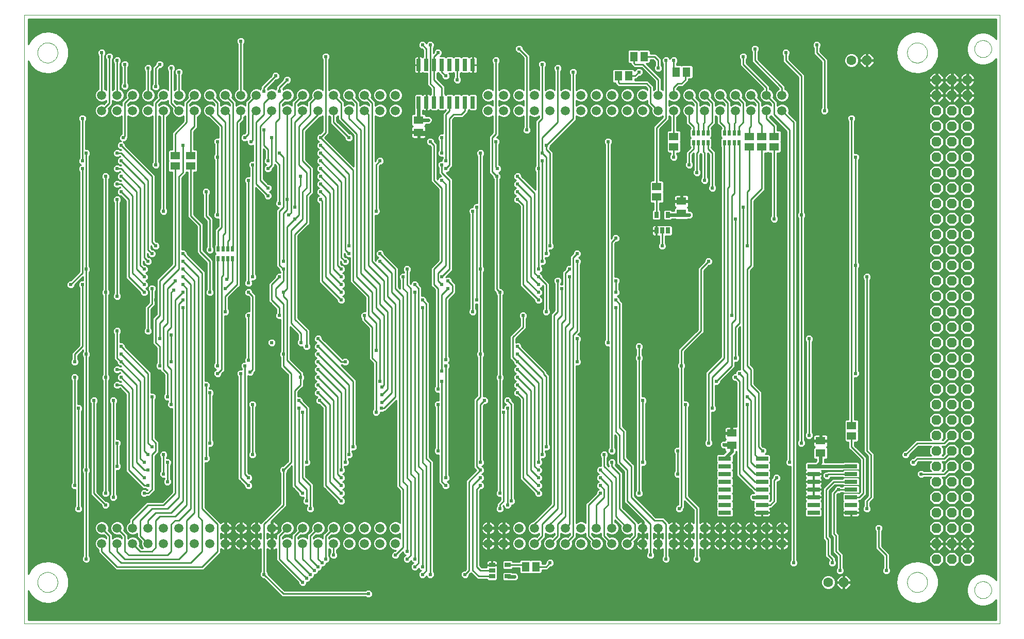
<source format=gbl>
G75*
G70*
%OFA0B0*%
%FSLAX24Y24*%
%IPPOS*%
%LPD*%
%AMOC8*
5,1,8,0,0,1.08239X$1,22.5*
%
%ADD10R,0.0630X0.0512*%
%ADD11R,0.0800X0.0260*%
%ADD12C,0.0594*%
%ADD13R,0.0260X0.0800*%
%ADD14R,0.0060X0.0120*%
%ADD15R,0.0272X0.0390*%
%ADD16C,0.0000*%
%ADD17C,0.0630*%
%ADD18OC8,0.0630*%
%ADD19R,0.0390X0.0272*%
%ADD20R,0.0512X0.0591*%
%ADD21R,0.0591X0.0512*%
%ADD22R,0.0197X0.0354*%
%ADD23C,0.0100*%
%ADD24C,0.0240*%
%ADD25C,0.0240*%
%ADD26C,0.0080*%
%ADD27C,0.0160*%
D10*
X047348Y033976D03*
X047348Y034763D03*
X030348Y039226D03*
X030348Y040013D03*
X050598Y019763D03*
X050598Y018976D03*
X056348Y019263D03*
X056348Y018476D03*
D11*
X055888Y017620D03*
X055888Y017120D03*
X055888Y016620D03*
X055888Y016120D03*
X055888Y015620D03*
X055888Y015120D03*
X055888Y014620D03*
X058308Y014620D03*
X058308Y015120D03*
X058308Y015620D03*
X058308Y016120D03*
X058308Y016620D03*
X058308Y017120D03*
X058308Y017620D03*
X052558Y017620D03*
X052558Y018120D03*
X052558Y017120D03*
X052558Y016620D03*
X052558Y016120D03*
X052558Y015620D03*
X052558Y015120D03*
X052558Y014620D03*
X050138Y014620D03*
X050138Y015120D03*
X050138Y015620D03*
X050138Y016120D03*
X050138Y016620D03*
X050138Y017120D03*
X050138Y017620D03*
X050138Y018120D03*
D12*
X049848Y013620D03*
X050848Y013620D03*
X051848Y013620D03*
X052848Y013620D03*
X053848Y013620D03*
X053848Y012620D03*
X052848Y012620D03*
X051848Y012620D03*
X050848Y012620D03*
X049848Y012620D03*
X048848Y012620D03*
X047848Y012620D03*
X047848Y013620D03*
X048848Y013620D03*
X046848Y013620D03*
X045848Y013620D03*
X044848Y013620D03*
X043848Y013620D03*
X042848Y013620D03*
X041848Y013620D03*
X040848Y013620D03*
X039848Y013620D03*
X038848Y013620D03*
X037848Y013620D03*
X036848Y013620D03*
X035848Y013620D03*
X034848Y013620D03*
X034848Y012620D03*
X035848Y012620D03*
X036848Y012620D03*
X037848Y012620D03*
X038848Y012620D03*
X039848Y012620D03*
X040848Y012620D03*
X041848Y012620D03*
X042848Y012620D03*
X043848Y012620D03*
X044848Y012620D03*
X045848Y012620D03*
X046848Y012620D03*
X028848Y012620D03*
X027848Y012620D03*
X027848Y013620D03*
X028848Y013620D03*
X026848Y013620D03*
X025848Y013620D03*
X024848Y013620D03*
X023848Y013620D03*
X022848Y013620D03*
X021848Y013620D03*
X020848Y013620D03*
X019848Y013620D03*
X018848Y013620D03*
X017848Y013620D03*
X016848Y013620D03*
X015848Y013620D03*
X014848Y013620D03*
X013848Y013620D03*
X012848Y013620D03*
X011848Y013620D03*
X010848Y013620D03*
X009848Y013620D03*
X009848Y012620D03*
X010848Y012620D03*
X011848Y012620D03*
X012848Y012620D03*
X013848Y012620D03*
X014848Y012620D03*
X015848Y012620D03*
X016848Y012620D03*
X017848Y012620D03*
X018848Y012620D03*
X019848Y012620D03*
X020848Y012620D03*
X021848Y012620D03*
X022848Y012620D03*
X023848Y012620D03*
X024848Y012620D03*
X025848Y012620D03*
X026848Y012620D03*
X026848Y040620D03*
X025848Y040620D03*
X024848Y040620D03*
X024848Y041620D03*
X025848Y041620D03*
X026848Y041620D03*
X027848Y041620D03*
X028848Y041620D03*
X028848Y040620D03*
X027848Y040620D03*
X023848Y040620D03*
X022848Y040620D03*
X022848Y041620D03*
X023848Y041620D03*
X021848Y041620D03*
X020848Y041620D03*
X019848Y041620D03*
X018848Y041620D03*
X017848Y041620D03*
X016848Y041620D03*
X015848Y041620D03*
X014848Y041620D03*
X013848Y041620D03*
X012848Y041620D03*
X011848Y041620D03*
X010848Y041620D03*
X009848Y041620D03*
X009848Y040620D03*
X010848Y040620D03*
X011848Y040620D03*
X012848Y040620D03*
X013848Y040620D03*
X014848Y040620D03*
X015848Y040620D03*
X016848Y040620D03*
X017848Y040620D03*
X018848Y040620D03*
X019848Y040620D03*
X020848Y040620D03*
X021848Y040620D03*
X034848Y040620D03*
X035848Y040620D03*
X036848Y040620D03*
X036848Y041620D03*
X035848Y041620D03*
X034848Y041620D03*
X037848Y041620D03*
X038848Y041620D03*
X039848Y041620D03*
X040848Y041620D03*
X041848Y041620D03*
X042848Y041620D03*
X043848Y041620D03*
X044848Y041620D03*
X045848Y041620D03*
X046848Y041620D03*
X047848Y041620D03*
X048848Y041620D03*
X049848Y041620D03*
X050848Y041620D03*
X051848Y041620D03*
X052848Y041620D03*
X053848Y041620D03*
X053848Y040620D03*
X052848Y040620D03*
X051848Y040620D03*
X050848Y040620D03*
X049848Y040620D03*
X048848Y040620D03*
X047848Y040620D03*
X046848Y040620D03*
X045848Y040620D03*
X044848Y040620D03*
X043848Y040620D03*
X042848Y040620D03*
X041848Y040620D03*
X040848Y040620D03*
X039848Y040620D03*
X038848Y040620D03*
X037848Y040620D03*
D13*
X033848Y041160D03*
X033348Y041160D03*
X032848Y041160D03*
X032348Y041160D03*
X031848Y041160D03*
X031348Y041160D03*
X030848Y041160D03*
X030348Y041160D03*
X030348Y043580D03*
X030848Y043580D03*
X031348Y043580D03*
X031848Y043580D03*
X032348Y043580D03*
X032848Y043580D03*
X033348Y043580D03*
X033848Y043580D03*
D14*
X014348Y042370D03*
X014348Y042370D03*
D15*
X045724Y033881D03*
X046472Y033881D03*
X046472Y032862D03*
X046098Y032862D03*
X045724Y032862D03*
D16*
X004848Y046810D02*
X004848Y007430D01*
X067948Y007430D01*
X067948Y046810D01*
X004848Y046810D01*
X005698Y044370D02*
X005700Y044420D01*
X005706Y044470D01*
X005716Y044520D01*
X005729Y044568D01*
X005746Y044616D01*
X005767Y044662D01*
X005791Y044706D01*
X005819Y044748D01*
X005850Y044788D01*
X005884Y044825D01*
X005921Y044860D01*
X005960Y044891D01*
X006001Y044920D01*
X006045Y044945D01*
X006091Y044967D01*
X006138Y044985D01*
X006186Y044999D01*
X006235Y045010D01*
X006285Y045017D01*
X006335Y045020D01*
X006386Y045019D01*
X006436Y045014D01*
X006486Y045005D01*
X006534Y044993D01*
X006582Y044976D01*
X006628Y044956D01*
X006673Y044933D01*
X006716Y044906D01*
X006756Y044876D01*
X006794Y044843D01*
X006829Y044807D01*
X006862Y044768D01*
X006891Y044727D01*
X006917Y044684D01*
X006940Y044639D01*
X006959Y044592D01*
X006974Y044544D01*
X006986Y044495D01*
X006994Y044445D01*
X006998Y044395D01*
X006998Y044345D01*
X006994Y044295D01*
X006986Y044245D01*
X006974Y044196D01*
X006959Y044148D01*
X006940Y044101D01*
X006917Y044056D01*
X006891Y044013D01*
X006862Y043972D01*
X006829Y043933D01*
X006794Y043897D01*
X006756Y043864D01*
X006716Y043834D01*
X006673Y043807D01*
X006628Y043784D01*
X006582Y043764D01*
X006534Y043747D01*
X006486Y043735D01*
X006436Y043726D01*
X006386Y043721D01*
X006335Y043720D01*
X006285Y043723D01*
X006235Y043730D01*
X006186Y043741D01*
X006138Y043755D01*
X006091Y043773D01*
X006045Y043795D01*
X006001Y043820D01*
X005960Y043849D01*
X005921Y043880D01*
X005884Y043915D01*
X005850Y043952D01*
X005819Y043992D01*
X005791Y044034D01*
X005767Y044078D01*
X005746Y044124D01*
X005729Y044172D01*
X005716Y044220D01*
X005706Y044270D01*
X005700Y044320D01*
X005698Y044370D01*
X005698Y010120D02*
X005700Y010170D01*
X005706Y010220D01*
X005716Y010270D01*
X005729Y010318D01*
X005746Y010366D01*
X005767Y010412D01*
X005791Y010456D01*
X005819Y010498D01*
X005850Y010538D01*
X005884Y010575D01*
X005921Y010610D01*
X005960Y010641D01*
X006001Y010670D01*
X006045Y010695D01*
X006091Y010717D01*
X006138Y010735D01*
X006186Y010749D01*
X006235Y010760D01*
X006285Y010767D01*
X006335Y010770D01*
X006386Y010769D01*
X006436Y010764D01*
X006486Y010755D01*
X006534Y010743D01*
X006582Y010726D01*
X006628Y010706D01*
X006673Y010683D01*
X006716Y010656D01*
X006756Y010626D01*
X006794Y010593D01*
X006829Y010557D01*
X006862Y010518D01*
X006891Y010477D01*
X006917Y010434D01*
X006940Y010389D01*
X006959Y010342D01*
X006974Y010294D01*
X006986Y010245D01*
X006994Y010195D01*
X006998Y010145D01*
X006998Y010095D01*
X006994Y010045D01*
X006986Y009995D01*
X006974Y009946D01*
X006959Y009898D01*
X006940Y009851D01*
X006917Y009806D01*
X006891Y009763D01*
X006862Y009722D01*
X006829Y009683D01*
X006794Y009647D01*
X006756Y009614D01*
X006716Y009584D01*
X006673Y009557D01*
X006628Y009534D01*
X006582Y009514D01*
X006534Y009497D01*
X006486Y009485D01*
X006436Y009476D01*
X006386Y009471D01*
X006335Y009470D01*
X006285Y009473D01*
X006235Y009480D01*
X006186Y009491D01*
X006138Y009505D01*
X006091Y009523D01*
X006045Y009545D01*
X006001Y009570D01*
X005960Y009599D01*
X005921Y009630D01*
X005884Y009665D01*
X005850Y009702D01*
X005819Y009742D01*
X005791Y009784D01*
X005767Y009828D01*
X005746Y009874D01*
X005729Y009922D01*
X005716Y009970D01*
X005706Y010020D01*
X005700Y010070D01*
X005698Y010120D01*
X061948Y010120D02*
X061950Y010170D01*
X061956Y010220D01*
X061966Y010270D01*
X061979Y010318D01*
X061996Y010366D01*
X062017Y010412D01*
X062041Y010456D01*
X062069Y010498D01*
X062100Y010538D01*
X062134Y010575D01*
X062171Y010610D01*
X062210Y010641D01*
X062251Y010670D01*
X062295Y010695D01*
X062341Y010717D01*
X062388Y010735D01*
X062436Y010749D01*
X062485Y010760D01*
X062535Y010767D01*
X062585Y010770D01*
X062636Y010769D01*
X062686Y010764D01*
X062736Y010755D01*
X062784Y010743D01*
X062832Y010726D01*
X062878Y010706D01*
X062923Y010683D01*
X062966Y010656D01*
X063006Y010626D01*
X063044Y010593D01*
X063079Y010557D01*
X063112Y010518D01*
X063141Y010477D01*
X063167Y010434D01*
X063190Y010389D01*
X063209Y010342D01*
X063224Y010294D01*
X063236Y010245D01*
X063244Y010195D01*
X063248Y010145D01*
X063248Y010095D01*
X063244Y010045D01*
X063236Y009995D01*
X063224Y009946D01*
X063209Y009898D01*
X063190Y009851D01*
X063167Y009806D01*
X063141Y009763D01*
X063112Y009722D01*
X063079Y009683D01*
X063044Y009647D01*
X063006Y009614D01*
X062966Y009584D01*
X062923Y009557D01*
X062878Y009534D01*
X062832Y009514D01*
X062784Y009497D01*
X062736Y009485D01*
X062686Y009476D01*
X062636Y009471D01*
X062585Y009470D01*
X062535Y009473D01*
X062485Y009480D01*
X062436Y009491D01*
X062388Y009505D01*
X062341Y009523D01*
X062295Y009545D01*
X062251Y009570D01*
X062210Y009599D01*
X062171Y009630D01*
X062134Y009665D01*
X062100Y009702D01*
X062069Y009742D01*
X062041Y009784D01*
X062017Y009828D01*
X061996Y009874D01*
X061979Y009922D01*
X061966Y009970D01*
X061956Y010020D01*
X061950Y010070D01*
X061948Y010120D01*
X066298Y009620D02*
X066300Y009667D01*
X066306Y009713D01*
X066316Y009759D01*
X066329Y009803D01*
X066347Y009847D01*
X066368Y009888D01*
X066392Y009928D01*
X066420Y009966D01*
X066451Y010001D01*
X066485Y010033D01*
X066521Y010062D01*
X066560Y010088D01*
X066600Y010111D01*
X066643Y010130D01*
X066687Y010146D01*
X066732Y010158D01*
X066778Y010166D01*
X066825Y010170D01*
X066871Y010170D01*
X066918Y010166D01*
X066964Y010158D01*
X067009Y010146D01*
X067053Y010130D01*
X067096Y010111D01*
X067136Y010088D01*
X067175Y010062D01*
X067211Y010033D01*
X067245Y010001D01*
X067276Y009966D01*
X067304Y009928D01*
X067328Y009888D01*
X067349Y009847D01*
X067367Y009803D01*
X067380Y009759D01*
X067390Y009713D01*
X067396Y009667D01*
X067398Y009620D01*
X067396Y009573D01*
X067390Y009527D01*
X067380Y009481D01*
X067367Y009437D01*
X067349Y009393D01*
X067328Y009352D01*
X067304Y009312D01*
X067276Y009274D01*
X067245Y009239D01*
X067211Y009207D01*
X067175Y009178D01*
X067136Y009152D01*
X067096Y009129D01*
X067053Y009110D01*
X067009Y009094D01*
X066964Y009082D01*
X066918Y009074D01*
X066871Y009070D01*
X066825Y009070D01*
X066778Y009074D01*
X066732Y009082D01*
X066687Y009094D01*
X066643Y009110D01*
X066600Y009129D01*
X066560Y009152D01*
X066521Y009178D01*
X066485Y009207D01*
X066451Y009239D01*
X066420Y009274D01*
X066392Y009312D01*
X066368Y009352D01*
X066347Y009393D01*
X066329Y009437D01*
X066316Y009481D01*
X066306Y009527D01*
X066300Y009573D01*
X066298Y009620D01*
X061948Y044370D02*
X061950Y044420D01*
X061956Y044470D01*
X061966Y044520D01*
X061979Y044568D01*
X061996Y044616D01*
X062017Y044662D01*
X062041Y044706D01*
X062069Y044748D01*
X062100Y044788D01*
X062134Y044825D01*
X062171Y044860D01*
X062210Y044891D01*
X062251Y044920D01*
X062295Y044945D01*
X062341Y044967D01*
X062388Y044985D01*
X062436Y044999D01*
X062485Y045010D01*
X062535Y045017D01*
X062585Y045020D01*
X062636Y045019D01*
X062686Y045014D01*
X062736Y045005D01*
X062784Y044993D01*
X062832Y044976D01*
X062878Y044956D01*
X062923Y044933D01*
X062966Y044906D01*
X063006Y044876D01*
X063044Y044843D01*
X063079Y044807D01*
X063112Y044768D01*
X063141Y044727D01*
X063167Y044684D01*
X063190Y044639D01*
X063209Y044592D01*
X063224Y044544D01*
X063236Y044495D01*
X063244Y044445D01*
X063248Y044395D01*
X063248Y044345D01*
X063244Y044295D01*
X063236Y044245D01*
X063224Y044196D01*
X063209Y044148D01*
X063190Y044101D01*
X063167Y044056D01*
X063141Y044013D01*
X063112Y043972D01*
X063079Y043933D01*
X063044Y043897D01*
X063006Y043864D01*
X062966Y043834D01*
X062923Y043807D01*
X062878Y043784D01*
X062832Y043764D01*
X062784Y043747D01*
X062736Y043735D01*
X062686Y043726D01*
X062636Y043721D01*
X062585Y043720D01*
X062535Y043723D01*
X062485Y043730D01*
X062436Y043741D01*
X062388Y043755D01*
X062341Y043773D01*
X062295Y043795D01*
X062251Y043820D01*
X062210Y043849D01*
X062171Y043880D01*
X062134Y043915D01*
X062100Y043952D01*
X062069Y043992D01*
X062041Y044034D01*
X062017Y044078D01*
X061996Y044124D01*
X061979Y044172D01*
X061966Y044220D01*
X061956Y044270D01*
X061950Y044320D01*
X061948Y044370D01*
X066298Y044620D02*
X066300Y044667D01*
X066306Y044713D01*
X066316Y044759D01*
X066329Y044803D01*
X066347Y044847D01*
X066368Y044888D01*
X066392Y044928D01*
X066420Y044966D01*
X066451Y045001D01*
X066485Y045033D01*
X066521Y045062D01*
X066560Y045088D01*
X066600Y045111D01*
X066643Y045130D01*
X066687Y045146D01*
X066732Y045158D01*
X066778Y045166D01*
X066825Y045170D01*
X066871Y045170D01*
X066918Y045166D01*
X066964Y045158D01*
X067009Y045146D01*
X067053Y045130D01*
X067096Y045111D01*
X067136Y045088D01*
X067175Y045062D01*
X067211Y045033D01*
X067245Y045001D01*
X067276Y044966D01*
X067304Y044928D01*
X067328Y044888D01*
X067349Y044847D01*
X067367Y044803D01*
X067380Y044759D01*
X067390Y044713D01*
X067396Y044667D01*
X067398Y044620D01*
X067396Y044573D01*
X067390Y044527D01*
X067380Y044481D01*
X067367Y044437D01*
X067349Y044393D01*
X067328Y044352D01*
X067304Y044312D01*
X067276Y044274D01*
X067245Y044239D01*
X067211Y044207D01*
X067175Y044178D01*
X067136Y044152D01*
X067096Y044129D01*
X067053Y044110D01*
X067009Y044094D01*
X066964Y044082D01*
X066918Y044074D01*
X066871Y044070D01*
X066825Y044070D01*
X066778Y044074D01*
X066732Y044082D01*
X066687Y044094D01*
X066643Y044110D01*
X066600Y044129D01*
X066560Y044152D01*
X066521Y044178D01*
X066485Y044207D01*
X066451Y044239D01*
X066420Y044274D01*
X066392Y044312D01*
X066368Y044352D01*
X066347Y044393D01*
X066329Y044437D01*
X066316Y044481D01*
X066306Y044527D01*
X066300Y044573D01*
X066298Y044620D01*
D17*
X065848Y042620D03*
X058348Y043870D03*
X056848Y010120D03*
D18*
X057848Y010120D03*
X063848Y011620D03*
X063848Y012620D03*
X063848Y013620D03*
X063848Y014620D03*
X063848Y015620D03*
X063848Y016620D03*
X063848Y017620D03*
X063848Y018620D03*
X063848Y019620D03*
X063848Y020620D03*
X063848Y021620D03*
X063848Y022620D03*
X063848Y023620D03*
X063848Y024620D03*
X063848Y025620D03*
X063848Y026620D03*
X063848Y027620D03*
X063848Y028620D03*
X063848Y029620D03*
X063848Y030620D03*
X063848Y031620D03*
X063848Y032620D03*
X063848Y033620D03*
X063848Y034620D03*
X063848Y035620D03*
X063848Y036620D03*
X063848Y037620D03*
X063848Y038620D03*
X063848Y039620D03*
X063848Y040620D03*
X063848Y041620D03*
X063848Y042620D03*
X064848Y042620D03*
X064848Y041620D03*
X065848Y041620D03*
X065848Y040620D03*
X064848Y040620D03*
X064848Y039620D03*
X065848Y039620D03*
X065848Y038620D03*
X064848Y038620D03*
X064848Y037620D03*
X065848Y037620D03*
X065848Y036620D03*
X064848Y036620D03*
X064848Y035620D03*
X065848Y035620D03*
X065848Y034620D03*
X064848Y034620D03*
X064848Y033620D03*
X065848Y033620D03*
X065848Y032620D03*
X064848Y032620D03*
X064848Y031620D03*
X065848Y031620D03*
X065848Y030620D03*
X064848Y030620D03*
X064848Y029620D03*
X065848Y029620D03*
X065848Y028620D03*
X064848Y028620D03*
X064848Y027620D03*
X065848Y027620D03*
X065848Y026620D03*
X064848Y026620D03*
X064848Y025620D03*
X065848Y025620D03*
X065848Y024620D03*
X064848Y024620D03*
X064848Y023620D03*
X065848Y023620D03*
X065848Y022620D03*
X064848Y022620D03*
X064848Y021620D03*
X065848Y021620D03*
X065848Y020620D03*
X064848Y020620D03*
X064848Y019620D03*
X065848Y019620D03*
X065848Y018620D03*
X064848Y018620D03*
X064848Y017620D03*
X065848Y017620D03*
X065848Y016620D03*
X064848Y016620D03*
X064848Y015620D03*
X065848Y015620D03*
X065848Y014620D03*
X064848Y014620D03*
X064848Y013620D03*
X065848Y013620D03*
X065848Y012620D03*
X064848Y012620D03*
X064848Y011620D03*
X065848Y011620D03*
X059348Y043870D03*
D19*
X036110Y011244D03*
X036110Y010496D03*
X035090Y010496D03*
X035090Y010870D03*
X035090Y011244D03*
D20*
X037263Y011120D03*
X037933Y011120D03*
X043263Y042870D03*
X043933Y042870D03*
X044263Y044120D03*
X044933Y044120D03*
X047013Y043120D03*
X047683Y043120D03*
D21*
X046848Y038954D03*
X046848Y038285D03*
X045748Y035704D03*
X045748Y035035D03*
X051748Y038285D03*
X051748Y038954D03*
X052548Y038954D03*
X052548Y038285D03*
X053348Y038285D03*
X053348Y038954D03*
X058348Y020254D03*
X058348Y019585D03*
X015598Y037035D03*
X015598Y037704D03*
X014598Y037704D03*
X014598Y037035D03*
D22*
X017375Y031684D03*
X017690Y031684D03*
X018005Y031684D03*
X018320Y031684D03*
X018320Y031055D03*
X018005Y031055D03*
X017690Y031055D03*
X017375Y031055D03*
X048125Y038555D03*
X048440Y038555D03*
X048755Y038555D03*
X049070Y038555D03*
X049070Y039184D03*
X048755Y039184D03*
X048440Y039184D03*
X048125Y039184D03*
X050125Y039184D03*
X050440Y039184D03*
X050755Y039184D03*
X051070Y039184D03*
X051070Y038555D03*
X050755Y038555D03*
X050440Y038555D03*
X050125Y038555D03*
D23*
X050098Y038527D01*
X050098Y024620D01*
X049098Y023620D01*
X049098Y019120D01*
X049298Y019301D02*
X049298Y021100D01*
X049402Y021100D01*
X049501Y021141D01*
X049577Y021217D01*
X049618Y021316D01*
X049618Y021423D01*
X049577Y021522D01*
X049548Y021551D01*
X049548Y022850D01*
X049652Y022850D01*
X049751Y022891D01*
X049827Y022967D01*
X049868Y023066D01*
X049868Y023107D01*
X050798Y024037D01*
X050798Y024202D01*
X050798Y024350D01*
X050902Y024350D01*
X051001Y024391D01*
X051077Y024467D01*
X051118Y024566D01*
X051118Y024673D01*
X051077Y024772D01*
X051048Y024801D01*
X051048Y026537D01*
X051148Y026637D01*
X051148Y023889D01*
X051044Y023889D01*
X050945Y023848D01*
X050869Y023772D01*
X050828Y023673D01*
X050828Y023639D01*
X050794Y023639D01*
X050695Y023598D01*
X050619Y023522D01*
X050578Y023423D01*
X050578Y023316D01*
X050619Y023217D01*
X050695Y023141D01*
X050794Y023100D01*
X050835Y023100D01*
X050898Y023037D01*
X050898Y020169D01*
X050648Y020169D01*
X050648Y019813D01*
X050548Y019813D01*
X050548Y019713D01*
X050133Y019713D01*
X050133Y019488D01*
X050143Y019449D01*
X050163Y019415D01*
X050191Y019387D01*
X050213Y019374D01*
X050133Y019294D01*
X050133Y019289D01*
X050044Y019289D01*
X049945Y019248D01*
X049869Y019172D01*
X049828Y019073D01*
X049828Y018966D01*
X049869Y018867D01*
X049945Y018791D01*
X050044Y018750D01*
X050133Y018750D01*
X050133Y018658D01*
X050214Y018577D01*
X050036Y018399D01*
X049676Y018399D01*
X049588Y018312D01*
X049588Y017927D01*
X049646Y017870D01*
X049588Y017812D01*
X049588Y017427D01*
X049646Y017370D01*
X049588Y017312D01*
X049588Y016927D01*
X049646Y016870D01*
X049588Y016812D01*
X049588Y016427D01*
X049646Y016370D01*
X049588Y016312D01*
X049588Y015927D01*
X049646Y015870D01*
X049588Y015812D01*
X049588Y015427D01*
X049646Y015370D01*
X049588Y015312D01*
X049588Y014927D01*
X049646Y014870D01*
X049588Y014812D01*
X049588Y014427D01*
X049676Y014340D01*
X050600Y014340D01*
X050688Y014427D01*
X050688Y014812D01*
X050630Y014870D01*
X050688Y014927D01*
X050688Y015312D01*
X050630Y015370D01*
X050688Y015427D01*
X050688Y015812D01*
X050630Y015870D01*
X050688Y015927D01*
X050688Y016312D01*
X050630Y016370D01*
X050688Y016427D01*
X050688Y016812D01*
X050630Y016870D01*
X050688Y016927D01*
X050688Y017312D01*
X050630Y017370D01*
X050688Y017427D01*
X050688Y017812D01*
X050630Y017870D01*
X050688Y017927D01*
X050688Y018288D01*
X050751Y018351D01*
X050827Y018427D01*
X050868Y018526D01*
X050868Y018570D01*
X050898Y018570D01*
X050898Y017037D01*
X051015Y016920D01*
X051898Y016037D01*
X052015Y015920D01*
X052016Y015920D01*
X052046Y015889D01*
X051944Y015889D01*
X051845Y015848D01*
X051769Y015772D01*
X051728Y015673D01*
X051728Y015566D01*
X051769Y015467D01*
X051845Y015391D01*
X051944Y015350D01*
X052046Y015350D01*
X052008Y015312D01*
X052008Y014927D01*
X052066Y014870D01*
X052038Y014842D01*
X052018Y014807D01*
X052008Y014769D01*
X052008Y014635D01*
X052543Y014635D01*
X052543Y014604D01*
X052573Y014604D01*
X052573Y014340D01*
X052978Y014340D01*
X053016Y014350D01*
X053050Y014369D01*
X053078Y014397D01*
X053098Y014432D01*
X053108Y014470D01*
X053108Y014604D01*
X052573Y014604D01*
X052573Y014635D01*
X053108Y014635D01*
X053108Y014769D01*
X053098Y014807D01*
X053078Y014842D01*
X053050Y014870D01*
X053100Y014920D01*
X053181Y014920D01*
X053548Y015287D01*
X053548Y015452D01*
X053548Y016600D01*
X053552Y016600D01*
X053651Y016641D01*
X053727Y016717D01*
X053768Y016816D01*
X053768Y016923D01*
X053727Y017022D01*
X053651Y017098D01*
X053552Y017139D01*
X053444Y017139D01*
X053345Y017098D01*
X053269Y017022D01*
X053228Y016923D01*
X053228Y016882D01*
X053148Y016802D01*
X053148Y016637D01*
X053148Y015452D01*
X053057Y015362D01*
X053050Y015370D01*
X053108Y015427D01*
X053108Y015812D01*
X053050Y015870D01*
X053108Y015927D01*
X053108Y016312D01*
X053050Y016370D01*
X053108Y016427D01*
X053108Y016812D01*
X053050Y016870D01*
X053108Y016927D01*
X053108Y017312D01*
X053050Y017370D01*
X053108Y017427D01*
X053108Y017812D01*
X053050Y017870D01*
X053108Y017927D01*
X053108Y018312D01*
X053020Y018399D01*
X052760Y018399D01*
X052827Y018467D01*
X052868Y018566D01*
X052868Y018673D01*
X052827Y018772D01*
X052751Y018848D01*
X052652Y018889D01*
X052611Y018889D01*
X052548Y018952D01*
X054148Y018952D01*
X054148Y018853D02*
X052739Y018853D01*
X052834Y018755D02*
X054148Y018755D01*
X054148Y018656D02*
X052868Y018656D01*
X052865Y018558D02*
X054148Y018558D01*
X054148Y018459D02*
X052819Y018459D01*
X053059Y018361D02*
X054148Y018361D01*
X054148Y018262D02*
X053108Y018262D01*
X053108Y018164D02*
X054148Y018164D01*
X054148Y018065D02*
X053108Y018065D01*
X053108Y017967D02*
X054096Y017967D01*
X054078Y017923D02*
X054078Y017816D01*
X054119Y017717D01*
X054195Y017641D01*
X054294Y017600D01*
X054398Y017600D01*
X054398Y011551D01*
X054369Y011522D01*
X054328Y011423D01*
X054328Y011316D01*
X054369Y011217D01*
X054445Y011141D01*
X054544Y011100D01*
X054652Y011100D01*
X054751Y011141D01*
X054827Y011217D01*
X054868Y011316D01*
X054868Y011423D01*
X054827Y011522D01*
X054798Y011551D01*
X054798Y039787D01*
X054798Y039952D01*
X054273Y040478D01*
X054295Y040531D01*
X054295Y040708D01*
X054227Y040873D01*
X054101Y040998D01*
X053937Y041066D01*
X053759Y041066D01*
X053595Y040998D01*
X053548Y040951D01*
X053548Y041037D01*
X053548Y041202D01*
X053273Y041478D01*
X053295Y041531D01*
X053295Y041708D01*
X053227Y041873D01*
X053101Y041998D01*
X053048Y042020D01*
X053048Y042037D01*
X053048Y042202D01*
X051548Y043702D01*
X051548Y043938D01*
X051577Y043967D01*
X051618Y044066D01*
X051618Y044173D01*
X051577Y044272D01*
X051501Y044348D01*
X051402Y044389D01*
X051294Y044389D01*
X051195Y044348D01*
X051119Y044272D01*
X051078Y044173D01*
X051078Y044066D01*
X051119Y043967D01*
X051148Y043938D01*
X051148Y043537D01*
X051265Y043420D01*
X052648Y042037D01*
X052648Y042020D01*
X052595Y041998D01*
X052469Y041873D01*
X052401Y041708D01*
X052401Y041531D01*
X052469Y041366D01*
X052595Y041241D01*
X052759Y041173D01*
X052937Y041173D01*
X052990Y041195D01*
X053148Y041037D01*
X053148Y040951D01*
X053101Y040998D01*
X052937Y041066D01*
X052759Y041066D01*
X052595Y040998D01*
X052548Y040951D01*
X052548Y041037D01*
X052548Y041202D01*
X052273Y041478D01*
X052295Y041531D01*
X052295Y041708D01*
X052227Y041873D01*
X052101Y041998D01*
X051937Y042066D01*
X051759Y042066D01*
X051595Y041998D01*
X051469Y041873D01*
X051401Y041708D01*
X051401Y041531D01*
X051469Y041366D01*
X051595Y041241D01*
X051759Y041173D01*
X051937Y041173D01*
X051990Y041195D01*
X052148Y041037D01*
X052148Y040951D01*
X052101Y040998D01*
X051937Y041066D01*
X051759Y041066D01*
X051595Y040998D01*
X051548Y040951D01*
X051548Y041037D01*
X051548Y041202D01*
X051273Y041477D01*
X051295Y041531D01*
X051295Y041708D01*
X051227Y041873D01*
X051101Y041998D01*
X050937Y042066D01*
X050759Y042066D01*
X050595Y041998D01*
X050469Y041873D01*
X050401Y041708D01*
X050401Y041531D01*
X050469Y041366D01*
X050595Y041241D01*
X050759Y041173D01*
X050937Y041173D01*
X050990Y041195D01*
X051148Y041037D01*
X051148Y040951D01*
X051101Y040998D01*
X050937Y041066D01*
X050759Y041066D01*
X050595Y040998D01*
X050548Y040951D01*
X050548Y041202D01*
X050431Y041319D01*
X050431Y041319D01*
X050273Y041477D01*
X050295Y041531D01*
X050295Y041708D01*
X050227Y041873D01*
X050101Y041998D01*
X049937Y042066D01*
X049759Y042066D01*
X049595Y041998D01*
X049469Y041873D01*
X049401Y041708D01*
X049401Y041531D01*
X049469Y041366D01*
X049595Y041241D01*
X049759Y041173D01*
X049937Y041173D01*
X049990Y041195D01*
X050148Y041037D01*
X050148Y040951D01*
X050101Y040998D01*
X049937Y041066D01*
X049759Y041066D01*
X049595Y040998D01*
X049548Y040951D01*
X049548Y041037D01*
X049548Y041202D01*
X049273Y041478D01*
X049295Y041531D01*
X049295Y041708D01*
X049227Y041873D01*
X049101Y041998D01*
X048937Y042066D01*
X048759Y042066D01*
X048595Y041998D01*
X048469Y041873D01*
X048401Y041708D01*
X048401Y041531D01*
X048469Y041366D01*
X048595Y041241D01*
X048759Y041173D01*
X048937Y041173D01*
X048990Y041195D01*
X049148Y041037D01*
X049148Y040951D01*
X049101Y040998D01*
X048937Y041066D01*
X048759Y041066D01*
X048595Y040998D01*
X048548Y040951D01*
X048548Y041202D01*
X048431Y041319D01*
X048273Y041478D01*
X048295Y041531D01*
X048295Y041708D01*
X048227Y041873D01*
X048101Y041998D01*
X047937Y042066D01*
X047759Y042066D01*
X047595Y041998D01*
X047469Y041873D01*
X047401Y041708D01*
X047401Y041531D01*
X047469Y041366D01*
X047595Y041241D01*
X047759Y041173D01*
X047937Y041173D01*
X047990Y041195D01*
X048148Y041037D01*
X048148Y040951D01*
X048101Y040998D01*
X047937Y041066D01*
X047759Y041066D01*
X047595Y040998D01*
X047469Y040873D01*
X047401Y040708D01*
X047401Y040531D01*
X047469Y040366D01*
X047595Y040241D01*
X047648Y040219D01*
X047648Y039787D01*
X047765Y039670D01*
X047925Y039509D01*
X047925Y039472D01*
X047877Y039424D01*
X047877Y038945D01*
X047953Y038870D01*
X047877Y038794D01*
X047877Y038315D01*
X047925Y038267D01*
X047925Y038230D01*
X047765Y038069D01*
X047293Y038069D01*
X047293Y037971D02*
X047666Y037971D01*
X047648Y037952D02*
X047765Y038069D01*
X047863Y038168D02*
X047293Y038168D01*
X047293Y038266D02*
X047925Y038266D01*
X047877Y038365D02*
X047293Y038365D01*
X047293Y038464D02*
X047877Y038464D01*
X047877Y038562D02*
X047293Y038562D01*
X047293Y038603D02*
X047276Y038620D01*
X047293Y038636D01*
X047293Y039272D01*
X047205Y039360D01*
X047048Y039360D01*
X047048Y040219D01*
X047101Y040241D01*
X047227Y040366D01*
X047295Y040531D01*
X047295Y040708D01*
X047227Y040873D01*
X047101Y040998D01*
X046937Y041066D01*
X046759Y041066D01*
X046595Y040998D01*
X046548Y040951D01*
X046548Y041288D01*
X046595Y041241D01*
X046759Y041173D01*
X046937Y041173D01*
X047101Y041241D01*
X047227Y041366D01*
X047295Y041531D01*
X047295Y041708D01*
X047227Y041873D01*
X047101Y041998D01*
X047048Y042020D01*
X047048Y042037D01*
X047181Y042170D01*
X047431Y042170D01*
X047548Y042287D01*
X047798Y042537D01*
X047798Y042674D01*
X048001Y042674D01*
X048088Y042762D01*
X048088Y043477D01*
X048001Y043565D01*
X047364Y043565D01*
X047348Y043548D01*
X047331Y043565D01*
X047048Y043565D01*
X047048Y043688D01*
X047077Y043717D01*
X047118Y043816D01*
X047118Y043923D01*
X047077Y044022D01*
X047001Y044098D01*
X046902Y044139D01*
X046794Y044139D01*
X046695Y044098D01*
X046619Y044022D01*
X046598Y043971D01*
X046577Y044022D01*
X046501Y044098D01*
X046402Y044139D01*
X046294Y044139D01*
X046195Y044098D01*
X046119Y044022D01*
X046078Y043923D01*
X046078Y043816D01*
X046119Y043717D01*
X046148Y043688D01*
X046148Y041951D01*
X046101Y041998D01*
X046048Y042020D01*
X046048Y042537D01*
X046048Y042702D01*
X045076Y043674D01*
X045251Y043674D01*
X045338Y043762D01*
X045338Y043920D01*
X045515Y043920D01*
X045648Y043787D01*
X045648Y043551D01*
X045619Y043522D01*
X045578Y043423D01*
X045578Y043316D01*
X045619Y043217D01*
X045695Y043141D01*
X045794Y043100D01*
X045902Y043100D01*
X046001Y043141D01*
X046077Y043217D01*
X046118Y043316D01*
X046118Y043423D01*
X046077Y043522D01*
X046048Y043551D01*
X046048Y043952D01*
X045931Y044069D01*
X045681Y044319D01*
X045515Y044319D01*
X045338Y044319D01*
X045338Y044477D01*
X045251Y044565D01*
X044614Y044565D01*
X044598Y044548D01*
X044581Y044565D01*
X043945Y044565D01*
X043857Y044477D01*
X043857Y043762D01*
X043945Y043674D01*
X044063Y043674D01*
X044063Y043621D01*
X044148Y043537D01*
X044265Y043420D01*
X044765Y043420D01*
X045648Y042537D01*
X045648Y042020D01*
X045595Y041998D01*
X045548Y041951D01*
X045548Y042202D01*
X045431Y042319D01*
X045181Y042569D01*
X045015Y042569D01*
X044338Y042569D01*
X044338Y042670D01*
X044431Y042670D01*
X044611Y042850D01*
X044652Y042850D01*
X044751Y042891D01*
X044827Y042967D01*
X044868Y043066D01*
X044868Y043173D01*
X044827Y043272D01*
X044751Y043348D01*
X044652Y043389D01*
X044544Y043389D01*
X044445Y043348D01*
X044369Y043272D01*
X044338Y043199D01*
X044338Y043227D01*
X044251Y043315D01*
X043614Y043315D01*
X043598Y043298D01*
X043581Y043315D01*
X042945Y043315D01*
X042857Y043227D01*
X042857Y042512D01*
X042945Y042424D01*
X043063Y042424D01*
X043063Y042371D01*
X043148Y042287D01*
X043265Y042170D01*
X045015Y042170D01*
X045148Y042037D01*
X045148Y041951D01*
X045101Y041998D01*
X044937Y042066D01*
X044759Y042066D01*
X044595Y041998D01*
X044469Y041873D01*
X044401Y041708D01*
X044401Y041531D01*
X044469Y041366D01*
X044595Y041241D01*
X044759Y041173D01*
X044937Y041173D01*
X045101Y041241D01*
X045148Y041288D01*
X045148Y041202D01*
X045148Y041037D01*
X045423Y040761D01*
X045401Y040708D01*
X045401Y040531D01*
X045469Y040366D01*
X045595Y040241D01*
X045759Y040173D01*
X045937Y040173D01*
X046101Y040241D01*
X046148Y040288D01*
X046148Y040202D01*
X045548Y039602D01*
X045548Y039437D01*
X045548Y036110D01*
X045390Y036110D01*
X045303Y036022D01*
X045303Y035386D01*
X045319Y035370D01*
X045303Y035353D01*
X045303Y034717D01*
X045390Y034629D01*
X045524Y034629D01*
X045524Y034224D01*
X045438Y034138D01*
X045438Y033624D01*
X045526Y033536D01*
X045922Y033536D01*
X046010Y033624D01*
X046010Y034138D01*
X045924Y034224D01*
X045924Y034629D01*
X046105Y034629D01*
X046193Y034717D01*
X046193Y035353D01*
X046176Y035370D01*
X046193Y035386D01*
X046193Y036022D01*
X046105Y036110D01*
X045948Y036110D01*
X045948Y039437D01*
X046548Y040037D01*
X046548Y040202D01*
X046548Y040288D01*
X046595Y040241D01*
X046648Y040219D01*
X046648Y039360D01*
X046490Y039360D01*
X046403Y039272D01*
X046403Y038636D01*
X046419Y038620D01*
X046403Y038603D01*
X046403Y037967D01*
X046490Y037879D01*
X046648Y037879D01*
X046648Y037801D01*
X046619Y037772D01*
X046578Y037673D01*
X046578Y037566D01*
X046619Y037467D01*
X046695Y037391D01*
X046794Y037350D01*
X046902Y037350D01*
X047001Y037391D01*
X047077Y037467D01*
X047118Y037566D01*
X047118Y037673D01*
X047077Y037772D01*
X047048Y037801D01*
X047048Y037879D01*
X047205Y037879D01*
X047293Y037967D01*
X047293Y038603D01*
X047293Y038661D02*
X047877Y038661D01*
X047877Y038759D02*
X047293Y038759D01*
X047293Y038858D02*
X047941Y038858D01*
X047877Y038956D02*
X047293Y038956D01*
X047293Y039055D02*
X047877Y039055D01*
X047877Y039153D02*
X047293Y039153D01*
X047293Y039252D02*
X047877Y039252D01*
X047877Y039350D02*
X047215Y039350D01*
X047048Y039449D02*
X047902Y039449D01*
X047887Y039548D02*
X047048Y039548D01*
X047048Y039646D02*
X047788Y039646D01*
X047690Y039745D02*
X047048Y039745D01*
X047048Y039843D02*
X047648Y039843D01*
X047648Y039942D02*
X047048Y039942D01*
X047048Y040040D02*
X047648Y040040D01*
X047648Y040139D02*
X047048Y040139D01*
X047093Y040237D02*
X047603Y040237D01*
X047500Y040336D02*
X047196Y040336D01*
X047255Y040434D02*
X047441Y040434D01*
X047401Y040533D02*
X047295Y040533D01*
X047295Y040632D02*
X047401Y040632D01*
X047410Y040730D02*
X047286Y040730D01*
X047245Y040829D02*
X047451Y040829D01*
X047524Y040927D02*
X047172Y040927D01*
X047035Y041026D02*
X047661Y041026D01*
X047638Y041223D02*
X047058Y041223D01*
X047182Y041321D02*
X047514Y041321D01*
X047447Y041420D02*
X047249Y041420D01*
X047290Y041518D02*
X047406Y041518D01*
X047401Y041617D02*
X047295Y041617D01*
X047292Y041716D02*
X047404Y041716D01*
X047445Y041814D02*
X047251Y041814D01*
X047187Y041913D02*
X047509Y041913D01*
X047626Y042011D02*
X047070Y042011D01*
X047121Y042110D02*
X052575Y042110D01*
X052626Y042011D02*
X052070Y042011D01*
X052187Y041913D02*
X052509Y041913D01*
X052445Y041814D02*
X052251Y041814D01*
X052292Y041716D02*
X052404Y041716D01*
X052401Y041617D02*
X052295Y041617D01*
X052290Y041518D02*
X052406Y041518D01*
X052447Y041420D02*
X052330Y041420D01*
X052429Y041321D02*
X052514Y041321D01*
X052527Y041223D02*
X052638Y041223D01*
X052548Y041124D02*
X053060Y041124D01*
X053035Y041026D02*
X053148Y041026D01*
X053348Y041120D02*
X052848Y041620D01*
X052848Y042120D01*
X051348Y043620D01*
X051348Y044120D01*
X051434Y044376D02*
X051898Y044376D01*
X051898Y044438D02*
X051898Y043952D01*
X051898Y043787D01*
X053648Y042037D01*
X053648Y042020D01*
X053595Y041998D01*
X053469Y041873D01*
X053401Y041708D01*
X053401Y041531D01*
X053469Y041366D01*
X053595Y041241D01*
X053759Y041173D01*
X053937Y041173D01*
X054101Y041241D01*
X054227Y041366D01*
X054295Y041531D01*
X054295Y041708D01*
X054227Y041873D01*
X054101Y041998D01*
X054048Y042020D01*
X054048Y042202D01*
X053931Y042319D01*
X052298Y043952D01*
X052298Y044438D01*
X052327Y044467D01*
X052368Y044566D01*
X052368Y044673D01*
X052327Y044772D01*
X052251Y044848D01*
X052152Y044889D01*
X052044Y044889D01*
X051945Y044848D01*
X051869Y044772D01*
X051828Y044673D01*
X051828Y044566D01*
X051869Y044467D01*
X051898Y044438D01*
X051866Y044475D02*
X045338Y044475D01*
X045338Y044376D02*
X051262Y044376D01*
X051124Y044278D02*
X045723Y044278D01*
X045821Y044179D02*
X051080Y044179D01*
X051078Y044081D02*
X047019Y044081D01*
X047094Y043982D02*
X051113Y043982D01*
X051148Y043883D02*
X047118Y043883D01*
X047105Y043785D02*
X051148Y043785D01*
X051148Y043686D02*
X047048Y043686D01*
X047048Y043588D02*
X051148Y043588D01*
X051195Y043489D02*
X048076Y043489D01*
X048088Y043391D02*
X051294Y043391D01*
X051392Y043292D02*
X048088Y043292D01*
X048088Y043194D02*
X051491Y043194D01*
X051589Y043095D02*
X048088Y043095D01*
X048088Y042997D02*
X051688Y042997D01*
X051786Y042898D02*
X048088Y042898D01*
X048088Y042799D02*
X051885Y042799D01*
X051984Y042701D02*
X048027Y042701D01*
X047798Y042602D02*
X052082Y042602D01*
X052181Y042504D02*
X047765Y042504D01*
X047666Y042405D02*
X052279Y042405D01*
X052378Y042307D02*
X047568Y042307D01*
X047469Y042208D02*
X052476Y042208D01*
X052746Y042504D02*
X053181Y042504D01*
X053279Y042405D02*
X052845Y042405D01*
X052943Y042307D02*
X053378Y042307D01*
X053476Y042208D02*
X053042Y042208D01*
X053048Y042110D02*
X053575Y042110D01*
X053626Y042011D02*
X053070Y042011D01*
X053187Y041913D02*
X053509Y041913D01*
X053445Y041814D02*
X053251Y041814D01*
X053292Y041716D02*
X053404Y041716D01*
X053401Y041617D02*
X053295Y041617D01*
X053290Y041518D02*
X053406Y041518D01*
X053447Y041420D02*
X053330Y041420D01*
X053429Y041321D02*
X053514Y041321D01*
X053527Y041223D02*
X053638Y041223D01*
X053548Y041124D02*
X054898Y041124D01*
X054898Y041026D02*
X054035Y041026D01*
X054172Y040927D02*
X054898Y040927D01*
X054898Y040829D02*
X054245Y040829D01*
X054286Y040730D02*
X054898Y040730D01*
X054898Y040632D02*
X054295Y040632D01*
X054295Y040533D02*
X054898Y040533D01*
X054898Y040434D02*
X054316Y040434D01*
X054414Y040336D02*
X054898Y040336D01*
X054898Y040237D02*
X054513Y040237D01*
X054611Y040139D02*
X054898Y040139D01*
X054898Y040040D02*
X054710Y040040D01*
X054798Y039942D02*
X054898Y039942D01*
X054898Y039843D02*
X054798Y039843D01*
X054798Y039745D02*
X054898Y039745D01*
X054898Y039646D02*
X054798Y039646D01*
X054798Y039548D02*
X054898Y039548D01*
X054898Y039449D02*
X054798Y039449D01*
X054798Y039350D02*
X054898Y039350D01*
X054898Y039252D02*
X054798Y039252D01*
X054798Y039153D02*
X054898Y039153D01*
X054898Y039055D02*
X054798Y039055D01*
X054798Y038956D02*
X054898Y038956D01*
X054898Y038858D02*
X054798Y038858D01*
X054798Y038759D02*
X054898Y038759D01*
X054898Y038661D02*
X054798Y038661D01*
X054798Y038562D02*
X054898Y038562D01*
X054898Y038464D02*
X054798Y038464D01*
X054798Y038365D02*
X054898Y038365D01*
X054898Y038266D02*
X054798Y038266D01*
X054798Y038168D02*
X054898Y038168D01*
X054898Y038069D02*
X054798Y038069D01*
X054798Y037971D02*
X054898Y037971D01*
X054898Y037872D02*
X054798Y037872D01*
X054798Y037774D02*
X054898Y037774D01*
X054898Y037675D02*
X054798Y037675D01*
X054798Y037577D02*
X054898Y037577D01*
X054898Y037478D02*
X054798Y037478D01*
X054798Y037380D02*
X054898Y037380D01*
X054898Y037281D02*
X054798Y037281D01*
X054798Y037183D02*
X054898Y037183D01*
X054898Y037084D02*
X054798Y037084D01*
X054798Y036985D02*
X054898Y036985D01*
X054898Y036887D02*
X054798Y036887D01*
X054798Y036788D02*
X054898Y036788D01*
X054898Y036690D02*
X054798Y036690D01*
X054798Y036591D02*
X054898Y036591D01*
X054898Y036493D02*
X054798Y036493D01*
X054798Y036394D02*
X054898Y036394D01*
X054898Y036296D02*
X054798Y036296D01*
X054798Y036197D02*
X054898Y036197D01*
X054898Y036099D02*
X054798Y036099D01*
X054798Y036000D02*
X054898Y036000D01*
X054898Y035901D02*
X054798Y035901D01*
X054798Y035803D02*
X054898Y035803D01*
X054898Y035704D02*
X054798Y035704D01*
X054798Y035606D02*
X054898Y035606D01*
X054898Y035507D02*
X054798Y035507D01*
X054798Y035409D02*
X054898Y035409D01*
X054898Y035310D02*
X054798Y035310D01*
X054798Y035212D02*
X054898Y035212D01*
X054898Y035113D02*
X054798Y035113D01*
X054798Y035015D02*
X054898Y035015D01*
X054898Y034916D02*
X054798Y034916D01*
X054798Y034817D02*
X054898Y034817D01*
X054898Y034719D02*
X054798Y034719D01*
X054798Y034620D02*
X054898Y034620D01*
X054898Y034522D02*
X054798Y034522D01*
X054798Y034423D02*
X054898Y034423D01*
X054898Y034325D02*
X054798Y034325D01*
X054798Y034226D02*
X054898Y034226D01*
X054898Y034128D02*
X054798Y034128D01*
X054798Y034029D02*
X054876Y034029D01*
X054869Y034022D02*
X054828Y033923D01*
X054828Y033816D01*
X054869Y033717D01*
X054898Y033688D01*
X054898Y019301D01*
X054869Y019272D01*
X054828Y019173D01*
X054828Y019066D01*
X054869Y018967D01*
X054945Y018891D01*
X055044Y018850D01*
X055152Y018850D01*
X055251Y018891D01*
X055327Y018967D01*
X055368Y019066D01*
X055368Y019173D01*
X055327Y019272D01*
X055298Y019301D01*
X055298Y033688D01*
X055327Y033717D01*
X055368Y033816D01*
X055368Y033923D01*
X055327Y034022D01*
X055298Y034051D01*
X055298Y042952D01*
X055181Y043069D01*
X054298Y043952D01*
X054298Y044188D01*
X054327Y044217D01*
X054368Y044316D01*
X054368Y044423D01*
X054327Y044522D01*
X054251Y044598D01*
X054152Y044639D01*
X054044Y044639D01*
X053945Y044598D01*
X053869Y044522D01*
X053828Y044423D01*
X053828Y044316D01*
X053869Y044217D01*
X053898Y044188D01*
X053898Y043952D01*
X053898Y043787D01*
X054898Y042787D01*
X054898Y034051D01*
X054869Y034022D01*
X054831Y033931D02*
X054798Y033931D01*
X054798Y033832D02*
X054828Y033832D01*
X054798Y033734D02*
X054862Y033734D01*
X054898Y033635D02*
X054798Y033635D01*
X054798Y033536D02*
X054898Y033536D01*
X054898Y033438D02*
X054798Y033438D01*
X054798Y033339D02*
X054898Y033339D01*
X054898Y033241D02*
X054798Y033241D01*
X054798Y033142D02*
X054898Y033142D01*
X054898Y033044D02*
X054798Y033044D01*
X054798Y032945D02*
X054898Y032945D01*
X054898Y032847D02*
X054798Y032847D01*
X054798Y032748D02*
X054898Y032748D01*
X054898Y032650D02*
X054798Y032650D01*
X054798Y032551D02*
X054898Y032551D01*
X054898Y032452D02*
X054798Y032452D01*
X054798Y032354D02*
X054898Y032354D01*
X054898Y032255D02*
X054798Y032255D01*
X054798Y032157D02*
X054898Y032157D01*
X054898Y032058D02*
X054798Y032058D01*
X054798Y031960D02*
X054898Y031960D01*
X054898Y031861D02*
X054798Y031861D01*
X054798Y031763D02*
X054898Y031763D01*
X054898Y031664D02*
X054798Y031664D01*
X054798Y031566D02*
X054898Y031566D01*
X054898Y031467D02*
X054798Y031467D01*
X054798Y031368D02*
X054898Y031368D01*
X054898Y031270D02*
X054798Y031270D01*
X054798Y031171D02*
X054898Y031171D01*
X054898Y031073D02*
X054798Y031073D01*
X054798Y030974D02*
X054898Y030974D01*
X054898Y030876D02*
X054798Y030876D01*
X054798Y030777D02*
X054898Y030777D01*
X054898Y030679D02*
X054798Y030679D01*
X054798Y030580D02*
X054898Y030580D01*
X054898Y030482D02*
X054798Y030482D01*
X054798Y030383D02*
X054898Y030383D01*
X054898Y030284D02*
X054798Y030284D01*
X054798Y030186D02*
X054898Y030186D01*
X054898Y030087D02*
X054798Y030087D01*
X054798Y029989D02*
X054898Y029989D01*
X054898Y029890D02*
X054798Y029890D01*
X054798Y029792D02*
X054898Y029792D01*
X054898Y029693D02*
X054798Y029693D01*
X054798Y029595D02*
X054898Y029595D01*
X054898Y029496D02*
X054798Y029496D01*
X054798Y029398D02*
X054898Y029398D01*
X054898Y029299D02*
X054798Y029299D01*
X054798Y029201D02*
X054898Y029201D01*
X054898Y029102D02*
X054798Y029102D01*
X054798Y029003D02*
X054898Y029003D01*
X054898Y028905D02*
X054798Y028905D01*
X054798Y028806D02*
X054898Y028806D01*
X054898Y028708D02*
X054798Y028708D01*
X054798Y028609D02*
X054898Y028609D01*
X054898Y028511D02*
X054798Y028511D01*
X054798Y028412D02*
X054898Y028412D01*
X054898Y028314D02*
X054798Y028314D01*
X054798Y028215D02*
X054898Y028215D01*
X054898Y028117D02*
X054798Y028117D01*
X054798Y028018D02*
X054898Y028018D01*
X054898Y027919D02*
X054798Y027919D01*
X054798Y027821D02*
X054898Y027821D01*
X054898Y027722D02*
X054798Y027722D01*
X054798Y027624D02*
X054898Y027624D01*
X054898Y027525D02*
X054798Y027525D01*
X054798Y027427D02*
X054898Y027427D01*
X054898Y027328D02*
X054798Y027328D01*
X054798Y027230D02*
X054898Y027230D01*
X054898Y027131D02*
X054798Y027131D01*
X054798Y027033D02*
X054898Y027033D01*
X054898Y026934D02*
X054798Y026934D01*
X054798Y026835D02*
X054898Y026835D01*
X054898Y026737D02*
X054798Y026737D01*
X054798Y026638D02*
X054898Y026638D01*
X054898Y026540D02*
X054798Y026540D01*
X054798Y026441D02*
X054898Y026441D01*
X054898Y026343D02*
X054798Y026343D01*
X054798Y026244D02*
X054898Y026244D01*
X054898Y026146D02*
X054798Y026146D01*
X054798Y026047D02*
X054898Y026047D01*
X054898Y025949D02*
X054798Y025949D01*
X054798Y025850D02*
X054898Y025850D01*
X054898Y025751D02*
X054798Y025751D01*
X054798Y025653D02*
X054898Y025653D01*
X054898Y025554D02*
X054798Y025554D01*
X054798Y025456D02*
X054898Y025456D01*
X054898Y025357D02*
X054798Y025357D01*
X054798Y025259D02*
X054898Y025259D01*
X054898Y025160D02*
X054798Y025160D01*
X054798Y025062D02*
X054898Y025062D01*
X054898Y024963D02*
X054798Y024963D01*
X054798Y024865D02*
X054898Y024865D01*
X054898Y024766D02*
X054798Y024766D01*
X054798Y024668D02*
X054898Y024668D01*
X054898Y024569D02*
X054798Y024569D01*
X054798Y024470D02*
X054898Y024470D01*
X054898Y024372D02*
X054798Y024372D01*
X054798Y024273D02*
X054898Y024273D01*
X054898Y024175D02*
X054798Y024175D01*
X054798Y024076D02*
X054898Y024076D01*
X054898Y023978D02*
X054798Y023978D01*
X054798Y023879D02*
X054898Y023879D01*
X054898Y023781D02*
X054798Y023781D01*
X054798Y023682D02*
X054898Y023682D01*
X054898Y023584D02*
X054798Y023584D01*
X054798Y023485D02*
X054898Y023485D01*
X054898Y023386D02*
X054798Y023386D01*
X054798Y023288D02*
X054898Y023288D01*
X054898Y023189D02*
X054798Y023189D01*
X054798Y023091D02*
X054898Y023091D01*
X054898Y022992D02*
X054798Y022992D01*
X054798Y022894D02*
X054898Y022894D01*
X054898Y022795D02*
X054798Y022795D01*
X054798Y022697D02*
X054898Y022697D01*
X054898Y022598D02*
X054798Y022598D01*
X054798Y022500D02*
X054898Y022500D01*
X054898Y022401D02*
X054798Y022401D01*
X054798Y022302D02*
X054898Y022302D01*
X054898Y022204D02*
X054798Y022204D01*
X054798Y022105D02*
X054898Y022105D01*
X054898Y022007D02*
X054798Y022007D01*
X054798Y021908D02*
X054898Y021908D01*
X054898Y021810D02*
X054798Y021810D01*
X054798Y021711D02*
X054898Y021711D01*
X054898Y021613D02*
X054798Y021613D01*
X054798Y021514D02*
X054898Y021514D01*
X054898Y021416D02*
X054798Y021416D01*
X054798Y021317D02*
X054898Y021317D01*
X054898Y021219D02*
X054798Y021219D01*
X054798Y021120D02*
X054898Y021120D01*
X054898Y021021D02*
X054798Y021021D01*
X054798Y020923D02*
X054898Y020923D01*
X054898Y020824D02*
X054798Y020824D01*
X054798Y020726D02*
X054898Y020726D01*
X054898Y020627D02*
X054798Y020627D01*
X054798Y020529D02*
X054898Y020529D01*
X054898Y020430D02*
X054798Y020430D01*
X054798Y020332D02*
X054898Y020332D01*
X054898Y020233D02*
X054798Y020233D01*
X054798Y020135D02*
X054898Y020135D01*
X054898Y020036D02*
X054798Y020036D01*
X054798Y019937D02*
X054898Y019937D01*
X054898Y019839D02*
X054798Y019839D01*
X054798Y019740D02*
X054898Y019740D01*
X054898Y019642D02*
X054798Y019642D01*
X054798Y019543D02*
X054898Y019543D01*
X054898Y019445D02*
X054798Y019445D01*
X054798Y019346D02*
X054898Y019346D01*
X054859Y019248D02*
X054798Y019248D01*
X054798Y019149D02*
X054828Y019149D01*
X054834Y019051D02*
X054798Y019051D01*
X054798Y018952D02*
X054884Y018952D01*
X054798Y018853D02*
X055035Y018853D01*
X055161Y018853D02*
X055943Y018853D01*
X055963Y018874D02*
X055883Y018794D01*
X055883Y018158D01*
X055971Y018070D01*
X056078Y018070D01*
X056078Y017981D01*
X055996Y017899D01*
X055426Y017899D01*
X055338Y017812D01*
X055338Y017427D01*
X055396Y017370D01*
X055368Y017342D01*
X055348Y017307D01*
X055338Y017269D01*
X055338Y017135D01*
X055873Y017135D01*
X055873Y017104D01*
X055903Y017104D01*
X055903Y016899D01*
X055903Y016635D01*
X055873Y016635D01*
X055873Y016899D01*
X055873Y017104D01*
X055338Y017104D01*
X055338Y016970D01*
X055348Y016932D01*
X055368Y016897D01*
X055396Y016870D01*
X055368Y016842D01*
X055348Y016807D01*
X055338Y016769D01*
X055338Y016635D01*
X055873Y016635D01*
X055873Y016604D01*
X055903Y016604D01*
X055903Y016399D01*
X055903Y016135D01*
X055873Y016135D01*
X055873Y016399D01*
X055873Y016604D01*
X055338Y016604D01*
X055338Y016470D01*
X055348Y016432D01*
X055368Y016397D01*
X055396Y016370D01*
X055368Y016342D01*
X055348Y016307D01*
X055338Y016269D01*
X055338Y016135D01*
X055873Y016135D01*
X055873Y016104D01*
X055903Y016104D01*
X055903Y015899D01*
X055903Y015635D01*
X055873Y015635D01*
X055873Y015899D01*
X055873Y016104D01*
X055338Y016104D01*
X055338Y015970D01*
X055348Y015932D01*
X055368Y015897D01*
X054798Y015897D01*
X054798Y015799D02*
X055346Y015799D01*
X055348Y015807D02*
X055338Y015769D01*
X055338Y015635D01*
X055873Y015635D01*
X055873Y015604D01*
X055338Y015604D01*
X055338Y015470D01*
X055348Y015432D01*
X055368Y015397D01*
X055396Y015369D01*
X055338Y015312D01*
X055338Y014927D01*
X055396Y014870D01*
X055338Y014812D01*
X055338Y014427D01*
X055426Y014340D01*
X056350Y014340D01*
X056438Y014427D01*
X056438Y014812D01*
X056380Y014870D01*
X056438Y014927D01*
X056438Y015312D01*
X056380Y015370D01*
X056408Y015397D01*
X056428Y015432D01*
X056438Y015470D01*
X056438Y015604D01*
X055903Y015604D01*
X055903Y015635D01*
X056438Y015635D01*
X056438Y015769D01*
X056428Y015807D01*
X056408Y015842D01*
X056380Y015870D01*
X056408Y015897D01*
X056498Y015897D01*
X056428Y015932D02*
X056438Y015970D01*
X056438Y016104D01*
X055903Y016104D01*
X055903Y016135D01*
X056438Y016135D01*
X056438Y016269D01*
X056428Y016307D01*
X056408Y016342D01*
X056380Y016370D01*
X056408Y016397D01*
X056428Y016432D01*
X056438Y016470D01*
X056438Y016604D01*
X055903Y016604D01*
X055903Y016635D01*
X056438Y016635D01*
X056438Y016769D01*
X056428Y016807D01*
X056408Y016842D01*
X056380Y016870D01*
X056408Y016897D01*
X056428Y016932D01*
X056438Y016970D01*
X056438Y017104D01*
X055903Y017104D01*
X055903Y017135D01*
X056438Y017135D01*
X056438Y017269D01*
X056428Y017307D01*
X056408Y017342D01*
X056400Y017350D01*
X056544Y017350D01*
X057796Y017350D01*
X057766Y017319D01*
X056765Y017319D01*
X056735Y017289D01*
X056694Y017289D01*
X056595Y017248D01*
X056519Y017172D01*
X056478Y017073D01*
X056478Y016966D01*
X056519Y016867D01*
X056595Y016791D01*
X056694Y016750D01*
X056802Y016750D01*
X056901Y016791D01*
X056977Y016867D01*
X056999Y016920D01*
X057766Y016920D01*
X057816Y016870D01*
X057766Y016819D01*
X057115Y016819D01*
X056998Y016702D01*
X056498Y016202D01*
X056498Y016037D01*
X056498Y012937D01*
X056615Y012820D01*
X056648Y012787D01*
X056648Y011787D01*
X056765Y011670D01*
X056891Y011544D01*
X056869Y011522D01*
X056828Y011423D01*
X056828Y011316D01*
X056869Y011217D01*
X056945Y011141D01*
X057044Y011100D01*
X057152Y011100D01*
X057251Y011141D01*
X057327Y011217D01*
X057368Y011316D01*
X057368Y011423D01*
X057327Y011522D01*
X057298Y011551D01*
X057298Y011702D01*
X057048Y011952D01*
X057048Y012787D01*
X057048Y012952D01*
X056898Y013102D01*
X056898Y016037D01*
X057281Y016420D01*
X057766Y016420D01*
X057816Y016370D01*
X057766Y016319D01*
X057680Y016319D01*
X057651Y016348D01*
X057552Y016389D01*
X057444Y016389D01*
X057345Y016348D01*
X057269Y016272D01*
X057234Y016189D01*
X056998Y015952D01*
X056998Y015787D01*
X056998Y013187D01*
X057115Y013070D01*
X057148Y013037D01*
X057148Y012037D01*
X057265Y011920D01*
X057398Y011787D01*
X057398Y011051D01*
X057369Y011022D01*
X057328Y010923D01*
X057328Y010816D01*
X057369Y010717D01*
X057445Y010641D01*
X057544Y010600D01*
X057652Y010600D01*
X057751Y010641D01*
X057827Y010717D01*
X057868Y010816D01*
X057868Y010923D01*
X057827Y011022D01*
X057798Y011051D01*
X057798Y011787D01*
X057798Y011952D01*
X057548Y012202D01*
X057548Y013037D01*
X057548Y013202D01*
X057398Y013352D01*
X057398Y015787D01*
X057461Y015850D01*
X057552Y015850D01*
X057651Y015891D01*
X057680Y015920D01*
X057766Y015920D01*
X057816Y015870D01*
X057758Y015812D01*
X057758Y015427D01*
X057816Y015370D01*
X057758Y015312D01*
X057758Y014927D01*
X057816Y014869D01*
X057788Y014842D01*
X057768Y014807D01*
X057758Y014769D01*
X057758Y014635D01*
X058293Y014635D01*
X058293Y014604D01*
X058323Y014604D01*
X058323Y014340D01*
X058728Y014340D01*
X058766Y014350D01*
X058800Y014369D01*
X058828Y014397D01*
X058848Y014432D01*
X058858Y014470D01*
X058858Y014604D01*
X058323Y014604D01*
X058323Y014635D01*
X058858Y014635D01*
X058858Y014769D01*
X058848Y014807D01*
X058828Y014842D01*
X058800Y014869D01*
X058858Y014927D01*
X058858Y015312D01*
X058800Y015370D01*
X058850Y015420D01*
X058931Y015420D01*
X059181Y015670D01*
X059298Y015787D01*
X059298Y018037D01*
X059298Y018202D01*
X058548Y018952D01*
X059148Y018952D01*
X059148Y018853D02*
X058647Y018853D01*
X058745Y018755D02*
X059148Y018755D01*
X059148Y018656D02*
X058844Y018656D01*
X058942Y018558D02*
X059148Y018558D01*
X059148Y018537D02*
X059265Y018420D01*
X059398Y018287D01*
X059398Y015702D01*
X059148Y015452D01*
X059148Y015287D01*
X059148Y015051D01*
X059119Y015022D01*
X059078Y014923D01*
X059078Y014816D01*
X059119Y014717D01*
X059195Y014641D01*
X059294Y014600D01*
X059402Y014600D01*
X059501Y014641D01*
X059577Y014717D01*
X059618Y014816D01*
X059618Y014923D01*
X059577Y015022D01*
X059548Y015051D01*
X059548Y015287D01*
X059681Y015420D01*
X059798Y015537D01*
X059798Y018287D01*
X059798Y018452D01*
X059548Y018702D01*
X059548Y029688D01*
X059577Y029717D01*
X059618Y029816D01*
X059618Y029923D01*
X059577Y030022D01*
X059501Y030098D01*
X059402Y030139D01*
X059294Y030139D01*
X059195Y030098D01*
X059119Y030022D01*
X059078Y029923D01*
X059078Y029816D01*
X059119Y029717D01*
X059148Y029688D01*
X059148Y018537D01*
X059225Y018459D02*
X059041Y018459D01*
X059139Y018361D02*
X059324Y018361D01*
X059398Y018262D02*
X059238Y018262D01*
X059298Y018164D02*
X059398Y018164D01*
X059398Y018065D02*
X059298Y018065D01*
X059298Y017967D02*
X059398Y017967D01*
X059398Y017868D02*
X059298Y017868D01*
X059298Y017769D02*
X059398Y017769D01*
X059398Y017671D02*
X059298Y017671D01*
X059298Y017572D02*
X059398Y017572D01*
X059398Y017474D02*
X059298Y017474D01*
X059298Y017375D02*
X059398Y017375D01*
X059398Y017277D02*
X059298Y017277D01*
X059298Y017178D02*
X059398Y017178D01*
X059398Y017080D02*
X059298Y017080D01*
X059298Y016981D02*
X059398Y016981D01*
X059398Y016883D02*
X059298Y016883D01*
X059298Y016784D02*
X059398Y016784D01*
X059398Y016686D02*
X059298Y016686D01*
X059298Y016587D02*
X059398Y016587D01*
X059398Y016488D02*
X059298Y016488D01*
X059298Y016390D02*
X059398Y016390D01*
X059398Y016291D02*
X059298Y016291D01*
X059298Y016193D02*
X059398Y016193D01*
X059398Y016094D02*
X059298Y016094D01*
X059298Y015996D02*
X059398Y015996D01*
X059398Y015897D02*
X059298Y015897D01*
X059298Y015799D02*
X059398Y015799D01*
X059396Y015700D02*
X059211Y015700D01*
X059297Y015602D02*
X059113Y015602D01*
X059199Y015503D02*
X059014Y015503D01*
X059148Y015404D02*
X058835Y015404D01*
X058858Y015306D02*
X059148Y015306D01*
X059148Y015207D02*
X058858Y015207D01*
X058858Y015109D02*
X059148Y015109D01*
X059114Y015010D02*
X058858Y015010D01*
X058842Y014912D02*
X059078Y014912D01*
X059079Y014813D02*
X058844Y014813D01*
X058858Y014715D02*
X059121Y014715D01*
X059254Y014616D02*
X058323Y014616D01*
X058293Y014616D02*
X057398Y014616D01*
X057398Y014518D02*
X057758Y014518D01*
X057758Y014470D02*
X057768Y014432D01*
X057788Y014397D01*
X057816Y014369D01*
X057850Y014350D01*
X057888Y014340D01*
X058293Y014340D01*
X058293Y014604D01*
X057758Y014604D01*
X057758Y014470D01*
X057775Y014419D02*
X057398Y014419D01*
X057398Y014320D02*
X063489Y014320D01*
X063588Y014222D02*
X057398Y014222D01*
X057398Y014123D02*
X067698Y014123D01*
X067698Y014025D02*
X066100Y014025D01*
X066040Y014084D02*
X065655Y014084D01*
X065383Y013812D01*
X065383Y013427D01*
X065655Y013155D01*
X066040Y013155D01*
X066313Y013427D01*
X066313Y013812D01*
X066040Y014084D01*
X066040Y014155D02*
X065655Y014155D01*
X065383Y014427D01*
X065383Y014812D01*
X065655Y015084D01*
X066040Y015084D01*
X066313Y014812D01*
X066313Y014427D01*
X066040Y014155D01*
X066108Y014222D02*
X067698Y014222D01*
X067698Y014320D02*
X066206Y014320D01*
X066305Y014419D02*
X067698Y014419D01*
X067698Y014518D02*
X066313Y014518D01*
X066313Y014616D02*
X067698Y014616D01*
X067698Y014715D02*
X066313Y014715D01*
X066312Y014813D02*
X067698Y014813D01*
X067698Y014912D02*
X066213Y014912D01*
X066115Y015010D02*
X067698Y015010D01*
X067698Y015109D02*
X059548Y015109D01*
X059548Y015207D02*
X063602Y015207D01*
X063655Y015155D02*
X063383Y015427D01*
X063383Y015812D01*
X063655Y016084D01*
X064040Y016084D01*
X064313Y015812D01*
X064313Y015427D01*
X064040Y015155D01*
X063655Y015155D01*
X063655Y015084D02*
X063383Y014812D01*
X063383Y014427D01*
X063655Y014155D01*
X064040Y014155D01*
X064313Y014427D01*
X064313Y014812D01*
X064040Y015084D01*
X063655Y015084D01*
X063581Y015010D02*
X059582Y015010D01*
X059618Y014912D02*
X063483Y014912D01*
X063384Y014813D02*
X059617Y014813D01*
X059575Y014715D02*
X063383Y014715D01*
X063383Y014616D02*
X059442Y014616D01*
X059348Y014870D02*
X059348Y015370D01*
X059598Y015620D01*
X059598Y018370D01*
X059348Y018620D01*
X059348Y029870D01*
X059591Y029989D02*
X063560Y029989D01*
X063655Y030084D02*
X063383Y029812D01*
X063383Y029427D01*
X063655Y029155D01*
X064040Y029155D01*
X064313Y029427D01*
X064313Y029812D01*
X064040Y030084D01*
X063655Y030084D01*
X063655Y030155D02*
X064040Y030155D01*
X064313Y030427D01*
X064313Y030812D01*
X064040Y031084D01*
X063655Y031084D01*
X063383Y030812D01*
X063383Y030427D01*
X063655Y030155D01*
X063624Y030186D02*
X058798Y030186D01*
X058798Y030284D02*
X063525Y030284D01*
X063427Y030383D02*
X058798Y030383D01*
X058798Y030438D02*
X058827Y030467D01*
X058868Y030566D01*
X058868Y030673D01*
X058827Y030772D01*
X058798Y030801D01*
X058798Y037438D01*
X058827Y037467D01*
X058868Y037566D01*
X058868Y037673D01*
X058827Y037772D01*
X058751Y037848D01*
X058652Y037889D01*
X058548Y037889D01*
X058548Y039938D01*
X058577Y039967D01*
X058618Y040066D01*
X058618Y040173D01*
X058577Y040272D01*
X058501Y040348D01*
X058402Y040389D01*
X058294Y040389D01*
X058195Y040348D01*
X058119Y040272D01*
X058078Y040173D01*
X058078Y040066D01*
X058119Y039967D01*
X058148Y039938D01*
X058148Y020660D01*
X057990Y020660D01*
X057903Y020572D01*
X057903Y019936D01*
X057919Y019919D01*
X057903Y019903D01*
X057903Y019267D01*
X057990Y019179D01*
X058148Y019179D01*
X058148Y018787D01*
X058265Y018670D01*
X058898Y018037D01*
X058898Y015952D01*
X058808Y015862D01*
X058800Y015870D01*
X058858Y015927D01*
X058858Y016312D01*
X058800Y016370D01*
X058858Y016427D01*
X058858Y016812D01*
X058800Y016870D01*
X058858Y016927D01*
X058858Y017312D01*
X058800Y017370D01*
X058858Y017427D01*
X058858Y017812D01*
X058770Y017899D01*
X057846Y017899D01*
X057836Y017889D01*
X056618Y017889D01*
X056618Y017923D01*
X056618Y018070D01*
X056725Y018070D01*
X056813Y018158D01*
X056813Y018794D01*
X056732Y018874D01*
X056755Y018887D01*
X056783Y018915D01*
X056803Y018949D01*
X056813Y018988D01*
X056813Y019213D01*
X056398Y019213D01*
X056398Y019313D01*
X056813Y019313D01*
X056813Y019539D01*
X056803Y019577D01*
X056783Y019611D01*
X056755Y019639D01*
X056721Y019659D01*
X056683Y019669D01*
X056398Y019669D01*
X056398Y019313D01*
X056298Y019313D01*
X056298Y019213D01*
X055883Y019213D01*
X055883Y018988D01*
X055893Y018949D01*
X055913Y018915D01*
X055941Y018887D01*
X055963Y018874D01*
X055892Y018952D02*
X055312Y018952D01*
X055361Y019051D02*
X055883Y019051D01*
X055883Y019149D02*
X055368Y019149D01*
X055337Y019248D02*
X056298Y019248D01*
X056298Y019313D02*
X055883Y019313D01*
X055883Y019539D01*
X055893Y019577D01*
X055913Y019611D01*
X055941Y019639D01*
X055975Y019659D01*
X056013Y019669D01*
X056298Y019669D01*
X056298Y019313D01*
X056298Y019346D02*
X056398Y019346D01*
X056398Y019248D02*
X057922Y019248D01*
X057903Y019346D02*
X056813Y019346D01*
X056813Y019445D02*
X057903Y019445D01*
X057903Y019543D02*
X056812Y019543D01*
X056750Y019642D02*
X057903Y019642D01*
X057903Y019740D02*
X055840Y019740D01*
X055827Y019772D02*
X055798Y019801D01*
X055798Y025688D01*
X055827Y025717D01*
X055868Y025816D01*
X055868Y025923D01*
X055827Y026022D01*
X055751Y026098D01*
X055652Y026139D01*
X055544Y026139D01*
X055445Y026098D01*
X055369Y026022D01*
X055328Y025923D01*
X055328Y025816D01*
X055369Y025717D01*
X055398Y025688D01*
X055398Y019801D01*
X055369Y019772D01*
X055328Y019673D01*
X055328Y019566D01*
X055369Y019467D01*
X055445Y019391D01*
X055544Y019350D01*
X055652Y019350D01*
X055751Y019391D01*
X055827Y019467D01*
X055868Y019566D01*
X055868Y019673D01*
X055827Y019772D01*
X055798Y019839D02*
X057903Y019839D01*
X057903Y019937D02*
X055798Y019937D01*
X055798Y020036D02*
X057903Y020036D01*
X057903Y020135D02*
X055798Y020135D01*
X055798Y020233D02*
X057903Y020233D01*
X057903Y020332D02*
X055798Y020332D01*
X055798Y020430D02*
X057903Y020430D01*
X057903Y020529D02*
X055798Y020529D01*
X055798Y020627D02*
X057958Y020627D01*
X058148Y020726D02*
X055798Y020726D01*
X055798Y020824D02*
X058148Y020824D01*
X058148Y020923D02*
X055798Y020923D01*
X055798Y021021D02*
X058148Y021021D01*
X058148Y021120D02*
X055798Y021120D01*
X055798Y021219D02*
X058148Y021219D01*
X058148Y021317D02*
X055798Y021317D01*
X055798Y021416D02*
X058148Y021416D01*
X058148Y021514D02*
X055798Y021514D01*
X055798Y021613D02*
X058148Y021613D01*
X058148Y021711D02*
X055798Y021711D01*
X055798Y021810D02*
X058148Y021810D01*
X058148Y021908D02*
X055798Y021908D01*
X055798Y022007D02*
X058148Y022007D01*
X058148Y022105D02*
X055798Y022105D01*
X055798Y022204D02*
X058148Y022204D01*
X058148Y022302D02*
X055798Y022302D01*
X055798Y022401D02*
X058148Y022401D01*
X058148Y022500D02*
X055798Y022500D01*
X055798Y022598D02*
X058148Y022598D01*
X058148Y022697D02*
X055798Y022697D01*
X055798Y022795D02*
X058148Y022795D01*
X058148Y022894D02*
X055798Y022894D01*
X055798Y022992D02*
X058148Y022992D01*
X058148Y023091D02*
X055798Y023091D01*
X055798Y023189D02*
X058148Y023189D01*
X058148Y023288D02*
X055798Y023288D01*
X055798Y023386D02*
X058148Y023386D01*
X058148Y023485D02*
X055798Y023485D01*
X055798Y023584D02*
X058148Y023584D01*
X058148Y023682D02*
X055798Y023682D01*
X055798Y023781D02*
X058148Y023781D01*
X058148Y023879D02*
X055798Y023879D01*
X055798Y023978D02*
X058148Y023978D01*
X058148Y024076D02*
X055798Y024076D01*
X055798Y024175D02*
X058148Y024175D01*
X058148Y024273D02*
X055798Y024273D01*
X055798Y024372D02*
X058148Y024372D01*
X058148Y024470D02*
X055798Y024470D01*
X055798Y024569D02*
X058148Y024569D01*
X058148Y024668D02*
X055798Y024668D01*
X055798Y024766D02*
X058148Y024766D01*
X058148Y024865D02*
X055798Y024865D01*
X055798Y024963D02*
X058148Y024963D01*
X058148Y025062D02*
X055798Y025062D01*
X055798Y025160D02*
X058148Y025160D01*
X058148Y025259D02*
X055798Y025259D01*
X055798Y025357D02*
X058148Y025357D01*
X058148Y025456D02*
X055798Y025456D01*
X055798Y025554D02*
X058148Y025554D01*
X058148Y025653D02*
X055798Y025653D01*
X055841Y025751D02*
X058148Y025751D01*
X058148Y025850D02*
X055868Y025850D01*
X055857Y025949D02*
X058148Y025949D01*
X058148Y026047D02*
X055802Y026047D01*
X055598Y025870D02*
X055598Y019620D01*
X055356Y019740D02*
X055298Y019740D01*
X055298Y019642D02*
X055328Y019642D01*
X055337Y019543D02*
X055298Y019543D01*
X055298Y019445D02*
X055391Y019445D01*
X055298Y019346D02*
X055883Y019346D01*
X055883Y019445D02*
X055805Y019445D01*
X055859Y019543D02*
X055884Y019543D01*
X055868Y019642D02*
X055945Y019642D01*
X056298Y019642D02*
X056398Y019642D01*
X056398Y019543D02*
X056298Y019543D01*
X056298Y019445D02*
X056398Y019445D01*
X056813Y019149D02*
X058148Y019149D01*
X058148Y019051D02*
X056813Y019051D01*
X056803Y018952D02*
X058148Y018952D01*
X058148Y018853D02*
X056753Y018853D01*
X056813Y018755D02*
X058180Y018755D01*
X058278Y018656D02*
X056813Y018656D01*
X056813Y018558D02*
X058377Y018558D01*
X058475Y018459D02*
X056813Y018459D01*
X056813Y018361D02*
X058574Y018361D01*
X058672Y018262D02*
X056813Y018262D01*
X056813Y018164D02*
X058771Y018164D01*
X058869Y018065D02*
X056618Y018065D01*
X056618Y017967D02*
X058898Y017967D01*
X058898Y017868D02*
X058801Y017868D01*
X058858Y017769D02*
X058898Y017769D01*
X058898Y017671D02*
X058858Y017671D01*
X058858Y017572D02*
X058898Y017572D01*
X058898Y017474D02*
X058858Y017474D01*
X058898Y017375D02*
X058806Y017375D01*
X058858Y017277D02*
X058898Y017277D01*
X058898Y017178D02*
X058858Y017178D01*
X058858Y017080D02*
X058898Y017080D01*
X058898Y016981D02*
X058858Y016981D01*
X058898Y016883D02*
X058813Y016883D01*
X058858Y016784D02*
X058898Y016784D01*
X058898Y016686D02*
X058858Y016686D01*
X058858Y016587D02*
X058898Y016587D01*
X058898Y016488D02*
X058858Y016488D01*
X058820Y016390D02*
X058898Y016390D01*
X058898Y016291D02*
X058858Y016291D01*
X058858Y016193D02*
X058898Y016193D01*
X058898Y016094D02*
X058858Y016094D01*
X058858Y015996D02*
X058898Y015996D01*
X058843Y015897D02*
X058828Y015897D01*
X059098Y015870D02*
X058848Y015620D01*
X058308Y015620D01*
X058308Y016120D02*
X057498Y016120D01*
X057448Y016120D01*
X057198Y015870D01*
X057198Y013270D01*
X057348Y013120D01*
X057348Y012120D01*
X057598Y011870D01*
X057598Y010870D01*
X057848Y010970D02*
X060347Y010970D01*
X060328Y010923D02*
X060369Y011022D01*
X060398Y011051D01*
X060398Y011787D01*
X060015Y012170D01*
X059898Y012287D01*
X059898Y013438D01*
X059869Y013467D01*
X059828Y013566D01*
X059828Y013673D01*
X059869Y013772D01*
X059945Y013848D01*
X060044Y013889D01*
X060152Y013889D01*
X060251Y013848D01*
X060327Y013772D01*
X060368Y013673D01*
X060368Y013566D01*
X060327Y013467D01*
X060298Y013438D01*
X060298Y012452D01*
X060798Y011952D01*
X060798Y011787D01*
X060798Y011051D01*
X060827Y011022D01*
X060868Y010923D01*
X060868Y010816D01*
X060827Y010717D01*
X060751Y010641D01*
X060652Y010600D01*
X060544Y010600D01*
X060445Y010641D01*
X060369Y010717D01*
X060328Y010816D01*
X060328Y010923D01*
X060328Y010871D02*
X057868Y010871D01*
X057850Y010773D02*
X060346Y010773D01*
X060411Y010674D02*
X057785Y010674D01*
X057818Y010584D02*
X057655Y010584D01*
X057383Y010312D01*
X057383Y010150D01*
X057818Y010150D01*
X057818Y010584D01*
X057818Y010576D02*
X057878Y010576D01*
X057878Y010584D02*
X058040Y010584D01*
X058313Y010312D01*
X058313Y010150D01*
X057878Y010150D01*
X057818Y010150D01*
X057818Y010089D01*
X057878Y010089D01*
X057878Y009655D01*
X058040Y009655D01*
X058313Y009927D01*
X058313Y010089D01*
X057878Y010089D01*
X057878Y010150D01*
X057878Y010584D01*
X057878Y010477D02*
X057818Y010477D01*
X057818Y010379D02*
X057878Y010379D01*
X057878Y010280D02*
X057818Y010280D01*
X057818Y010182D02*
X057878Y010182D01*
X057878Y010083D02*
X057818Y010083D01*
X057818Y010089D02*
X057818Y009655D01*
X057655Y009655D01*
X057383Y009927D01*
X057383Y010089D01*
X057818Y010089D01*
X057818Y009985D02*
X057878Y009985D01*
X057878Y009886D02*
X057818Y009886D01*
X057818Y009787D02*
X057878Y009787D01*
X057878Y009689D02*
X057818Y009689D01*
X057621Y009689D02*
X057023Y009689D01*
X056940Y009655D02*
X057111Y009725D01*
X057242Y009856D01*
X057313Y010027D01*
X057313Y010212D01*
X057242Y010383D01*
X057111Y010514D01*
X056940Y010584D01*
X056755Y010584D01*
X056584Y010514D01*
X056454Y010383D01*
X056383Y010212D01*
X056383Y010027D01*
X056454Y009856D01*
X056584Y009725D01*
X056755Y009655D01*
X056940Y009655D01*
X057173Y009787D02*
X057522Y009787D01*
X057424Y009886D02*
X057254Y009886D01*
X057295Y009985D02*
X057383Y009985D01*
X057383Y010083D02*
X057313Y010083D01*
X057313Y010182D02*
X057383Y010182D01*
X057383Y010280D02*
X057285Y010280D01*
X057244Y010379D02*
X057450Y010379D01*
X057548Y010477D02*
X057148Y010477D01*
X056961Y010576D02*
X057647Y010576D01*
X057411Y010674D02*
X038251Y010674D01*
X038338Y010762D01*
X038338Y010920D01*
X038515Y010920D01*
X038681Y010920D01*
X038861Y011100D01*
X038902Y011100D01*
X039001Y011141D01*
X039077Y011217D01*
X039118Y011316D01*
X039118Y011423D01*
X039077Y011522D01*
X039001Y011598D01*
X038902Y011639D01*
X038794Y011639D01*
X038695Y011598D01*
X038619Y011522D01*
X038578Y011423D01*
X038578Y011382D01*
X038515Y011319D01*
X038338Y011319D01*
X038338Y011477D01*
X038251Y011565D01*
X037614Y011565D01*
X037598Y011548D01*
X037581Y011565D01*
X036945Y011565D01*
X036857Y011477D01*
X036857Y011444D01*
X036453Y011444D01*
X036367Y011529D01*
X035853Y011529D01*
X035765Y011441D01*
X035765Y011046D01*
X035853Y010958D01*
X036367Y010958D01*
X036453Y011044D01*
X036857Y011044D01*
X036857Y010762D01*
X036945Y010674D01*
X037581Y010674D01*
X037598Y010691D01*
X037614Y010674D01*
X037581Y010674D01*
X037614Y010674D02*
X038251Y010674D01*
X038338Y010773D02*
X057346Y010773D01*
X057328Y010871D02*
X038338Y010871D01*
X038598Y011120D02*
X038848Y011370D01*
X039038Y011561D02*
X046080Y011561D01*
X046078Y011566D02*
X046119Y011467D01*
X046195Y011391D01*
X046294Y011350D01*
X046402Y011350D01*
X046501Y011391D01*
X046577Y011467D01*
X046618Y011566D01*
X046618Y011673D01*
X046577Y011772D01*
X046548Y011801D01*
X046548Y012288D01*
X046557Y012279D01*
X046614Y012237D01*
X046676Y012205D01*
X046743Y012184D01*
X046799Y012175D01*
X046799Y012571D01*
X046896Y012571D01*
X046896Y012175D01*
X046953Y012184D01*
X047019Y012205D01*
X047082Y012237D01*
X047139Y012279D01*
X047189Y012328D01*
X047230Y012385D01*
X047262Y012448D01*
X047284Y012515D01*
X047293Y012571D01*
X046897Y012571D01*
X046897Y012668D01*
X047293Y012668D01*
X047284Y012724D01*
X047262Y012791D01*
X047230Y012854D01*
X047189Y012911D01*
X047139Y012960D01*
X047082Y013002D01*
X047019Y013034D01*
X046953Y013055D01*
X046896Y013064D01*
X046896Y012668D01*
X046799Y012668D01*
X046799Y013064D01*
X046743Y013055D01*
X046676Y013034D01*
X046614Y013002D01*
X046557Y012960D01*
X046548Y012951D01*
X046548Y013288D01*
X046557Y013279D01*
X046614Y013237D01*
X046676Y013205D01*
X046743Y013184D01*
X046799Y013175D01*
X046799Y013571D01*
X046896Y013571D01*
X046896Y013175D01*
X046953Y013184D01*
X047019Y013205D01*
X047082Y013237D01*
X047139Y013279D01*
X047189Y013328D01*
X047230Y013385D01*
X047262Y013448D01*
X047284Y013515D01*
X047293Y013571D01*
X046897Y013571D01*
X046897Y013668D01*
X047293Y013668D01*
X047284Y013724D01*
X047262Y013791D01*
X047230Y013854D01*
X047189Y013911D01*
X047139Y013960D01*
X047082Y014002D01*
X047019Y014034D01*
X046953Y014055D01*
X046896Y014064D01*
X046896Y013668D01*
X046799Y013668D01*
X046799Y014064D01*
X046743Y014055D01*
X046676Y014034D01*
X046614Y014002D01*
X046557Y013960D01*
X046548Y013951D01*
X046548Y013952D01*
X046298Y014202D01*
X046181Y014319D01*
X045681Y014319D01*
X044298Y015702D01*
X044298Y017702D01*
X044181Y017819D01*
X044181Y017819D01*
X043798Y018202D01*
X043798Y019787D01*
X043798Y019952D01*
X043548Y020202D01*
X043548Y028037D01*
X043548Y028202D01*
X043368Y028382D01*
X043368Y028423D01*
X043327Y028522D01*
X043251Y028598D01*
X043200Y028619D01*
X043251Y028641D01*
X043327Y028717D01*
X043368Y028816D01*
X043368Y028923D01*
X043327Y029022D01*
X043298Y029051D01*
X043298Y029438D01*
X043327Y029467D01*
X043368Y029566D01*
X043368Y029673D01*
X043327Y029772D01*
X043251Y029848D01*
X043152Y029889D01*
X043048Y029889D01*
X043048Y032037D01*
X043111Y032100D01*
X043152Y032100D01*
X043251Y032141D01*
X043327Y032217D01*
X043368Y032316D01*
X043368Y032423D01*
X043327Y032522D01*
X043251Y032598D01*
X043152Y032639D01*
X043044Y032639D01*
X042945Y032598D01*
X042869Y032522D01*
X042828Y032423D01*
X042828Y032382D01*
X042798Y032352D01*
X042798Y038438D01*
X042827Y038467D01*
X042868Y038566D01*
X042868Y038673D01*
X042827Y038772D01*
X042751Y038848D01*
X042652Y038889D01*
X042544Y038889D01*
X042445Y038848D01*
X042369Y038772D01*
X042328Y038673D01*
X042328Y038566D01*
X042369Y038467D01*
X042398Y038438D01*
X042398Y025801D01*
X042369Y025772D01*
X042328Y025673D01*
X042328Y025566D01*
X042369Y025467D01*
X042445Y025391D01*
X042544Y025350D01*
X042648Y025350D01*
X042648Y018801D01*
X042619Y018772D01*
X042578Y018673D01*
X042578Y018566D01*
X042619Y018467D01*
X042695Y018391D01*
X042794Y018350D01*
X042902Y018350D01*
X043001Y018391D01*
X043077Y018467D01*
X043118Y018566D01*
X043118Y018673D01*
X043077Y018772D01*
X043048Y018801D01*
X043048Y019637D01*
X043148Y019537D01*
X043148Y017787D01*
X043265Y017670D01*
X043648Y017287D01*
X043648Y015287D01*
X043765Y015170D01*
X044896Y014038D01*
X044896Y013668D01*
X044799Y013668D01*
X044799Y014064D01*
X044743Y014055D01*
X044676Y014034D01*
X044614Y014002D01*
X044557Y013960D01*
X044548Y013951D01*
X044548Y013952D01*
X044431Y014069D01*
X043548Y014952D01*
X043548Y017202D01*
X043431Y017319D01*
X043055Y017695D01*
X043077Y017717D01*
X043118Y017816D01*
X043118Y017923D01*
X043077Y018022D01*
X043001Y018098D01*
X042902Y018139D01*
X042794Y018139D01*
X042695Y018098D01*
X042619Y018022D01*
X042578Y017923D01*
X042578Y017816D01*
X042619Y017717D01*
X042648Y017688D01*
X042648Y017602D01*
X042548Y017702D01*
X042548Y018188D01*
X042577Y018217D01*
X042618Y018316D01*
X042618Y018423D01*
X042577Y018522D01*
X042501Y018598D01*
X042402Y018639D01*
X042294Y018639D01*
X042195Y018598D01*
X042119Y018522D01*
X042078Y018423D01*
X042078Y018316D01*
X042119Y018217D01*
X042148Y018188D01*
X042148Y017639D01*
X042044Y017639D01*
X041945Y017598D01*
X041869Y017522D01*
X041828Y017423D01*
X041828Y017316D01*
X041869Y017217D01*
X041945Y017141D01*
X041996Y017120D01*
X041945Y017098D01*
X041869Y017022D01*
X041828Y016923D01*
X041828Y016816D01*
X041869Y016717D01*
X041945Y016641D01*
X041996Y016619D01*
X041945Y016598D01*
X041869Y016522D01*
X041828Y016423D01*
X041828Y016316D01*
X041869Y016217D01*
X041945Y016141D01*
X041996Y016120D01*
X041945Y016098D01*
X041869Y016022D01*
X041828Y015923D01*
X041828Y015882D01*
X041265Y015319D01*
X041148Y015202D01*
X041148Y013951D01*
X041101Y013998D01*
X040937Y014066D01*
X040759Y014066D01*
X040595Y013998D01*
X040548Y013951D01*
X040548Y024100D01*
X040652Y024100D01*
X040751Y024141D01*
X040827Y024217D01*
X040868Y024316D01*
X040868Y024423D01*
X040827Y024522D01*
X040798Y024551D01*
X040798Y025688D01*
X040827Y025717D01*
X040868Y025816D01*
X040868Y025923D01*
X040827Y026022D01*
X040751Y026098D01*
X040652Y026139D01*
X040651Y026139D01*
X040681Y026170D01*
X040798Y026287D01*
X040798Y030688D01*
X040827Y030717D01*
X040868Y030816D01*
X040868Y030923D01*
X040827Y031022D01*
X040751Y031098D01*
X040700Y031119D01*
X040751Y031141D01*
X040827Y031217D01*
X040868Y031316D01*
X040868Y031423D01*
X040827Y031522D01*
X040751Y031598D01*
X040652Y031639D01*
X040544Y031639D01*
X040445Y031598D01*
X040369Y031522D01*
X040328Y031423D01*
X040328Y031382D01*
X040148Y031202D01*
X040148Y031037D01*
X040148Y030639D01*
X040044Y030639D01*
X039945Y030598D01*
X039869Y030522D01*
X039828Y030423D01*
X039828Y030382D01*
X039765Y030319D01*
X039648Y030202D01*
X039648Y029389D01*
X039548Y029389D01*
X039548Y029438D01*
X039577Y029467D01*
X039618Y029566D01*
X039618Y029673D01*
X039577Y029772D01*
X039501Y029848D01*
X039402Y029889D01*
X039294Y029889D01*
X039195Y029848D01*
X039119Y029772D01*
X039078Y029673D01*
X039078Y029566D01*
X039119Y029467D01*
X039148Y029438D01*
X039148Y027702D01*
X039015Y027569D01*
X038898Y027452D01*
X038898Y015202D01*
X037765Y014069D01*
X037762Y014066D01*
X037759Y014066D01*
X037595Y013998D01*
X037469Y013873D01*
X037401Y013708D01*
X037401Y013531D01*
X037469Y013366D01*
X037595Y013241D01*
X037759Y013173D01*
X037937Y013173D01*
X038101Y013241D01*
X038148Y013288D01*
X038148Y013202D01*
X037990Y013044D01*
X037937Y013066D01*
X037759Y013066D01*
X037595Y012998D01*
X037469Y012873D01*
X037401Y012708D01*
X037401Y012531D01*
X037469Y012366D01*
X037595Y012241D01*
X037759Y012173D01*
X037937Y012173D01*
X038101Y012241D01*
X038227Y012366D01*
X038295Y012531D01*
X038295Y012708D01*
X038273Y012761D01*
X038431Y012920D01*
X038548Y013037D01*
X038548Y013288D01*
X038595Y013241D01*
X038759Y013173D01*
X038937Y013173D01*
X039101Y013241D01*
X039148Y013288D01*
X039148Y013202D01*
X038990Y013044D01*
X038937Y013066D01*
X038759Y013066D01*
X038595Y012998D01*
X038469Y012873D01*
X038401Y012708D01*
X038401Y012531D01*
X038469Y012366D01*
X038595Y012241D01*
X038759Y012173D01*
X038937Y012173D01*
X039101Y012241D01*
X039227Y012366D01*
X039295Y012531D01*
X039295Y012708D01*
X039273Y012761D01*
X039431Y012920D01*
X039548Y013037D01*
X039548Y013288D01*
X039595Y013241D01*
X039759Y013173D01*
X039937Y013173D01*
X040101Y013241D01*
X040148Y013288D01*
X040148Y013202D01*
X039990Y013044D01*
X039937Y013066D01*
X039759Y013066D01*
X039595Y012998D01*
X039469Y012873D01*
X039401Y012708D01*
X039401Y012531D01*
X039469Y012366D01*
X039595Y012241D01*
X039759Y012173D01*
X039937Y012173D01*
X040101Y012241D01*
X040227Y012366D01*
X040295Y012531D01*
X040295Y012708D01*
X040273Y012761D01*
X040431Y012920D01*
X040548Y013037D01*
X040548Y013288D01*
X040595Y013241D01*
X040759Y013173D01*
X040937Y013173D01*
X041101Y013241D01*
X041148Y013288D01*
X041148Y013037D01*
X041265Y012920D01*
X041423Y012762D01*
X041401Y012708D01*
X041401Y012531D01*
X041469Y012366D01*
X041595Y012241D01*
X041759Y012173D01*
X041937Y012173D01*
X042101Y012241D01*
X042227Y012366D01*
X042295Y012531D01*
X042295Y012708D01*
X042227Y012873D01*
X042101Y012998D01*
X041937Y013066D01*
X041759Y013066D01*
X041706Y013044D01*
X041548Y013202D01*
X041548Y013288D01*
X041595Y013241D01*
X041759Y013173D01*
X041937Y013173D01*
X042101Y013241D01*
X042148Y013288D01*
X042148Y013202D01*
X042148Y013037D01*
X042423Y012761D01*
X042401Y012708D01*
X042401Y012531D01*
X042469Y012366D01*
X042595Y012241D01*
X042759Y012173D01*
X042937Y012173D01*
X043101Y012241D01*
X043227Y012366D01*
X043295Y012531D01*
X043295Y012708D01*
X043227Y012873D01*
X043101Y012998D01*
X042937Y013066D01*
X042759Y013066D01*
X042706Y013044D01*
X042548Y013202D01*
X042548Y013288D01*
X042595Y013241D01*
X042759Y013173D01*
X042937Y013173D01*
X043101Y013241D01*
X043227Y013366D01*
X043295Y013531D01*
X043295Y013708D01*
X043227Y013873D01*
X043101Y013998D01*
X043048Y014020D01*
X043048Y014137D01*
X043423Y013761D01*
X043401Y013708D01*
X043401Y013531D01*
X043469Y013366D01*
X043595Y013241D01*
X043759Y013173D01*
X043937Y013173D01*
X044101Y013241D01*
X044148Y013288D01*
X044148Y013202D01*
X043990Y013044D01*
X043937Y013066D01*
X043759Y013066D01*
X043595Y012998D01*
X043469Y012873D01*
X043401Y012708D01*
X043401Y012531D01*
X043469Y012366D01*
X043595Y012241D01*
X043759Y012173D01*
X043937Y012173D01*
X044101Y012241D01*
X044227Y012366D01*
X044295Y012531D01*
X044295Y012708D01*
X044273Y012761D01*
X044548Y013037D01*
X044548Y013202D01*
X044548Y013288D01*
X044557Y013279D01*
X044614Y013237D01*
X044676Y013205D01*
X044743Y013184D01*
X044799Y013175D01*
X044799Y013571D01*
X044896Y013571D01*
X044896Y013175D01*
X044953Y013184D01*
X045019Y013205D01*
X045082Y013237D01*
X045139Y013279D01*
X045148Y013288D01*
X045148Y012951D01*
X045139Y012960D01*
X045082Y013002D01*
X045019Y013034D01*
X044953Y013055D01*
X044896Y013064D01*
X044896Y012668D01*
X044799Y012668D01*
X044799Y012571D01*
X044403Y012571D01*
X044412Y012515D01*
X044434Y012448D01*
X044466Y012385D01*
X044507Y012328D01*
X044557Y012279D01*
X044614Y012237D01*
X044676Y012205D01*
X044743Y012184D01*
X044799Y012175D01*
X044799Y012571D01*
X044896Y012571D01*
X044896Y012175D01*
X044953Y012184D01*
X045019Y012205D01*
X045082Y012237D01*
X045139Y012279D01*
X045148Y012288D01*
X045148Y012051D01*
X045119Y012022D01*
X045078Y011923D01*
X045078Y011816D01*
X045119Y011717D01*
X045195Y011641D01*
X045294Y011600D01*
X045402Y011600D01*
X045501Y011641D01*
X045577Y011717D01*
X045618Y011816D01*
X045618Y011923D01*
X045577Y012022D01*
X045548Y012051D01*
X045548Y012288D01*
X045557Y012279D01*
X045614Y012237D01*
X045676Y012205D01*
X045743Y012184D01*
X045799Y012175D01*
X045799Y012571D01*
X045896Y012571D01*
X045896Y012175D01*
X045953Y012184D01*
X046019Y012205D01*
X046082Y012237D01*
X046139Y012279D01*
X046148Y012288D01*
X046148Y011801D01*
X046119Y011772D01*
X046078Y011673D01*
X046078Y011566D01*
X046078Y011660D02*
X045520Y011660D01*
X045594Y011758D02*
X046113Y011758D01*
X046148Y011857D02*
X045618Y011857D01*
X045605Y011955D02*
X046148Y011955D01*
X046148Y012054D02*
X045548Y012054D01*
X045548Y012153D02*
X046148Y012153D01*
X046148Y012251D02*
X046101Y012251D01*
X045896Y012251D02*
X045799Y012251D01*
X045799Y012350D02*
X045896Y012350D01*
X045896Y012448D02*
X045799Y012448D01*
X045799Y012547D02*
X045896Y012547D01*
X045896Y012668D02*
X045799Y012668D01*
X045799Y013064D01*
X045743Y013055D01*
X045676Y013034D01*
X045614Y013002D01*
X045557Y012960D01*
X045548Y012951D01*
X045548Y013288D01*
X045557Y013279D01*
X045614Y013237D01*
X045676Y013205D01*
X045743Y013184D01*
X045799Y013175D01*
X045799Y013571D01*
X045896Y013571D01*
X045896Y013175D01*
X045953Y013184D01*
X046019Y013205D01*
X046082Y013237D01*
X046139Y013279D01*
X046148Y013288D01*
X046148Y012951D01*
X046139Y012960D01*
X046082Y013002D01*
X046019Y013034D01*
X045953Y013055D01*
X045896Y013064D01*
X045896Y012668D01*
X045896Y012744D02*
X045799Y012744D01*
X045799Y012842D02*
X045896Y012842D01*
X045896Y012941D02*
X045799Y012941D01*
X045799Y013039D02*
X045896Y013039D01*
X046002Y013039D02*
X046148Y013039D01*
X046148Y013138D02*
X045548Y013138D01*
X045548Y013236D02*
X045615Y013236D01*
X045799Y013236D02*
X045896Y013236D01*
X045896Y013335D02*
X045799Y013335D01*
X045799Y013434D02*
X045896Y013434D01*
X045896Y013532D02*
X045799Y013532D01*
X046080Y013236D02*
X046148Y013236D01*
X046548Y013236D02*
X046615Y013236D01*
X046548Y013138D02*
X048148Y013138D01*
X048148Y013236D02*
X048080Y013236D01*
X048082Y013237D02*
X048139Y013279D01*
X048148Y013288D01*
X048148Y012951D01*
X048139Y012960D01*
X048082Y013002D01*
X048019Y013034D01*
X047953Y013055D01*
X047896Y013064D01*
X047896Y012668D01*
X047799Y012668D01*
X047799Y012571D01*
X047403Y012571D01*
X047412Y012515D01*
X047434Y012448D01*
X047466Y012385D01*
X047507Y012328D01*
X047557Y012279D01*
X047614Y012237D01*
X047676Y012205D01*
X047743Y012184D01*
X047799Y012175D01*
X047799Y012571D01*
X047896Y012571D01*
X047896Y012175D01*
X047953Y012184D01*
X048019Y012205D01*
X048082Y012237D01*
X048139Y012279D01*
X048148Y012288D01*
X048148Y011801D01*
X048119Y011772D01*
X048078Y011673D01*
X048078Y011566D01*
X048119Y011467D01*
X048195Y011391D01*
X048294Y011350D01*
X048402Y011350D01*
X048501Y011391D01*
X048577Y011467D01*
X048618Y011566D01*
X048618Y011673D01*
X048577Y011772D01*
X048548Y011801D01*
X048548Y012288D01*
X048557Y012279D01*
X048614Y012237D01*
X048676Y012205D01*
X048743Y012184D01*
X048799Y012175D01*
X048799Y012571D01*
X048896Y012571D01*
X048896Y012175D01*
X048953Y012184D01*
X049019Y012205D01*
X049082Y012237D01*
X049139Y012279D01*
X049189Y012328D01*
X049230Y012385D01*
X049262Y012448D01*
X049284Y012515D01*
X049293Y012571D01*
X048897Y012571D01*
X048897Y012668D01*
X049293Y012668D01*
X049284Y012724D01*
X049262Y012791D01*
X049230Y012854D01*
X049189Y012911D01*
X049139Y012960D01*
X049082Y013002D01*
X049019Y013034D01*
X048953Y013055D01*
X048896Y013064D01*
X048896Y012668D01*
X048799Y012668D01*
X048799Y013064D01*
X048743Y013055D01*
X048676Y013034D01*
X048614Y013002D01*
X048557Y012960D01*
X048548Y012951D01*
X048548Y013288D01*
X048557Y013279D01*
X048614Y013237D01*
X048676Y013205D01*
X048743Y013184D01*
X048799Y013175D01*
X048799Y013571D01*
X048896Y013571D01*
X048896Y013175D01*
X048953Y013184D01*
X049019Y013205D01*
X049082Y013237D01*
X049139Y013279D01*
X049189Y013328D01*
X049230Y013385D01*
X049262Y013448D01*
X049284Y013515D01*
X049293Y013571D01*
X048897Y013571D01*
X048897Y013668D01*
X049293Y013668D01*
X049284Y013724D01*
X049262Y013791D01*
X049230Y013854D01*
X049189Y013911D01*
X049139Y013960D01*
X049082Y014002D01*
X049019Y014034D01*
X048953Y014055D01*
X048896Y014064D01*
X048896Y013668D01*
X048799Y013668D01*
X048799Y014064D01*
X048743Y014055D01*
X048676Y014034D01*
X048614Y014002D01*
X048557Y013960D01*
X048548Y013951D01*
X048548Y014952D01*
X048431Y015069D01*
X047798Y015702D01*
X047798Y021438D01*
X047827Y021467D01*
X047868Y021566D01*
X047868Y021673D01*
X047827Y021772D01*
X047751Y021848D01*
X047652Y021889D01*
X047548Y021889D01*
X047548Y023938D01*
X047577Y023967D01*
X047618Y024066D01*
X047618Y024173D01*
X047577Y024272D01*
X047548Y024301D01*
X047548Y025037D01*
X048681Y026170D01*
X048798Y026287D01*
X048798Y030287D01*
X049111Y030600D01*
X049152Y030600D01*
X049251Y030641D01*
X049327Y030717D01*
X049368Y030816D01*
X049368Y030923D01*
X049327Y031022D01*
X049251Y031098D01*
X049152Y031139D01*
X049044Y031139D01*
X048945Y031098D01*
X048869Y031022D01*
X048828Y030923D01*
X048828Y030882D01*
X048398Y030452D01*
X048398Y030287D01*
X048398Y026452D01*
X047148Y025202D01*
X047148Y025037D01*
X047148Y024301D01*
X047119Y024272D01*
X047078Y024173D01*
X047078Y024066D01*
X047119Y023967D01*
X047148Y023938D01*
X047148Y018889D01*
X047044Y018889D01*
X046945Y018848D01*
X046869Y018772D01*
X046828Y018673D01*
X046828Y018566D01*
X046869Y018467D01*
X046898Y018438D01*
X046898Y017301D01*
X046869Y017272D01*
X046828Y017173D01*
X046828Y017066D01*
X046869Y016967D01*
X046945Y016891D01*
X047044Y016850D01*
X047148Y016850D01*
X047148Y015139D01*
X047144Y015139D01*
X047045Y015098D01*
X046969Y015022D01*
X046928Y014923D01*
X046928Y014816D01*
X046969Y014717D01*
X047045Y014641D01*
X047144Y014600D01*
X047252Y014600D01*
X047351Y014641D01*
X047427Y014717D01*
X047468Y014816D01*
X047468Y014857D01*
X047548Y014937D01*
X047548Y015102D01*
X047548Y015387D01*
X048148Y014787D01*
X048148Y013951D01*
X048139Y013960D01*
X048082Y014002D01*
X048019Y014034D01*
X047953Y014055D01*
X047896Y014064D01*
X047896Y013668D01*
X047799Y013668D01*
X047799Y013571D01*
X047403Y013571D01*
X047412Y013515D01*
X047434Y013448D01*
X047466Y013385D01*
X047507Y013328D01*
X047557Y013279D01*
X047614Y013237D01*
X047676Y013205D01*
X047743Y013184D01*
X047799Y013175D01*
X047799Y013571D01*
X047896Y013571D01*
X047896Y013175D01*
X047953Y013184D01*
X048019Y013205D01*
X048082Y013237D01*
X047896Y013236D02*
X047799Y013236D01*
X047799Y013335D02*
X047896Y013335D01*
X047896Y013434D02*
X047799Y013434D01*
X047799Y013532D02*
X047896Y013532D01*
X047799Y013631D02*
X046897Y013631D01*
X046896Y013729D02*
X046799Y013729D01*
X046799Y013828D02*
X046896Y013828D01*
X046896Y013926D02*
X046799Y013926D01*
X046799Y014025D02*
X046896Y014025D01*
X047037Y014025D02*
X047659Y014025D01*
X047676Y014034D02*
X047614Y014002D01*
X047557Y013960D01*
X047507Y013911D01*
X047466Y013854D01*
X047434Y013791D01*
X047412Y013724D01*
X047403Y013668D01*
X047799Y013668D01*
X047799Y014064D01*
X047743Y014055D01*
X047676Y014034D01*
X047799Y014025D02*
X047896Y014025D01*
X047896Y013926D02*
X047799Y013926D01*
X047799Y013828D02*
X047896Y013828D01*
X047896Y013729D02*
X047799Y013729D01*
X047523Y013926D02*
X047173Y013926D01*
X047243Y013828D02*
X047452Y013828D01*
X047414Y013729D02*
X047282Y013729D01*
X047286Y013532D02*
X047409Y013532D01*
X047441Y013434D02*
X047255Y013434D01*
X047194Y013335D02*
X047502Y013335D01*
X047615Y013236D02*
X047080Y013236D01*
X046896Y013236D02*
X046799Y013236D01*
X046799Y013335D02*
X046896Y013335D01*
X046896Y013434D02*
X046799Y013434D01*
X046799Y013532D02*
X046896Y013532D01*
X046896Y013039D02*
X046799Y013039D01*
X046799Y012941D02*
X046896Y012941D01*
X046896Y012842D02*
X046799Y012842D01*
X046799Y012744D02*
X046896Y012744D01*
X046897Y012645D02*
X047799Y012645D01*
X047799Y012668D02*
X047403Y012668D01*
X047412Y012724D01*
X047434Y012791D01*
X047466Y012854D01*
X047507Y012911D01*
X047557Y012960D01*
X047614Y013002D01*
X047676Y013034D01*
X047743Y013055D01*
X047799Y013064D01*
X047799Y012668D01*
X047799Y012744D02*
X047896Y012744D01*
X047896Y012842D02*
X047799Y012842D01*
X047799Y012941D02*
X047896Y012941D01*
X047896Y013039D02*
X047799Y013039D01*
X047694Y013039D02*
X047002Y013039D01*
X047158Y012941D02*
X047537Y012941D01*
X047460Y012842D02*
X047236Y012842D01*
X047277Y012744D02*
X047418Y012744D01*
X047407Y012547D02*
X047289Y012547D01*
X047262Y012448D02*
X047434Y012448D01*
X047492Y012350D02*
X047204Y012350D01*
X047101Y012251D02*
X047595Y012251D01*
X047799Y012251D02*
X047896Y012251D01*
X047896Y012350D02*
X047799Y012350D01*
X047799Y012448D02*
X047896Y012448D01*
X047896Y012547D02*
X047799Y012547D01*
X048101Y012251D02*
X048148Y012251D01*
X048148Y012153D02*
X046548Y012153D01*
X046548Y012251D02*
X046595Y012251D01*
X046548Y012054D02*
X048148Y012054D01*
X048148Y011955D02*
X046548Y011955D01*
X046548Y011857D02*
X048148Y011857D01*
X048113Y011758D02*
X046583Y011758D01*
X046618Y011660D02*
X048078Y011660D01*
X048080Y011561D02*
X046616Y011561D01*
X046573Y011463D02*
X048123Y011463D01*
X048259Y011364D02*
X046437Y011364D01*
X046259Y011364D02*
X039118Y011364D01*
X039101Y011463D02*
X046123Y011463D01*
X046348Y011620D02*
X046348Y013870D01*
X046098Y014120D01*
X045598Y014120D01*
X044098Y015620D01*
X044098Y017620D01*
X043598Y018120D01*
X043598Y019870D01*
X043348Y020120D01*
X043348Y028120D01*
X043098Y028370D01*
X043225Y028609D02*
X048398Y028609D01*
X048398Y028511D02*
X043332Y028511D01*
X043368Y028412D02*
X048398Y028412D01*
X048398Y028314D02*
X043437Y028314D01*
X043535Y028215D02*
X048398Y028215D01*
X048398Y028117D02*
X043548Y028117D01*
X043548Y028018D02*
X048398Y028018D01*
X048398Y027919D02*
X043548Y027919D01*
X043548Y027821D02*
X048398Y027821D01*
X048398Y027722D02*
X043548Y027722D01*
X043548Y027624D02*
X048398Y027624D01*
X048398Y027525D02*
X043548Y027525D01*
X043548Y027427D02*
X048398Y027427D01*
X048398Y027328D02*
X043548Y027328D01*
X043548Y027230D02*
X048398Y027230D01*
X048398Y027131D02*
X043548Y027131D01*
X043548Y027033D02*
X048398Y027033D01*
X048398Y026934D02*
X043548Y026934D01*
X043548Y026835D02*
X048398Y026835D01*
X048398Y026737D02*
X043548Y026737D01*
X043548Y026638D02*
X048398Y026638D01*
X048398Y026540D02*
X043548Y026540D01*
X043548Y026441D02*
X048387Y026441D01*
X048288Y026343D02*
X043548Y026343D01*
X043548Y026244D02*
X048190Y026244D01*
X048091Y026146D02*
X043548Y026146D01*
X043548Y026047D02*
X047993Y026047D01*
X047894Y025949D02*
X043548Y025949D01*
X043548Y025850D02*
X047796Y025850D01*
X047697Y025751D02*
X043548Y025751D01*
X043548Y025653D02*
X047598Y025653D01*
X047500Y025554D02*
X044795Y025554D01*
X044827Y025522D02*
X044751Y025598D01*
X044652Y025639D01*
X044544Y025639D01*
X044445Y025598D01*
X044369Y025522D01*
X044328Y025423D01*
X044328Y025316D01*
X044369Y025217D01*
X044398Y025188D01*
X044398Y024801D01*
X044369Y024772D01*
X044328Y024673D01*
X044328Y024566D01*
X044369Y024467D01*
X044398Y024438D01*
X044398Y016051D01*
X044369Y016022D01*
X044328Y015923D01*
X044328Y015816D01*
X044369Y015717D01*
X044445Y015641D01*
X044544Y015600D01*
X044652Y015600D01*
X044751Y015641D01*
X044827Y015717D01*
X044868Y015816D01*
X044868Y015923D01*
X044827Y016022D01*
X044798Y016051D01*
X044798Y017600D01*
X044902Y017600D01*
X045001Y017641D01*
X045077Y017717D01*
X045118Y017816D01*
X045118Y017923D01*
X045077Y018022D01*
X045048Y018051D01*
X045048Y021688D01*
X045077Y021717D01*
X045118Y021816D01*
X045118Y021923D01*
X045077Y022022D01*
X045001Y022098D01*
X044902Y022139D01*
X044798Y022139D01*
X044798Y024438D01*
X044827Y024467D01*
X044868Y024566D01*
X044868Y024673D01*
X044827Y024772D01*
X044798Y024801D01*
X044798Y025188D01*
X044827Y025217D01*
X044868Y025316D01*
X044868Y025423D01*
X044827Y025522D01*
X044854Y025456D02*
X047401Y025456D01*
X047303Y025357D02*
X044868Y025357D01*
X044844Y025259D02*
X047204Y025259D01*
X047148Y025160D02*
X044798Y025160D01*
X044798Y025062D02*
X047148Y025062D01*
X047148Y024963D02*
X044798Y024963D01*
X044798Y024865D02*
X047148Y024865D01*
X047148Y024766D02*
X044829Y024766D01*
X044868Y024668D02*
X047148Y024668D01*
X047148Y024569D02*
X044868Y024569D01*
X044828Y024470D02*
X047148Y024470D01*
X047148Y024372D02*
X044798Y024372D01*
X044798Y024273D02*
X047120Y024273D01*
X047079Y024175D02*
X044798Y024175D01*
X044798Y024076D02*
X047078Y024076D01*
X047114Y023978D02*
X044798Y023978D01*
X044798Y023879D02*
X047148Y023879D01*
X047148Y023781D02*
X044798Y023781D01*
X044798Y023682D02*
X047148Y023682D01*
X047148Y023584D02*
X044798Y023584D01*
X044798Y023485D02*
X047148Y023485D01*
X047148Y023386D02*
X044798Y023386D01*
X044798Y023288D02*
X047148Y023288D01*
X047148Y023189D02*
X044798Y023189D01*
X044798Y023091D02*
X047148Y023091D01*
X047148Y022992D02*
X044798Y022992D01*
X044798Y022894D02*
X047148Y022894D01*
X047148Y022795D02*
X044798Y022795D01*
X044798Y022697D02*
X047148Y022697D01*
X047148Y022598D02*
X044798Y022598D01*
X044798Y022500D02*
X047148Y022500D01*
X047148Y022401D02*
X044798Y022401D01*
X044798Y022302D02*
X047148Y022302D01*
X047148Y022204D02*
X044798Y022204D01*
X044984Y022105D02*
X047148Y022105D01*
X047148Y022007D02*
X045083Y022007D01*
X045118Y021908D02*
X047148Y021908D01*
X047148Y021810D02*
X045115Y021810D01*
X045071Y021711D02*
X047148Y021711D01*
X047148Y021613D02*
X045048Y021613D01*
X045048Y021514D02*
X047148Y021514D01*
X047148Y021416D02*
X045048Y021416D01*
X045048Y021317D02*
X047148Y021317D01*
X047148Y021219D02*
X045048Y021219D01*
X045048Y021120D02*
X047148Y021120D01*
X047148Y021021D02*
X045048Y021021D01*
X045048Y020923D02*
X047148Y020923D01*
X047148Y020824D02*
X045048Y020824D01*
X045048Y020726D02*
X047148Y020726D01*
X047148Y020627D02*
X045048Y020627D01*
X045048Y020529D02*
X047148Y020529D01*
X047148Y020430D02*
X045048Y020430D01*
X045048Y020332D02*
X047148Y020332D01*
X047148Y020233D02*
X045048Y020233D01*
X045048Y020135D02*
X047148Y020135D01*
X047148Y020036D02*
X045048Y020036D01*
X045048Y019937D02*
X047148Y019937D01*
X047148Y019839D02*
X045048Y019839D01*
X045048Y019740D02*
X047148Y019740D01*
X047148Y019642D02*
X045048Y019642D01*
X045048Y019543D02*
X047148Y019543D01*
X047148Y019445D02*
X045048Y019445D01*
X045048Y019346D02*
X047148Y019346D01*
X047148Y019248D02*
X045048Y019248D01*
X045048Y019149D02*
X047148Y019149D01*
X047148Y019051D02*
X045048Y019051D01*
X045048Y018952D02*
X047148Y018952D01*
X046957Y018853D02*
X045048Y018853D01*
X045048Y018755D02*
X046862Y018755D01*
X046828Y018656D02*
X045048Y018656D01*
X045048Y018558D02*
X046831Y018558D01*
X046876Y018459D02*
X045048Y018459D01*
X045048Y018361D02*
X046898Y018361D01*
X046898Y018262D02*
X045048Y018262D01*
X045048Y018164D02*
X046898Y018164D01*
X046898Y018065D02*
X045048Y018065D01*
X045100Y017967D02*
X046898Y017967D01*
X046898Y017868D02*
X045118Y017868D01*
X045099Y017769D02*
X046898Y017769D01*
X046898Y017671D02*
X045031Y017671D01*
X044798Y017572D02*
X046898Y017572D01*
X046898Y017474D02*
X044798Y017474D01*
X044798Y017375D02*
X046898Y017375D01*
X046873Y017277D02*
X044798Y017277D01*
X044798Y017178D02*
X046830Y017178D01*
X046828Y017080D02*
X044798Y017080D01*
X044798Y016981D02*
X046863Y016981D01*
X046964Y016883D02*
X044798Y016883D01*
X044798Y016784D02*
X047148Y016784D01*
X047148Y016686D02*
X044798Y016686D01*
X044798Y016587D02*
X047148Y016587D01*
X047148Y016488D02*
X044798Y016488D01*
X044798Y016390D02*
X047148Y016390D01*
X047148Y016291D02*
X044798Y016291D01*
X044798Y016193D02*
X047148Y016193D01*
X047148Y016094D02*
X044798Y016094D01*
X044838Y015996D02*
X047148Y015996D01*
X047148Y015897D02*
X044868Y015897D01*
X044861Y015799D02*
X047148Y015799D01*
X047148Y015700D02*
X044810Y015700D01*
X044656Y015602D02*
X047148Y015602D01*
X047148Y015503D02*
X044497Y015503D01*
X044539Y015602D02*
X044399Y015602D01*
X044385Y015700D02*
X044300Y015700D01*
X044298Y015799D02*
X044335Y015799D01*
X044328Y015897D02*
X044298Y015897D01*
X044298Y015996D02*
X044358Y015996D01*
X044398Y016094D02*
X044298Y016094D01*
X044298Y016193D02*
X044398Y016193D01*
X044398Y016291D02*
X044298Y016291D01*
X044298Y016390D02*
X044398Y016390D01*
X044398Y016488D02*
X044298Y016488D01*
X044298Y016587D02*
X044398Y016587D01*
X044398Y016686D02*
X044298Y016686D01*
X044298Y016784D02*
X044398Y016784D01*
X044398Y016883D02*
X044298Y016883D01*
X044298Y016981D02*
X044398Y016981D01*
X044398Y017080D02*
X044298Y017080D01*
X044298Y017178D02*
X044398Y017178D01*
X044398Y017277D02*
X044298Y017277D01*
X044298Y017375D02*
X044398Y017375D01*
X044398Y017474D02*
X044298Y017474D01*
X044298Y017572D02*
X044398Y017572D01*
X044398Y017671D02*
X044298Y017671D01*
X044231Y017769D02*
X044398Y017769D01*
X044398Y017868D02*
X044132Y017868D01*
X044034Y017967D02*
X044398Y017967D01*
X044398Y018065D02*
X043935Y018065D01*
X043836Y018164D02*
X044398Y018164D01*
X044398Y018262D02*
X043798Y018262D01*
X043798Y018361D02*
X044398Y018361D01*
X044398Y018459D02*
X043798Y018459D01*
X043798Y018558D02*
X044398Y018558D01*
X044398Y018656D02*
X043798Y018656D01*
X043798Y018755D02*
X044398Y018755D01*
X044398Y018853D02*
X043798Y018853D01*
X043798Y018952D02*
X044398Y018952D01*
X044398Y019051D02*
X043798Y019051D01*
X043798Y019149D02*
X044398Y019149D01*
X044398Y019248D02*
X043798Y019248D01*
X043798Y019346D02*
X044398Y019346D01*
X044398Y019445D02*
X043798Y019445D01*
X043798Y019543D02*
X044398Y019543D01*
X044398Y019642D02*
X043798Y019642D01*
X043798Y019740D02*
X044398Y019740D01*
X044398Y019839D02*
X043798Y019839D01*
X043798Y019937D02*
X044398Y019937D01*
X044398Y020036D02*
X043714Y020036D01*
X043616Y020135D02*
X044398Y020135D01*
X044398Y020233D02*
X043548Y020233D01*
X043548Y020332D02*
X044398Y020332D01*
X044398Y020430D02*
X043548Y020430D01*
X043548Y020529D02*
X044398Y020529D01*
X044398Y020627D02*
X043548Y020627D01*
X043548Y020726D02*
X044398Y020726D01*
X044398Y020824D02*
X043548Y020824D01*
X043548Y020923D02*
X044398Y020923D01*
X044398Y021021D02*
X043548Y021021D01*
X043548Y021120D02*
X044398Y021120D01*
X044398Y021219D02*
X043548Y021219D01*
X043548Y021317D02*
X044398Y021317D01*
X044398Y021416D02*
X043548Y021416D01*
X043548Y021514D02*
X044398Y021514D01*
X044398Y021613D02*
X043548Y021613D01*
X043548Y021711D02*
X044398Y021711D01*
X044398Y021810D02*
X043548Y021810D01*
X043548Y021908D02*
X044398Y021908D01*
X044398Y022007D02*
X043548Y022007D01*
X043548Y022105D02*
X044398Y022105D01*
X044398Y022204D02*
X043548Y022204D01*
X043548Y022302D02*
X044398Y022302D01*
X044398Y022401D02*
X043548Y022401D01*
X043548Y022500D02*
X044398Y022500D01*
X044398Y022598D02*
X043548Y022598D01*
X043548Y022697D02*
X044398Y022697D01*
X044398Y022795D02*
X043548Y022795D01*
X043548Y022894D02*
X044398Y022894D01*
X044398Y022992D02*
X043548Y022992D01*
X043548Y023091D02*
X044398Y023091D01*
X044398Y023189D02*
X043548Y023189D01*
X043548Y023288D02*
X044398Y023288D01*
X044398Y023386D02*
X043548Y023386D01*
X043548Y023485D02*
X044398Y023485D01*
X044398Y023584D02*
X043548Y023584D01*
X043548Y023682D02*
X044398Y023682D01*
X044398Y023781D02*
X043548Y023781D01*
X043548Y023879D02*
X044398Y023879D01*
X044398Y023978D02*
X043548Y023978D01*
X043548Y024076D02*
X044398Y024076D01*
X044398Y024175D02*
X043548Y024175D01*
X043548Y024273D02*
X044398Y024273D01*
X044398Y024372D02*
X043548Y024372D01*
X043548Y024470D02*
X044367Y024470D01*
X044328Y024569D02*
X043548Y024569D01*
X043548Y024668D02*
X044328Y024668D01*
X044366Y024766D02*
X043548Y024766D01*
X043548Y024865D02*
X044398Y024865D01*
X044398Y024963D02*
X043548Y024963D01*
X043548Y025062D02*
X044398Y025062D01*
X044398Y025160D02*
X043548Y025160D01*
X043548Y025259D02*
X044351Y025259D01*
X044328Y025357D02*
X043548Y025357D01*
X043548Y025456D02*
X044341Y025456D01*
X044401Y025554D02*
X043548Y025554D01*
X042648Y025259D02*
X040798Y025259D01*
X040798Y025357D02*
X042525Y025357D01*
X042380Y025456D02*
X040798Y025456D01*
X040798Y025554D02*
X042333Y025554D01*
X042328Y025653D02*
X040798Y025653D01*
X040841Y025751D02*
X042360Y025751D01*
X042398Y025850D02*
X040868Y025850D01*
X040857Y025949D02*
X042398Y025949D01*
X042398Y026047D02*
X040802Y026047D01*
X040681Y026170D02*
X040681Y026170D01*
X040657Y026146D02*
X042398Y026146D01*
X042398Y026244D02*
X040755Y026244D01*
X040798Y026343D02*
X042398Y026343D01*
X042398Y026441D02*
X040798Y026441D01*
X040798Y026540D02*
X042398Y026540D01*
X042398Y026638D02*
X040798Y026638D01*
X040798Y026737D02*
X042398Y026737D01*
X042398Y026835D02*
X040798Y026835D01*
X040798Y026934D02*
X042398Y026934D01*
X042398Y027033D02*
X040798Y027033D01*
X040798Y027131D02*
X042398Y027131D01*
X042398Y027230D02*
X040798Y027230D01*
X040798Y027328D02*
X042398Y027328D01*
X042398Y027427D02*
X040798Y027427D01*
X040798Y027525D02*
X042398Y027525D01*
X042398Y027624D02*
X040798Y027624D01*
X040798Y027722D02*
X042398Y027722D01*
X042398Y027821D02*
X040798Y027821D01*
X040798Y027919D02*
X042398Y027919D01*
X042398Y028018D02*
X040798Y028018D01*
X040798Y028117D02*
X042398Y028117D01*
X042398Y028215D02*
X040798Y028215D01*
X040798Y028314D02*
X042398Y028314D01*
X042398Y028412D02*
X040798Y028412D01*
X040798Y028511D02*
X042398Y028511D01*
X042398Y028609D02*
X040798Y028609D01*
X040798Y028708D02*
X042398Y028708D01*
X042398Y028806D02*
X040798Y028806D01*
X040798Y028905D02*
X042398Y028905D01*
X042398Y029003D02*
X040798Y029003D01*
X040798Y029102D02*
X042398Y029102D01*
X042398Y029201D02*
X040798Y029201D01*
X040798Y029299D02*
X042398Y029299D01*
X042398Y029398D02*
X040798Y029398D01*
X040798Y029496D02*
X042398Y029496D01*
X042398Y029595D02*
X040798Y029595D01*
X040798Y029693D02*
X042398Y029693D01*
X042398Y029792D02*
X040798Y029792D01*
X040798Y029890D02*
X042398Y029890D01*
X042398Y029989D02*
X040798Y029989D01*
X040798Y030087D02*
X042398Y030087D01*
X042398Y030186D02*
X040798Y030186D01*
X040798Y030284D02*
X042398Y030284D01*
X042398Y030383D02*
X040798Y030383D01*
X040798Y030482D02*
X042398Y030482D01*
X042398Y030580D02*
X040798Y030580D01*
X040798Y030679D02*
X042398Y030679D01*
X042398Y030777D02*
X040852Y030777D01*
X040868Y030876D02*
X042398Y030876D01*
X042398Y030974D02*
X040847Y030974D01*
X040776Y031073D02*
X042398Y031073D01*
X042398Y031171D02*
X040782Y031171D01*
X040849Y031270D02*
X042398Y031270D01*
X042398Y031368D02*
X040868Y031368D01*
X040850Y031467D02*
X042398Y031467D01*
X042398Y031566D02*
X040784Y031566D01*
X040598Y031370D02*
X040348Y031120D01*
X040348Y026620D01*
X040098Y026370D01*
X040098Y013870D01*
X039848Y013620D01*
X040091Y013236D02*
X040148Y013236D01*
X040083Y013138D02*
X039548Y013138D01*
X039548Y013236D02*
X039605Y013236D01*
X039548Y013039D02*
X039694Y013039D01*
X039537Y012941D02*
X039452Y012941D01*
X039457Y012842D02*
X039353Y012842D01*
X039416Y012744D02*
X039280Y012744D01*
X039295Y012645D02*
X039401Y012645D01*
X039401Y012547D02*
X039295Y012547D01*
X039261Y012448D02*
X039435Y012448D01*
X039486Y012350D02*
X039210Y012350D01*
X039111Y012251D02*
X039584Y012251D01*
X039848Y012620D02*
X040348Y013120D01*
X040348Y026120D01*
X040598Y026370D01*
X040598Y030870D01*
X040148Y030876D02*
X038618Y030876D01*
X038618Y030923D02*
X038618Y030816D01*
X038577Y030717D01*
X038501Y030641D01*
X038402Y030600D01*
X038298Y030600D01*
X038298Y030551D01*
X038327Y030522D01*
X038368Y030423D01*
X038368Y030316D01*
X038327Y030217D01*
X038251Y030141D01*
X038200Y030120D01*
X038251Y030098D01*
X038327Y030022D01*
X038368Y029923D01*
X038368Y029882D01*
X038681Y029569D01*
X038798Y029452D01*
X038798Y027801D01*
X038827Y027772D01*
X038868Y027673D01*
X038868Y027566D01*
X038827Y027467D01*
X038751Y027391D01*
X038652Y027350D01*
X038544Y027350D01*
X038445Y027391D01*
X038369Y027467D01*
X038328Y027566D01*
X038328Y027673D01*
X038369Y027772D01*
X038398Y027801D01*
X038398Y029287D01*
X038368Y029317D01*
X038368Y029316D01*
X038327Y029217D01*
X038251Y029141D01*
X038200Y029119D01*
X038251Y029098D01*
X038327Y029022D01*
X038368Y028923D01*
X038368Y028816D01*
X038327Y028717D01*
X038251Y028641D01*
X038200Y028620D01*
X038251Y028598D01*
X038327Y028522D01*
X038368Y028423D01*
X038368Y028316D01*
X038327Y028217D01*
X038251Y028141D01*
X038152Y028100D01*
X038044Y028100D01*
X037945Y028141D01*
X037869Y028217D01*
X037828Y028316D01*
X037828Y028357D01*
X037015Y029170D01*
X037015Y029170D01*
X036898Y029287D01*
X036898Y034437D01*
X036735Y034600D01*
X036694Y034600D01*
X036595Y034641D01*
X036519Y034717D01*
X036478Y034816D01*
X036478Y034923D01*
X036519Y035022D01*
X036595Y035098D01*
X036646Y035120D01*
X036595Y035141D01*
X036519Y035217D01*
X036478Y035316D01*
X036478Y035423D01*
X036519Y035522D01*
X036595Y035598D01*
X036646Y035619D01*
X036595Y035641D01*
X036519Y035717D01*
X036478Y035816D01*
X036478Y035923D01*
X036519Y036022D01*
X036595Y036098D01*
X036646Y036120D01*
X036595Y036141D01*
X036519Y036217D01*
X036478Y036316D01*
X036478Y036423D01*
X036519Y036522D01*
X036595Y036598D01*
X036694Y036639D01*
X036802Y036639D01*
X036901Y036598D01*
X036977Y036522D01*
X037018Y036423D01*
X037018Y036382D01*
X037898Y035502D01*
X037898Y036688D01*
X037869Y036717D01*
X037828Y036816D01*
X037828Y036923D01*
X037869Y037022D01*
X037898Y037051D01*
X037898Y039787D01*
X037898Y039952D01*
X038148Y040202D01*
X038148Y040288D01*
X038101Y040241D01*
X037937Y040173D01*
X037759Y040173D01*
X037595Y040241D01*
X037548Y040288D01*
X037548Y039551D01*
X037577Y039522D01*
X037618Y039423D01*
X037618Y039316D01*
X037577Y039217D01*
X037501Y039141D01*
X037402Y039100D01*
X037294Y039100D01*
X037195Y039141D01*
X037119Y039217D01*
X037078Y039316D01*
X037078Y039423D01*
X037119Y039522D01*
X037148Y039551D01*
X037148Y040288D01*
X037101Y040241D01*
X036937Y040173D01*
X036759Y040173D01*
X036595Y040241D01*
X036469Y040366D01*
X036401Y040531D01*
X036401Y040708D01*
X036469Y040873D01*
X036595Y040998D01*
X036759Y041066D01*
X036937Y041066D01*
X037101Y040998D01*
X037148Y040951D01*
X037148Y041288D01*
X037101Y041241D01*
X036937Y041173D01*
X036759Y041173D01*
X036595Y041241D01*
X036469Y041366D01*
X036401Y041531D01*
X036401Y041708D01*
X036469Y041873D01*
X036595Y041998D01*
X036759Y042066D01*
X036937Y042066D01*
X037101Y041998D01*
X037148Y041951D01*
X037148Y044037D01*
X036835Y044350D01*
X036794Y044350D01*
X036695Y044391D01*
X036619Y044467D01*
X036578Y044566D01*
X036578Y044673D01*
X036619Y044772D01*
X036695Y044848D01*
X036794Y044889D01*
X036902Y044889D01*
X037001Y044848D01*
X037077Y044772D01*
X037118Y044673D01*
X037118Y044632D01*
X037431Y044319D01*
X037548Y044202D01*
X037548Y041951D01*
X037595Y041998D01*
X037759Y042066D01*
X037937Y042066D01*
X038101Y041998D01*
X038148Y041951D01*
X038148Y043438D01*
X038119Y043467D01*
X038078Y043566D01*
X038078Y043673D01*
X038119Y043772D01*
X038195Y043848D01*
X038294Y043889D01*
X038402Y043889D01*
X038501Y043848D01*
X038577Y043772D01*
X038618Y043673D01*
X038618Y043566D01*
X038577Y043467D01*
X038548Y043438D01*
X038548Y041951D01*
X038595Y041998D01*
X038759Y042066D01*
X038937Y042066D01*
X039101Y041998D01*
X039148Y041951D01*
X039148Y043188D01*
X039119Y043217D01*
X039078Y043316D01*
X039078Y043423D01*
X039119Y043522D01*
X039195Y043598D01*
X039294Y043639D01*
X039402Y043639D01*
X039501Y043598D01*
X039577Y043522D01*
X039618Y043423D01*
X039618Y043316D01*
X039577Y043217D01*
X039548Y043188D01*
X039548Y041951D01*
X039595Y041998D01*
X039759Y042066D01*
X039937Y042066D01*
X040101Y041998D01*
X040148Y041951D01*
X040148Y042938D01*
X040119Y042967D01*
X040078Y043066D01*
X040078Y043173D01*
X040119Y043272D01*
X040195Y043348D01*
X040294Y043389D01*
X040402Y043389D01*
X040501Y043348D01*
X040577Y043272D01*
X040618Y043173D01*
X040618Y043066D01*
X040577Y042967D01*
X040548Y042938D01*
X040548Y041951D01*
X040595Y041998D01*
X040759Y042066D01*
X040937Y042066D01*
X041101Y041998D01*
X041227Y041873D01*
X041295Y041708D01*
X041295Y041531D01*
X041227Y041366D01*
X041101Y041241D01*
X040937Y041173D01*
X040759Y041173D01*
X040595Y041241D01*
X040548Y041288D01*
X040548Y040951D01*
X040595Y040998D01*
X040759Y041066D01*
X040937Y041066D01*
X041101Y040998D01*
X041227Y040873D01*
X041295Y040708D01*
X041295Y040531D01*
X041227Y040366D01*
X041101Y040241D01*
X040937Y040173D01*
X040759Y040173D01*
X040595Y040241D01*
X040548Y040288D01*
X040548Y040037D01*
X040431Y039920D01*
X038868Y038357D01*
X038868Y038316D01*
X038827Y038217D01*
X038805Y038195D01*
X039048Y037952D01*
X039048Y037787D01*
X039048Y032051D01*
X039077Y032022D01*
X039118Y031923D01*
X039118Y031816D01*
X039077Y031717D01*
X039001Y031641D01*
X038902Y031600D01*
X038798Y031600D01*
X038798Y031551D01*
X038827Y031522D01*
X038868Y031423D01*
X038868Y031316D01*
X038827Y031217D01*
X038751Y031141D01*
X038652Y031100D01*
X038548Y031100D01*
X038548Y031051D01*
X038577Y031022D01*
X038618Y030923D01*
X038597Y030974D02*
X040148Y030974D01*
X040148Y031073D02*
X038548Y031073D01*
X038782Y031171D02*
X040148Y031171D01*
X040215Y031270D02*
X038849Y031270D01*
X038868Y031368D02*
X040314Y031368D01*
X040346Y031467D02*
X038850Y031467D01*
X038798Y031566D02*
X040412Y031566D01*
X039118Y031861D02*
X042398Y031861D01*
X042398Y031763D02*
X039096Y031763D01*
X039024Y031664D02*
X042398Y031664D01*
X042398Y031960D02*
X039103Y031960D01*
X039048Y032058D02*
X042398Y032058D01*
X042398Y032157D02*
X039048Y032157D01*
X039048Y032255D02*
X042398Y032255D01*
X042398Y032354D02*
X039048Y032354D01*
X039048Y032452D02*
X042398Y032452D01*
X042398Y032551D02*
X039048Y032551D01*
X039048Y032650D02*
X042398Y032650D01*
X042398Y032748D02*
X039048Y032748D01*
X039048Y032847D02*
X042398Y032847D01*
X042398Y032945D02*
X039048Y032945D01*
X039048Y033044D02*
X042398Y033044D01*
X042398Y033142D02*
X039048Y033142D01*
X039048Y033241D02*
X042398Y033241D01*
X042398Y033339D02*
X039048Y033339D01*
X039048Y033438D02*
X042398Y033438D01*
X042398Y033536D02*
X039048Y033536D01*
X039048Y033635D02*
X042398Y033635D01*
X042398Y033734D02*
X039048Y033734D01*
X039048Y033832D02*
X042398Y033832D01*
X042398Y033931D02*
X039048Y033931D01*
X039048Y034029D02*
X042398Y034029D01*
X042398Y034128D02*
X039048Y034128D01*
X039048Y034226D02*
X042398Y034226D01*
X042398Y034325D02*
X039048Y034325D01*
X039048Y034423D02*
X042398Y034423D01*
X042398Y034522D02*
X039048Y034522D01*
X039048Y034620D02*
X042398Y034620D01*
X042398Y034719D02*
X039048Y034719D01*
X039048Y034817D02*
X042398Y034817D01*
X042398Y034916D02*
X039048Y034916D01*
X039048Y035015D02*
X042398Y035015D01*
X042398Y035113D02*
X039048Y035113D01*
X039048Y035212D02*
X042398Y035212D01*
X042398Y035310D02*
X039048Y035310D01*
X039048Y035409D02*
X042398Y035409D01*
X042398Y035507D02*
X039048Y035507D01*
X039048Y035606D02*
X042398Y035606D01*
X042398Y035704D02*
X039048Y035704D01*
X039048Y035803D02*
X042398Y035803D01*
X042398Y035901D02*
X039048Y035901D01*
X039048Y036000D02*
X042398Y036000D01*
X042398Y036099D02*
X039048Y036099D01*
X039048Y036197D02*
X042398Y036197D01*
X042398Y036296D02*
X039048Y036296D01*
X039048Y036394D02*
X042398Y036394D01*
X042398Y036493D02*
X039048Y036493D01*
X039048Y036591D02*
X042398Y036591D01*
X042398Y036690D02*
X039048Y036690D01*
X039048Y036788D02*
X042398Y036788D01*
X042398Y036887D02*
X039048Y036887D01*
X039048Y036985D02*
X042398Y036985D01*
X042398Y037084D02*
X039048Y037084D01*
X039048Y037183D02*
X042398Y037183D01*
X042398Y037281D02*
X039048Y037281D01*
X039048Y037380D02*
X042398Y037380D01*
X042398Y037478D02*
X039048Y037478D01*
X039048Y037577D02*
X042398Y037577D01*
X042398Y037675D02*
X039048Y037675D01*
X039048Y037774D02*
X042398Y037774D01*
X042398Y037872D02*
X039048Y037872D01*
X039029Y037971D02*
X042398Y037971D01*
X042398Y038069D02*
X038931Y038069D01*
X038832Y038168D02*
X042398Y038168D01*
X042398Y038266D02*
X038847Y038266D01*
X038876Y038365D02*
X042398Y038365D01*
X042372Y038464D02*
X038975Y038464D01*
X039073Y038562D02*
X042329Y038562D01*
X042328Y038661D02*
X039172Y038661D01*
X039270Y038759D02*
X042364Y038759D01*
X042468Y038858D02*
X039369Y038858D01*
X039467Y038956D02*
X045548Y038956D01*
X045548Y038858D02*
X042728Y038858D01*
X042832Y038759D02*
X045548Y038759D01*
X045548Y038661D02*
X042868Y038661D01*
X042866Y038562D02*
X045548Y038562D01*
X045548Y038464D02*
X042824Y038464D01*
X042798Y038365D02*
X045548Y038365D01*
X045548Y038266D02*
X042798Y038266D01*
X042798Y038168D02*
X045548Y038168D01*
X045548Y038069D02*
X042798Y038069D01*
X042798Y037971D02*
X045548Y037971D01*
X045548Y037872D02*
X042798Y037872D01*
X042798Y037774D02*
X045548Y037774D01*
X045548Y037675D02*
X042798Y037675D01*
X042798Y037577D02*
X045548Y037577D01*
X045548Y037478D02*
X042798Y037478D01*
X042798Y037380D02*
X045548Y037380D01*
X045548Y037281D02*
X042798Y037281D01*
X042798Y037183D02*
X045548Y037183D01*
X045548Y037084D02*
X042798Y037084D01*
X042798Y036985D02*
X045548Y036985D01*
X045548Y036887D02*
X042798Y036887D01*
X042798Y036788D02*
X045548Y036788D01*
X045548Y036690D02*
X042798Y036690D01*
X042798Y036591D02*
X045548Y036591D01*
X045548Y036493D02*
X042798Y036493D01*
X042798Y036394D02*
X045548Y036394D01*
X045548Y036296D02*
X042798Y036296D01*
X042798Y036197D02*
X045548Y036197D01*
X045379Y036099D02*
X042798Y036099D01*
X042798Y036000D02*
X045303Y036000D01*
X045303Y035901D02*
X042798Y035901D01*
X042798Y035803D02*
X045303Y035803D01*
X045303Y035704D02*
X042798Y035704D01*
X042798Y035606D02*
X045303Y035606D01*
X045303Y035507D02*
X042798Y035507D01*
X042798Y035409D02*
X045303Y035409D01*
X045303Y035310D02*
X042798Y035310D01*
X042798Y035212D02*
X045303Y035212D01*
X045303Y035113D02*
X042798Y035113D01*
X042798Y035015D02*
X045303Y035015D01*
X045303Y034916D02*
X042798Y034916D01*
X042798Y034817D02*
X045303Y034817D01*
X045303Y034719D02*
X042798Y034719D01*
X042798Y034620D02*
X045524Y034620D01*
X045524Y034522D02*
X042798Y034522D01*
X042798Y034423D02*
X045524Y034423D01*
X045524Y034325D02*
X042798Y034325D01*
X042798Y034226D02*
X045524Y034226D01*
X045438Y034128D02*
X042798Y034128D01*
X042798Y034029D02*
X045438Y034029D01*
X045438Y033931D02*
X042798Y033931D01*
X042798Y033832D02*
X045438Y033832D01*
X045438Y033734D02*
X042798Y033734D01*
X042798Y033635D02*
X045438Y033635D01*
X045724Y033881D02*
X045724Y035011D01*
X045748Y035035D01*
X046193Y035015D02*
X046883Y035015D01*
X046883Y035039D02*
X046883Y034813D01*
X047298Y034813D01*
X047298Y034713D01*
X046883Y034713D01*
X046883Y034488D01*
X046893Y034449D01*
X046913Y034415D01*
X046941Y034387D01*
X046963Y034374D01*
X046883Y034294D01*
X046883Y034151D01*
X046745Y034151D01*
X046670Y034226D01*
X046274Y034226D01*
X046186Y034138D01*
X046186Y033624D01*
X046274Y033536D01*
X046670Y033536D01*
X046745Y033611D01*
X046929Y033611D01*
X046971Y033570D01*
X047725Y033570D01*
X047766Y033611D01*
X047794Y033600D01*
X047902Y033600D01*
X048001Y033641D01*
X048077Y033717D01*
X048118Y033816D01*
X048118Y033923D01*
X048118Y033935D01*
X048077Y034034D01*
X048001Y034110D01*
X047902Y034151D01*
X047813Y034151D01*
X047813Y034294D01*
X047732Y034374D01*
X047755Y034387D01*
X047783Y034415D01*
X047803Y034449D01*
X047813Y034488D01*
X047813Y034713D01*
X047398Y034713D01*
X047398Y034813D01*
X047813Y034813D01*
X047813Y035039D01*
X047803Y035077D01*
X047783Y035111D01*
X047755Y035139D01*
X047721Y035159D01*
X047683Y035169D01*
X047398Y035169D01*
X047398Y034813D01*
X047298Y034813D01*
X047298Y035169D01*
X047013Y035169D01*
X046975Y035159D01*
X046941Y035139D01*
X046913Y035111D01*
X046893Y035077D01*
X046883Y035039D01*
X046915Y035113D02*
X046193Y035113D01*
X046193Y035212D02*
X049898Y035212D01*
X049898Y035310D02*
X046193Y035310D01*
X046193Y035409D02*
X049177Y035409D01*
X049195Y035391D02*
X049294Y035350D01*
X049402Y035350D01*
X049501Y035391D01*
X049577Y035467D01*
X049618Y035566D01*
X049618Y035673D01*
X049577Y035772D01*
X049548Y035801D01*
X049548Y037952D01*
X049431Y038069D01*
X049898Y038069D01*
X049898Y037971D02*
X049529Y037971D01*
X049548Y037872D02*
X049898Y037872D01*
X049898Y037774D02*
X049548Y037774D01*
X049548Y037675D02*
X049898Y037675D01*
X049898Y037577D02*
X049548Y037577D01*
X049548Y037478D02*
X049898Y037478D01*
X049898Y037380D02*
X049548Y037380D01*
X049548Y037281D02*
X049898Y037281D01*
X049898Y037183D02*
X049548Y037183D01*
X049548Y037084D02*
X049898Y037084D01*
X049898Y036985D02*
X049548Y036985D01*
X049548Y036887D02*
X049898Y036887D01*
X049898Y036788D02*
X049548Y036788D01*
X049548Y036690D02*
X049898Y036690D01*
X049898Y036591D02*
X049548Y036591D01*
X049548Y036493D02*
X049898Y036493D01*
X049898Y036394D02*
X049548Y036394D01*
X049548Y036296D02*
X049898Y036296D01*
X049898Y036197D02*
X049548Y036197D01*
X049548Y036099D02*
X049898Y036099D01*
X049898Y036000D02*
X049548Y036000D01*
X049548Y035901D02*
X049898Y035901D01*
X049898Y035803D02*
X049548Y035803D01*
X049605Y035704D02*
X049898Y035704D01*
X049898Y035606D02*
X049618Y035606D01*
X049594Y035507D02*
X049898Y035507D01*
X049898Y035409D02*
X049519Y035409D01*
X049348Y035620D02*
X049348Y037870D01*
X049070Y038147D01*
X049070Y038555D01*
X049319Y038562D02*
X049877Y038562D01*
X049877Y038464D02*
X049319Y038464D01*
X049319Y038365D02*
X049877Y038365D01*
X049877Y038315D02*
X049898Y038294D01*
X049898Y024702D01*
X049015Y023819D01*
X048898Y023702D01*
X048898Y019301D01*
X048869Y019272D01*
X048828Y019173D01*
X048828Y019066D01*
X048869Y018967D01*
X048945Y018891D01*
X049044Y018850D01*
X049152Y018850D01*
X049251Y018891D01*
X049327Y018967D01*
X049368Y019066D01*
X049368Y019173D01*
X049327Y019272D01*
X049298Y019301D01*
X049298Y019346D02*
X050185Y019346D01*
X050146Y019445D02*
X049298Y019445D01*
X049298Y019543D02*
X050133Y019543D01*
X050133Y019642D02*
X049298Y019642D01*
X049298Y019740D02*
X050548Y019740D01*
X050548Y019813D02*
X050133Y019813D01*
X050133Y020039D01*
X050143Y020077D01*
X050163Y020111D01*
X050191Y020139D01*
X050225Y020159D01*
X050263Y020169D01*
X050548Y020169D01*
X050548Y019813D01*
X050548Y019839D02*
X050648Y019839D01*
X050648Y019937D02*
X050548Y019937D01*
X050548Y020036D02*
X050648Y020036D01*
X050648Y020135D02*
X050548Y020135D01*
X050186Y020135D02*
X049298Y020135D01*
X049298Y020233D02*
X050898Y020233D01*
X050898Y020332D02*
X049298Y020332D01*
X049298Y020430D02*
X050898Y020430D01*
X050898Y020529D02*
X049298Y020529D01*
X049298Y020627D02*
X050898Y020627D01*
X050898Y020726D02*
X049298Y020726D01*
X049298Y020824D02*
X050898Y020824D01*
X050898Y020923D02*
X049298Y020923D01*
X049298Y021021D02*
X050898Y021021D01*
X050898Y021120D02*
X049451Y021120D01*
X049578Y021219D02*
X050898Y021219D01*
X050898Y021317D02*
X049618Y021317D01*
X049618Y021416D02*
X050898Y021416D01*
X050898Y021514D02*
X049580Y021514D01*
X049548Y021613D02*
X050898Y021613D01*
X050898Y021711D02*
X049548Y021711D01*
X049548Y021810D02*
X050898Y021810D01*
X050898Y021908D02*
X049548Y021908D01*
X049548Y022007D02*
X050898Y022007D01*
X050898Y022105D02*
X049548Y022105D01*
X049548Y022204D02*
X050898Y022204D01*
X050898Y022302D02*
X049548Y022302D01*
X049548Y022401D02*
X050898Y022401D01*
X050898Y022500D02*
X049548Y022500D01*
X049548Y022598D02*
X050898Y022598D01*
X050898Y022697D02*
X049548Y022697D01*
X049548Y022795D02*
X050898Y022795D01*
X050898Y022894D02*
X049754Y022894D01*
X049837Y022992D02*
X050898Y022992D01*
X050844Y023091D02*
X049868Y023091D01*
X049951Y023189D02*
X050646Y023189D01*
X050589Y023288D02*
X050049Y023288D01*
X050148Y023386D02*
X050578Y023386D01*
X050604Y023485D02*
X050246Y023485D01*
X050345Y023584D02*
X050680Y023584D01*
X050832Y023682D02*
X050443Y023682D01*
X050542Y023781D02*
X050877Y023781D01*
X051019Y023879D02*
X050640Y023879D01*
X050739Y023978D02*
X051148Y023978D01*
X051148Y024076D02*
X050798Y024076D01*
X050798Y024175D02*
X051148Y024175D01*
X051148Y024273D02*
X050798Y024273D01*
X050956Y024372D02*
X051148Y024372D01*
X051148Y024470D02*
X051078Y024470D01*
X051118Y024569D02*
X051148Y024569D01*
X051148Y024668D02*
X051118Y024668D01*
X051148Y024766D02*
X051079Y024766D01*
X051048Y024865D02*
X051148Y024865D01*
X051148Y024963D02*
X051048Y024963D01*
X051048Y025062D02*
X051148Y025062D01*
X051148Y025160D02*
X051048Y025160D01*
X051048Y025259D02*
X051148Y025259D01*
X051148Y025357D02*
X051048Y025357D01*
X051048Y025456D02*
X051148Y025456D01*
X051148Y025554D02*
X051048Y025554D01*
X051048Y025653D02*
X051148Y025653D01*
X051148Y025751D02*
X051048Y025751D01*
X051048Y025850D02*
X051148Y025850D01*
X051148Y025949D02*
X051048Y025949D01*
X051048Y026047D02*
X051148Y026047D01*
X051148Y026146D02*
X051048Y026146D01*
X051048Y026244D02*
X051148Y026244D01*
X051148Y026343D02*
X051048Y026343D01*
X051048Y026441D02*
X051148Y026441D01*
X051148Y026540D02*
X051051Y026540D01*
X050848Y026620D02*
X051098Y026870D01*
X051098Y038527D01*
X051070Y038555D01*
X050755Y038555D02*
X050755Y035277D01*
X050598Y035120D01*
X050598Y027370D01*
X050848Y027120D02*
X050848Y033620D01*
X049898Y033635D02*
X047987Y033635D01*
X048084Y033734D02*
X049898Y033734D01*
X049898Y033832D02*
X048118Y033832D01*
X048118Y033931D02*
X049898Y033931D01*
X049898Y034029D02*
X048079Y034029D01*
X047959Y034128D02*
X049898Y034128D01*
X049898Y034226D02*
X047813Y034226D01*
X047782Y034325D02*
X049898Y034325D01*
X049898Y034423D02*
X047787Y034423D01*
X047813Y034522D02*
X049898Y034522D01*
X049898Y034620D02*
X047813Y034620D01*
X047813Y034817D02*
X049898Y034817D01*
X049898Y034719D02*
X047398Y034719D01*
X047398Y034817D02*
X047298Y034817D01*
X047298Y034719D02*
X046193Y034719D01*
X046193Y034817D02*
X046883Y034817D01*
X046883Y034916D02*
X046193Y034916D01*
X045924Y034620D02*
X046883Y034620D01*
X046883Y034522D02*
X045924Y034522D01*
X045924Y034423D02*
X046908Y034423D01*
X046914Y034325D02*
X045924Y034325D01*
X045924Y034226D02*
X046883Y034226D01*
X046186Y034128D02*
X046010Y034128D01*
X046010Y034029D02*
X046186Y034029D01*
X046186Y033931D02*
X046010Y033931D01*
X046010Y033832D02*
X046186Y033832D01*
X046186Y033734D02*
X046010Y033734D01*
X046010Y033635D02*
X046186Y033635D01*
X046296Y033206D02*
X045900Y033206D01*
X045896Y033202D01*
X045879Y033206D01*
X045742Y033206D01*
X045742Y032880D01*
X045706Y032880D01*
X045706Y033206D01*
X045568Y033206D01*
X045530Y033196D01*
X045496Y033177D01*
X045468Y033149D01*
X045448Y033114D01*
X045438Y033076D01*
X045438Y032880D01*
X045706Y032880D01*
X045706Y032844D01*
X045438Y032844D01*
X045438Y032647D01*
X045448Y032609D01*
X045468Y032575D01*
X045496Y032547D01*
X045530Y032527D01*
X045568Y032517D01*
X045706Y032517D01*
X045706Y032843D01*
X045742Y032843D01*
X045742Y032517D01*
X045879Y032517D01*
X045896Y032521D01*
X045898Y032519D01*
X045898Y032051D01*
X045869Y032022D01*
X045828Y031923D01*
X045828Y031816D01*
X045869Y031717D01*
X045945Y031641D01*
X046044Y031600D01*
X046152Y031600D01*
X046251Y031641D01*
X046327Y031717D01*
X046368Y031816D01*
X046368Y031923D01*
X046327Y032022D01*
X046298Y032051D01*
X046298Y032517D01*
X046670Y032517D01*
X046758Y032605D01*
X046758Y033119D01*
X046670Y033206D01*
X046296Y033206D01*
X046098Y032862D02*
X046098Y031870D01*
X046368Y031861D02*
X049898Y031861D01*
X049898Y031763D02*
X046346Y031763D01*
X046274Y031664D02*
X049898Y031664D01*
X049898Y031566D02*
X043048Y031566D01*
X043048Y031664D02*
X045921Y031664D01*
X045850Y031763D02*
X043048Y031763D01*
X043048Y031861D02*
X045828Y031861D01*
X045843Y031960D02*
X043048Y031960D01*
X043069Y032058D02*
X045898Y032058D01*
X045898Y032157D02*
X043267Y032157D01*
X043343Y032255D02*
X045898Y032255D01*
X045898Y032354D02*
X043368Y032354D01*
X043356Y032452D02*
X045898Y032452D01*
X045742Y032551D02*
X045706Y032551D01*
X045706Y032650D02*
X045742Y032650D01*
X045742Y032748D02*
X045706Y032748D01*
X045706Y032847D02*
X042798Y032847D01*
X042798Y032945D02*
X045438Y032945D01*
X045438Y033044D02*
X042798Y033044D01*
X042798Y033142D02*
X045464Y033142D01*
X045706Y033142D02*
X045742Y033142D01*
X045742Y033044D02*
X045706Y033044D01*
X045706Y032945D02*
X045742Y032945D01*
X045438Y032748D02*
X042798Y032748D01*
X042798Y032650D02*
X045438Y032650D01*
X045492Y032551D02*
X043298Y032551D01*
X043098Y032370D02*
X042848Y032120D01*
X042848Y018620D01*
X042929Y018361D02*
X043148Y018361D01*
X043148Y018459D02*
X043069Y018459D01*
X043115Y018558D02*
X043148Y018558D01*
X043148Y018656D02*
X043118Y018656D01*
X043148Y018755D02*
X043084Y018755D01*
X043048Y018853D02*
X043148Y018853D01*
X043148Y018952D02*
X043048Y018952D01*
X043048Y019051D02*
X043148Y019051D01*
X043148Y019149D02*
X043048Y019149D01*
X043048Y019248D02*
X043148Y019248D01*
X043148Y019346D02*
X043048Y019346D01*
X043048Y019445D02*
X043148Y019445D01*
X043141Y019543D02*
X043048Y019543D01*
X043348Y019620D02*
X043098Y019870D01*
X043098Y027870D01*
X043318Y028708D02*
X048398Y028708D01*
X048398Y028806D02*
X043364Y028806D01*
X043368Y028905D02*
X048398Y028905D01*
X048398Y029003D02*
X043335Y029003D01*
X043298Y029102D02*
X048398Y029102D01*
X048398Y029201D02*
X043298Y029201D01*
X043298Y029299D02*
X048398Y029299D01*
X048398Y029398D02*
X043298Y029398D01*
X043339Y029496D02*
X048398Y029496D01*
X048398Y029595D02*
X043368Y029595D01*
X043360Y029693D02*
X048398Y029693D01*
X048398Y029792D02*
X043307Y029792D01*
X043098Y029620D02*
X043098Y028870D01*
X043048Y029890D02*
X048398Y029890D01*
X048398Y029989D02*
X043048Y029989D01*
X043048Y030087D02*
X048398Y030087D01*
X048398Y030186D02*
X043048Y030186D01*
X043048Y030284D02*
X048398Y030284D01*
X048398Y030383D02*
X043048Y030383D01*
X043048Y030482D02*
X048427Y030482D01*
X048526Y030580D02*
X043048Y030580D01*
X043048Y030679D02*
X048624Y030679D01*
X048723Y030777D02*
X043048Y030777D01*
X043048Y030876D02*
X048821Y030876D01*
X048849Y030974D02*
X043048Y030974D01*
X043048Y031073D02*
X048919Y031073D01*
X049098Y030870D02*
X048598Y030370D01*
X048598Y026370D01*
X047348Y025120D01*
X047348Y024120D01*
X047348Y015020D01*
X047198Y014870D01*
X047292Y014616D02*
X048148Y014616D01*
X048148Y014518D02*
X045483Y014518D01*
X045384Y014616D02*
X047104Y014616D01*
X046971Y014715D02*
X045286Y014715D01*
X045187Y014813D02*
X046929Y014813D01*
X046928Y014912D02*
X045088Y014912D01*
X044990Y015010D02*
X046964Y015010D01*
X047070Y015109D02*
X044891Y015109D01*
X044793Y015207D02*
X047148Y015207D01*
X047148Y015306D02*
X044694Y015306D01*
X044596Y015404D02*
X047148Y015404D01*
X047548Y015306D02*
X047629Y015306D01*
X047548Y015207D02*
X047727Y015207D01*
X047826Y015109D02*
X047548Y015109D01*
X047548Y015010D02*
X047924Y015010D01*
X048023Y014912D02*
X047523Y014912D01*
X047467Y014813D02*
X048121Y014813D01*
X048148Y014715D02*
X047425Y014715D01*
X048148Y014419D02*
X045581Y014419D01*
X045680Y014320D02*
X048148Y014320D01*
X048148Y014222D02*
X046278Y014222D01*
X046377Y014123D02*
X048148Y014123D01*
X048148Y014025D02*
X048037Y014025D01*
X048548Y014025D02*
X048659Y014025D01*
X048799Y014025D02*
X048896Y014025D01*
X048896Y013926D02*
X048799Y013926D01*
X048799Y013828D02*
X048896Y013828D01*
X048896Y013729D02*
X048799Y013729D01*
X048897Y013631D02*
X049799Y013631D01*
X049799Y013668D02*
X049799Y013571D01*
X049403Y013571D01*
X049412Y013515D01*
X049434Y013448D01*
X049466Y013385D01*
X049507Y013328D01*
X049557Y013279D01*
X049614Y013237D01*
X049676Y013205D01*
X049743Y013184D01*
X049799Y013175D01*
X049799Y013571D01*
X049896Y013571D01*
X049896Y013175D01*
X049953Y013184D01*
X050019Y013205D01*
X050082Y013237D01*
X050139Y013279D01*
X050189Y013328D01*
X050230Y013385D01*
X050262Y013448D01*
X050284Y013515D01*
X050293Y013571D01*
X049897Y013571D01*
X049897Y013668D01*
X050293Y013668D01*
X050284Y013724D01*
X050262Y013791D01*
X050230Y013854D01*
X050189Y013911D01*
X050139Y013960D01*
X050082Y014002D01*
X050019Y014034D01*
X049953Y014055D01*
X049896Y014064D01*
X049896Y013668D01*
X049799Y013668D01*
X049403Y013668D01*
X049412Y013724D01*
X049434Y013791D01*
X049466Y013854D01*
X049507Y013911D01*
X049557Y013960D01*
X049614Y014002D01*
X049676Y014034D01*
X049743Y014055D01*
X049799Y014064D01*
X049799Y013668D01*
X049799Y013729D02*
X049896Y013729D01*
X049897Y013631D02*
X050799Y013631D01*
X050799Y013668D02*
X050799Y013571D01*
X050403Y013571D01*
X050412Y013515D01*
X050434Y013448D01*
X050466Y013385D01*
X050507Y013328D01*
X050557Y013279D01*
X050614Y013237D01*
X050676Y013205D01*
X050743Y013184D01*
X050799Y013175D01*
X050799Y013571D01*
X050896Y013571D01*
X050896Y013175D01*
X050953Y013184D01*
X051019Y013205D01*
X051082Y013237D01*
X051139Y013279D01*
X051189Y013328D01*
X051230Y013385D01*
X051262Y013448D01*
X051284Y013515D01*
X051293Y013571D01*
X050897Y013571D01*
X050897Y013668D01*
X051293Y013668D01*
X051284Y013724D01*
X051262Y013791D01*
X051230Y013854D01*
X051189Y013911D01*
X051139Y013960D01*
X051082Y014002D01*
X051019Y014034D01*
X050953Y014055D01*
X050896Y014064D01*
X050896Y013668D01*
X050799Y013668D01*
X050403Y013668D01*
X050412Y013724D01*
X050434Y013791D01*
X050466Y013854D01*
X050507Y013911D01*
X050557Y013960D01*
X050614Y014002D01*
X050676Y014034D01*
X050743Y014055D01*
X050799Y014064D01*
X050799Y013668D01*
X050799Y013729D02*
X050896Y013729D01*
X050897Y013631D02*
X051799Y013631D01*
X051799Y013668D02*
X051799Y013571D01*
X051403Y013571D01*
X051412Y013515D01*
X051434Y013448D01*
X051466Y013385D01*
X051507Y013328D01*
X051557Y013279D01*
X051614Y013237D01*
X051676Y013205D01*
X051743Y013184D01*
X051799Y013175D01*
X051799Y013571D01*
X051896Y013571D01*
X051896Y013175D01*
X051953Y013184D01*
X052019Y013205D01*
X052082Y013237D01*
X052139Y013279D01*
X052189Y013328D01*
X052230Y013385D01*
X052262Y013448D01*
X052284Y013515D01*
X052293Y013571D01*
X051897Y013571D01*
X051897Y013668D01*
X052293Y013668D01*
X052284Y013724D01*
X052262Y013791D01*
X052230Y013854D01*
X052189Y013911D01*
X052139Y013960D01*
X052082Y014002D01*
X052019Y014034D01*
X051953Y014055D01*
X051896Y014064D01*
X051896Y013668D01*
X051799Y013668D01*
X051403Y013668D01*
X051412Y013724D01*
X051434Y013791D01*
X051466Y013854D01*
X051507Y013911D01*
X051557Y013960D01*
X051614Y014002D01*
X051676Y014034D01*
X051743Y014055D01*
X051799Y014064D01*
X051799Y013668D01*
X051799Y013729D02*
X051896Y013729D01*
X051897Y013631D02*
X052799Y013631D01*
X052799Y013668D02*
X052799Y013571D01*
X052403Y013571D01*
X052412Y013515D01*
X052434Y013448D01*
X052466Y013385D01*
X052507Y013328D01*
X052557Y013279D01*
X052614Y013237D01*
X052676Y013205D01*
X052743Y013184D01*
X052799Y013175D01*
X052799Y013571D01*
X052896Y013571D01*
X052896Y013175D01*
X052953Y013184D01*
X053019Y013205D01*
X053082Y013237D01*
X053139Y013279D01*
X053189Y013328D01*
X053230Y013385D01*
X053262Y013448D01*
X053284Y013515D01*
X053293Y013571D01*
X052897Y013571D01*
X052897Y013668D01*
X053293Y013668D01*
X053284Y013724D01*
X053262Y013791D01*
X053230Y013854D01*
X053189Y013911D01*
X053139Y013960D01*
X053082Y014002D01*
X053019Y014034D01*
X052953Y014055D01*
X052896Y014064D01*
X052896Y013668D01*
X052799Y013668D01*
X052403Y013668D01*
X052412Y013724D01*
X052434Y013791D01*
X052466Y013854D01*
X052507Y013911D01*
X052557Y013960D01*
X052614Y014002D01*
X052676Y014034D01*
X052743Y014055D01*
X052799Y014064D01*
X052799Y013668D01*
X052799Y013729D02*
X052896Y013729D01*
X052897Y013631D02*
X053799Y013631D01*
X053799Y013668D02*
X053799Y013571D01*
X053403Y013571D01*
X053412Y013515D01*
X053434Y013448D01*
X053466Y013385D01*
X053507Y013328D01*
X053557Y013279D01*
X053614Y013237D01*
X053676Y013205D01*
X053743Y013184D01*
X053799Y013175D01*
X053799Y013571D01*
X053896Y013571D01*
X053896Y013175D01*
X053953Y013184D01*
X054019Y013205D01*
X054082Y013237D01*
X054139Y013279D01*
X054189Y013328D01*
X054230Y013385D01*
X054262Y013448D01*
X054284Y013515D01*
X054293Y013571D01*
X053897Y013571D01*
X053897Y013668D01*
X054293Y013668D01*
X054284Y013724D01*
X054262Y013791D01*
X054230Y013854D01*
X054189Y013911D01*
X054139Y013960D01*
X054082Y014002D01*
X054019Y014034D01*
X053953Y014055D01*
X053896Y014064D01*
X053896Y013668D01*
X053799Y013668D01*
X053403Y013668D01*
X053412Y013724D01*
X053434Y013791D01*
X053466Y013854D01*
X053507Y013911D01*
X053557Y013960D01*
X053614Y014002D01*
X053676Y014034D01*
X053743Y014055D01*
X053799Y014064D01*
X053799Y013668D01*
X053799Y013729D02*
X053896Y013729D01*
X053897Y013631D02*
X054398Y013631D01*
X054398Y013729D02*
X054282Y013729D01*
X054243Y013828D02*
X054398Y013828D01*
X054398Y013926D02*
X054173Y013926D01*
X054037Y014025D02*
X054398Y014025D01*
X054398Y014123D02*
X048548Y014123D01*
X048548Y014222D02*
X054398Y014222D01*
X054398Y014320D02*
X048548Y014320D01*
X048548Y014419D02*
X049596Y014419D01*
X049588Y014518D02*
X048548Y014518D01*
X048548Y014616D02*
X049588Y014616D01*
X049588Y014715D02*
X048548Y014715D01*
X048548Y014813D02*
X049589Y014813D01*
X049604Y014912D02*
X048548Y014912D01*
X048490Y015010D02*
X049588Y015010D01*
X049588Y015109D02*
X048391Y015109D01*
X048293Y015207D02*
X049588Y015207D01*
X049588Y015306D02*
X048194Y015306D01*
X048096Y015404D02*
X049611Y015404D01*
X049588Y015503D02*
X047997Y015503D01*
X047899Y015602D02*
X049588Y015602D01*
X049588Y015700D02*
X047800Y015700D01*
X047798Y015799D02*
X049588Y015799D01*
X049618Y015897D02*
X047798Y015897D01*
X047798Y015996D02*
X049588Y015996D01*
X049588Y016094D02*
X047798Y016094D01*
X047798Y016193D02*
X049588Y016193D01*
X049588Y016291D02*
X047798Y016291D01*
X047798Y016390D02*
X049625Y016390D01*
X049588Y016488D02*
X047798Y016488D01*
X047798Y016587D02*
X049588Y016587D01*
X049588Y016686D02*
X047798Y016686D01*
X047798Y016784D02*
X049588Y016784D01*
X049633Y016883D02*
X047798Y016883D01*
X047798Y016981D02*
X049588Y016981D01*
X049588Y017080D02*
X047798Y017080D01*
X047798Y017178D02*
X049588Y017178D01*
X049588Y017277D02*
X047798Y017277D01*
X047798Y017375D02*
X049640Y017375D01*
X049588Y017474D02*
X047798Y017474D01*
X047798Y017572D02*
X049588Y017572D01*
X049588Y017671D02*
X047798Y017671D01*
X047798Y017769D02*
X049588Y017769D01*
X049644Y017868D02*
X047798Y017868D01*
X047798Y017967D02*
X049588Y017967D01*
X049588Y018065D02*
X047798Y018065D01*
X047798Y018164D02*
X049588Y018164D01*
X049588Y018262D02*
X047798Y018262D01*
X047798Y018361D02*
X049637Y018361D01*
X050096Y018459D02*
X047798Y018459D01*
X047798Y018558D02*
X050194Y018558D01*
X050134Y018656D02*
X047798Y018656D01*
X047798Y018755D02*
X050031Y018755D01*
X049882Y018853D02*
X049161Y018853D01*
X049035Y018853D02*
X047798Y018853D01*
X047798Y018952D02*
X048884Y018952D01*
X048834Y019051D02*
X047798Y019051D01*
X047798Y019149D02*
X048828Y019149D01*
X048859Y019248D02*
X047798Y019248D01*
X047798Y019346D02*
X048898Y019346D01*
X048898Y019445D02*
X047798Y019445D01*
X047798Y019543D02*
X048898Y019543D01*
X048898Y019642D02*
X047798Y019642D01*
X047798Y019740D02*
X048898Y019740D01*
X048898Y019839D02*
X047798Y019839D01*
X047798Y019937D02*
X048898Y019937D01*
X048898Y020036D02*
X047798Y020036D01*
X047798Y020135D02*
X048898Y020135D01*
X048898Y020233D02*
X047798Y020233D01*
X047798Y020332D02*
X048898Y020332D01*
X048898Y020430D02*
X047798Y020430D01*
X047798Y020529D02*
X048898Y020529D01*
X048898Y020627D02*
X047798Y020627D01*
X047798Y020726D02*
X048898Y020726D01*
X048898Y020824D02*
X047798Y020824D01*
X047798Y020923D02*
X048898Y020923D01*
X048898Y021021D02*
X047798Y021021D01*
X047798Y021120D02*
X048898Y021120D01*
X048898Y021219D02*
X047798Y021219D01*
X047798Y021317D02*
X048898Y021317D01*
X048898Y021416D02*
X047798Y021416D01*
X047846Y021514D02*
X048898Y021514D01*
X048898Y021613D02*
X047868Y021613D01*
X047852Y021711D02*
X048898Y021711D01*
X048898Y021810D02*
X047789Y021810D01*
X047548Y021908D02*
X048898Y021908D01*
X048898Y022007D02*
X047548Y022007D01*
X047548Y022105D02*
X048898Y022105D01*
X048898Y022204D02*
X047548Y022204D01*
X047548Y022302D02*
X048898Y022302D01*
X048898Y022401D02*
X047548Y022401D01*
X047548Y022500D02*
X048898Y022500D01*
X048898Y022598D02*
X047548Y022598D01*
X047548Y022697D02*
X048898Y022697D01*
X048898Y022795D02*
X047548Y022795D01*
X047548Y022894D02*
X048898Y022894D01*
X048898Y022992D02*
X047548Y022992D01*
X047548Y023091D02*
X048898Y023091D01*
X048898Y023189D02*
X047548Y023189D01*
X047548Y023288D02*
X048898Y023288D01*
X048898Y023386D02*
X047548Y023386D01*
X047548Y023485D02*
X048898Y023485D01*
X048898Y023584D02*
X047548Y023584D01*
X047548Y023682D02*
X048898Y023682D01*
X048976Y023781D02*
X047548Y023781D01*
X047548Y023879D02*
X049075Y023879D01*
X049173Y023978D02*
X047581Y023978D01*
X047618Y024076D02*
X049272Y024076D01*
X049370Y024175D02*
X047617Y024175D01*
X047576Y024273D02*
X049469Y024273D01*
X049567Y024372D02*
X047548Y024372D01*
X047548Y024470D02*
X049666Y024470D01*
X049764Y024569D02*
X047548Y024569D01*
X047548Y024668D02*
X049863Y024668D01*
X049898Y024766D02*
X047548Y024766D01*
X047548Y024865D02*
X049898Y024865D01*
X049898Y024963D02*
X047548Y024963D01*
X047573Y025062D02*
X049898Y025062D01*
X049898Y025160D02*
X047671Y025160D01*
X047770Y025259D02*
X049898Y025259D01*
X049898Y025357D02*
X047869Y025357D01*
X047967Y025456D02*
X049898Y025456D01*
X049898Y025554D02*
X048066Y025554D01*
X048164Y025653D02*
X049898Y025653D01*
X049898Y025751D02*
X048263Y025751D01*
X048361Y025850D02*
X049898Y025850D01*
X049898Y025949D02*
X048460Y025949D01*
X048558Y026047D02*
X049898Y026047D01*
X049898Y026146D02*
X048657Y026146D01*
X048755Y026244D02*
X049898Y026244D01*
X049898Y026343D02*
X048798Y026343D01*
X048798Y026441D02*
X049898Y026441D01*
X049898Y026540D02*
X048798Y026540D01*
X048798Y026638D02*
X049898Y026638D01*
X049898Y026737D02*
X048798Y026737D01*
X048798Y026835D02*
X049898Y026835D01*
X049898Y026934D02*
X048798Y026934D01*
X048798Y027033D02*
X049898Y027033D01*
X049898Y027131D02*
X048798Y027131D01*
X048798Y027230D02*
X049898Y027230D01*
X049898Y027328D02*
X048798Y027328D01*
X048798Y027427D02*
X049898Y027427D01*
X049898Y027525D02*
X048798Y027525D01*
X048798Y027624D02*
X049898Y027624D01*
X049898Y027722D02*
X048798Y027722D01*
X048798Y027821D02*
X049898Y027821D01*
X049898Y027919D02*
X048798Y027919D01*
X048798Y028018D02*
X049898Y028018D01*
X049898Y028117D02*
X048798Y028117D01*
X048798Y028215D02*
X049898Y028215D01*
X049898Y028314D02*
X048798Y028314D01*
X048798Y028412D02*
X049898Y028412D01*
X049898Y028511D02*
X048798Y028511D01*
X048798Y028609D02*
X049898Y028609D01*
X049898Y028708D02*
X048798Y028708D01*
X048798Y028806D02*
X049898Y028806D01*
X049898Y028905D02*
X048798Y028905D01*
X048798Y029003D02*
X049898Y029003D01*
X049898Y029102D02*
X048798Y029102D01*
X048798Y029201D02*
X049898Y029201D01*
X049898Y029299D02*
X048798Y029299D01*
X048798Y029398D02*
X049898Y029398D01*
X049898Y029496D02*
X048798Y029496D01*
X048798Y029595D02*
X049898Y029595D01*
X049898Y029693D02*
X048798Y029693D01*
X048798Y029792D02*
X049898Y029792D01*
X049898Y029890D02*
X048798Y029890D01*
X048798Y029989D02*
X049898Y029989D01*
X049898Y030087D02*
X048798Y030087D01*
X048798Y030186D02*
X049898Y030186D01*
X049898Y030284D02*
X048798Y030284D01*
X048894Y030383D02*
X049898Y030383D01*
X049898Y030482D02*
X048993Y030482D01*
X049091Y030580D02*
X049898Y030580D01*
X049898Y030679D02*
X049289Y030679D01*
X049352Y030777D02*
X049898Y030777D01*
X049898Y030876D02*
X049368Y030876D01*
X049347Y030974D02*
X049898Y030974D01*
X049898Y031073D02*
X049276Y031073D01*
X049898Y031171D02*
X043048Y031171D01*
X043048Y031270D02*
X049898Y031270D01*
X049898Y031368D02*
X043048Y031368D01*
X043048Y031467D02*
X049898Y031467D01*
X049898Y031960D02*
X046353Y031960D01*
X046298Y032058D02*
X049898Y032058D01*
X049898Y032157D02*
X046298Y032157D01*
X046298Y032255D02*
X049898Y032255D01*
X049898Y032354D02*
X046298Y032354D01*
X046298Y032452D02*
X049898Y032452D01*
X049898Y032551D02*
X046704Y032551D01*
X046758Y032650D02*
X049898Y032650D01*
X049898Y032748D02*
X046758Y032748D01*
X046758Y032847D02*
X049898Y032847D01*
X049898Y032945D02*
X046758Y032945D01*
X046758Y033044D02*
X049898Y033044D01*
X049898Y033142D02*
X046734Y033142D01*
X047298Y034916D02*
X047398Y034916D01*
X047398Y035015D02*
X047298Y035015D01*
X047298Y035113D02*
X047398Y035113D01*
X047781Y035113D02*
X049898Y035113D01*
X049898Y035015D02*
X047813Y035015D01*
X047813Y034916D02*
X049898Y034916D01*
X050348Y035620D02*
X050348Y024370D01*
X049348Y023370D01*
X049348Y021370D01*
X047598Y021620D02*
X047598Y015620D01*
X048348Y014870D01*
X048348Y011620D01*
X048437Y011364D02*
X054328Y011364D01*
X054344Y011463D02*
X048573Y011463D01*
X048616Y011561D02*
X054398Y011561D01*
X054398Y011660D02*
X048618Y011660D01*
X048583Y011758D02*
X054398Y011758D01*
X054398Y011857D02*
X048548Y011857D01*
X048548Y011955D02*
X054398Y011955D01*
X054398Y012054D02*
X048548Y012054D01*
X048548Y012153D02*
X054398Y012153D01*
X054398Y012251D02*
X054101Y012251D01*
X054082Y012237D02*
X054139Y012279D01*
X054189Y012328D01*
X054230Y012385D01*
X054262Y012448D01*
X054284Y012515D01*
X054293Y012571D01*
X053897Y012571D01*
X053897Y012668D01*
X054293Y012668D01*
X054284Y012724D01*
X054262Y012791D01*
X054230Y012854D01*
X054189Y012911D01*
X054139Y012960D01*
X054082Y013002D01*
X054019Y013034D01*
X053953Y013055D01*
X053896Y013064D01*
X053896Y012668D01*
X053799Y012668D01*
X053799Y012571D01*
X053403Y012571D01*
X053412Y012515D01*
X053434Y012448D01*
X053466Y012385D01*
X053507Y012328D01*
X053557Y012279D01*
X053614Y012237D01*
X053676Y012205D01*
X053743Y012184D01*
X053799Y012175D01*
X053799Y012571D01*
X053896Y012571D01*
X053896Y012175D01*
X053953Y012184D01*
X054019Y012205D01*
X054082Y012237D01*
X054204Y012350D02*
X054398Y012350D01*
X054398Y012448D02*
X054262Y012448D01*
X054289Y012547D02*
X054398Y012547D01*
X054398Y012645D02*
X053897Y012645D01*
X053799Y012645D02*
X052897Y012645D01*
X052897Y012668D02*
X053293Y012668D01*
X053284Y012724D01*
X053262Y012791D01*
X053230Y012854D01*
X053189Y012911D01*
X053139Y012960D01*
X053082Y013002D01*
X053019Y013034D01*
X052953Y013055D01*
X052896Y013064D01*
X052896Y012668D01*
X052799Y012668D01*
X052799Y012571D01*
X052403Y012571D01*
X052412Y012515D01*
X052434Y012448D01*
X052466Y012385D01*
X052507Y012328D01*
X052557Y012279D01*
X052614Y012237D01*
X052676Y012205D01*
X052743Y012184D01*
X052799Y012175D01*
X052799Y012571D01*
X052896Y012571D01*
X052896Y012175D01*
X052953Y012184D01*
X053019Y012205D01*
X053082Y012237D01*
X053139Y012279D01*
X053189Y012328D01*
X053230Y012385D01*
X053262Y012448D01*
X053284Y012515D01*
X053293Y012571D01*
X052897Y012571D01*
X052897Y012668D01*
X052896Y012744D02*
X052799Y012744D01*
X052799Y012668D02*
X052799Y013064D01*
X052743Y013055D01*
X052676Y013034D01*
X052614Y013002D01*
X052557Y012960D01*
X052507Y012911D01*
X052466Y012854D01*
X052434Y012791D01*
X052412Y012724D01*
X052403Y012668D01*
X052799Y012668D01*
X052799Y012645D02*
X051897Y012645D01*
X051897Y012668D02*
X052293Y012668D01*
X052284Y012724D01*
X052262Y012791D01*
X052230Y012854D01*
X052189Y012911D01*
X052139Y012960D01*
X052082Y013002D01*
X052019Y013034D01*
X051953Y013055D01*
X051896Y013064D01*
X051896Y012668D01*
X051799Y012668D01*
X051799Y012571D01*
X051403Y012571D01*
X051412Y012515D01*
X051434Y012448D01*
X051466Y012385D01*
X051507Y012328D01*
X051557Y012279D01*
X051614Y012237D01*
X051676Y012205D01*
X051743Y012184D01*
X051799Y012175D01*
X051799Y012571D01*
X051896Y012571D01*
X051896Y012175D01*
X051953Y012184D01*
X052019Y012205D01*
X052082Y012237D01*
X052139Y012279D01*
X052189Y012328D01*
X052230Y012385D01*
X052262Y012448D01*
X052284Y012515D01*
X052293Y012571D01*
X051897Y012571D01*
X051897Y012668D01*
X051896Y012744D02*
X051799Y012744D01*
X051799Y012668D02*
X051799Y013064D01*
X051743Y013055D01*
X051676Y013034D01*
X051614Y013002D01*
X051557Y012960D01*
X051507Y012911D01*
X051466Y012854D01*
X051434Y012791D01*
X051412Y012724D01*
X051403Y012668D01*
X051799Y012668D01*
X051799Y012645D02*
X050897Y012645D01*
X050897Y012668D02*
X051293Y012668D01*
X051284Y012724D01*
X051262Y012791D01*
X051230Y012854D01*
X051189Y012911D01*
X051139Y012960D01*
X051082Y013002D01*
X051019Y013034D01*
X050953Y013055D01*
X050896Y013064D01*
X050896Y012668D01*
X050799Y012668D01*
X050799Y012571D01*
X050403Y012571D01*
X050412Y012515D01*
X050434Y012448D01*
X050466Y012385D01*
X050507Y012328D01*
X050557Y012279D01*
X050614Y012237D01*
X050676Y012205D01*
X050743Y012184D01*
X050799Y012175D01*
X050799Y012571D01*
X050896Y012571D01*
X050896Y012175D01*
X050953Y012184D01*
X051019Y012205D01*
X051082Y012237D01*
X051139Y012279D01*
X051189Y012328D01*
X051230Y012385D01*
X051262Y012448D01*
X051284Y012515D01*
X051293Y012571D01*
X050897Y012571D01*
X050897Y012668D01*
X050896Y012744D02*
X050799Y012744D01*
X050799Y012668D02*
X050799Y013064D01*
X050743Y013055D01*
X050676Y013034D01*
X050614Y013002D01*
X050557Y012960D01*
X050507Y012911D01*
X050466Y012854D01*
X050434Y012791D01*
X050412Y012724D01*
X050403Y012668D01*
X050799Y012668D01*
X050799Y012645D02*
X049897Y012645D01*
X049897Y012668D02*
X050293Y012668D01*
X050284Y012724D01*
X050262Y012791D01*
X050230Y012854D01*
X050189Y012911D01*
X050139Y012960D01*
X050082Y013002D01*
X050019Y013034D01*
X049953Y013055D01*
X049896Y013064D01*
X049896Y012668D01*
X049799Y012668D01*
X049799Y012571D01*
X049403Y012571D01*
X049412Y012515D01*
X049434Y012448D01*
X049466Y012385D01*
X049507Y012328D01*
X049557Y012279D01*
X049614Y012237D01*
X049676Y012205D01*
X049743Y012184D01*
X049799Y012175D01*
X049799Y012571D01*
X049896Y012571D01*
X049896Y012175D01*
X049953Y012184D01*
X050019Y012205D01*
X050082Y012237D01*
X050139Y012279D01*
X050189Y012328D01*
X050230Y012385D01*
X050262Y012448D01*
X050284Y012515D01*
X050293Y012571D01*
X049897Y012571D01*
X049897Y012668D01*
X049896Y012744D02*
X049799Y012744D01*
X049799Y012668D02*
X049799Y013064D01*
X049743Y013055D01*
X049676Y013034D01*
X049614Y013002D01*
X049557Y012960D01*
X049507Y012911D01*
X049466Y012854D01*
X049434Y012791D01*
X049412Y012724D01*
X049403Y012668D01*
X049799Y012668D01*
X049799Y012645D02*
X048897Y012645D01*
X048896Y012547D02*
X048799Y012547D01*
X048799Y012448D02*
X048896Y012448D01*
X048896Y012350D02*
X048799Y012350D01*
X048799Y012251D02*
X048896Y012251D01*
X049101Y012251D02*
X049595Y012251D01*
X049492Y012350D02*
X049204Y012350D01*
X049262Y012448D02*
X049434Y012448D01*
X049407Y012547D02*
X049289Y012547D01*
X049277Y012744D02*
X049418Y012744D01*
X049460Y012842D02*
X049236Y012842D01*
X049158Y012941D02*
X049537Y012941D01*
X049694Y013039D02*
X049002Y013039D01*
X048896Y013039D02*
X048799Y013039D01*
X048799Y012941D02*
X048896Y012941D01*
X048896Y012842D02*
X048799Y012842D01*
X048799Y012744D02*
X048896Y012744D01*
X048694Y013039D02*
X048548Y013039D01*
X048548Y013138D02*
X054398Y013138D01*
X054398Y013236D02*
X054080Y013236D01*
X054194Y013335D02*
X054398Y013335D01*
X054398Y013434D02*
X054255Y013434D01*
X054286Y013532D02*
X054398Y013532D01*
X054798Y013532D02*
X056498Y013532D01*
X056498Y013434D02*
X054798Y013434D01*
X054798Y013335D02*
X056498Y013335D01*
X056498Y013236D02*
X054798Y013236D01*
X054798Y013138D02*
X056498Y013138D01*
X056498Y013039D02*
X054798Y013039D01*
X054798Y012941D02*
X056498Y012941D01*
X056592Y012842D02*
X054798Y012842D01*
X054798Y012744D02*
X056648Y012744D01*
X056648Y012645D02*
X054798Y012645D01*
X054798Y012547D02*
X056648Y012547D01*
X056648Y012448D02*
X054798Y012448D01*
X054798Y012350D02*
X056648Y012350D01*
X056648Y012251D02*
X054798Y012251D01*
X054798Y012153D02*
X056648Y012153D01*
X056648Y012054D02*
X054798Y012054D01*
X054798Y011955D02*
X056648Y011955D01*
X056648Y011857D02*
X054798Y011857D01*
X054798Y011758D02*
X056676Y011758D01*
X056775Y011660D02*
X054798Y011660D01*
X054798Y011561D02*
X056873Y011561D01*
X056844Y011463D02*
X054851Y011463D01*
X054868Y011364D02*
X056828Y011364D01*
X056849Y011266D02*
X054847Y011266D01*
X054777Y011167D02*
X056918Y011167D01*
X057098Y011370D02*
X057098Y011620D01*
X056848Y011870D01*
X056848Y012870D01*
X056698Y013020D01*
X056698Y016120D01*
X057198Y016620D01*
X058308Y016620D01*
X058308Y017120D02*
X056848Y017120D01*
X056748Y017020D01*
X056663Y017277D02*
X056436Y017277D01*
X056438Y017178D02*
X056525Y017178D01*
X056481Y017080D02*
X056438Y017080D01*
X056438Y016981D02*
X056478Y016981D01*
X056512Y016883D02*
X056393Y016883D01*
X056434Y016784D02*
X056611Y016784D01*
X056438Y016686D02*
X056981Y016686D01*
X056885Y016784D02*
X057080Y016784D01*
X056983Y016883D02*
X057803Y016883D01*
X057795Y016390D02*
X057251Y016390D01*
X057288Y016291D02*
X057153Y016291D01*
X057236Y016193D02*
X057054Y016193D01*
X057140Y016094D02*
X056955Y016094D01*
X056898Y015996D02*
X057041Y015996D01*
X056998Y015897D02*
X056898Y015897D01*
X056898Y015799D02*
X056998Y015799D01*
X056998Y015700D02*
X056898Y015700D01*
X056898Y015602D02*
X056998Y015602D01*
X056998Y015503D02*
X056898Y015503D01*
X056898Y015404D02*
X056998Y015404D01*
X056998Y015306D02*
X056898Y015306D01*
X056898Y015207D02*
X056998Y015207D01*
X056998Y015109D02*
X056898Y015109D01*
X056898Y015010D02*
X056998Y015010D01*
X056998Y014912D02*
X056898Y014912D01*
X056898Y014813D02*
X056998Y014813D01*
X056998Y014715D02*
X056898Y014715D01*
X056898Y014616D02*
X056998Y014616D01*
X056998Y014518D02*
X056898Y014518D01*
X056898Y014419D02*
X056998Y014419D01*
X056998Y014320D02*
X056898Y014320D01*
X056898Y014222D02*
X056998Y014222D01*
X056998Y014123D02*
X056898Y014123D01*
X056898Y014025D02*
X056998Y014025D01*
X056998Y013926D02*
X056898Y013926D01*
X056898Y013828D02*
X056998Y013828D01*
X056998Y013729D02*
X056898Y013729D01*
X056898Y013631D02*
X056998Y013631D01*
X056998Y013532D02*
X056898Y013532D01*
X056898Y013434D02*
X056998Y013434D01*
X056998Y013335D02*
X056898Y013335D01*
X056898Y013236D02*
X056998Y013236D01*
X057047Y013138D02*
X056898Y013138D01*
X056961Y013039D02*
X057145Y013039D01*
X057148Y012941D02*
X057048Y012941D01*
X057048Y012842D02*
X057148Y012842D01*
X057148Y012744D02*
X057048Y012744D01*
X057048Y012645D02*
X057148Y012645D01*
X057148Y012547D02*
X057048Y012547D01*
X057048Y012448D02*
X057148Y012448D01*
X057148Y012350D02*
X057048Y012350D01*
X057048Y012251D02*
X057148Y012251D01*
X057148Y012153D02*
X057048Y012153D01*
X057048Y012054D02*
X057148Y012054D01*
X057229Y011955D02*
X057048Y011955D01*
X057143Y011857D02*
X057328Y011857D01*
X057265Y011920D02*
X057265Y011920D01*
X057242Y011758D02*
X057398Y011758D01*
X057398Y011660D02*
X057298Y011660D01*
X057298Y011561D02*
X057398Y011561D01*
X057398Y011463D02*
X057351Y011463D01*
X057368Y011364D02*
X057398Y011364D01*
X057398Y011266D02*
X057347Y011266D01*
X057398Y011167D02*
X057277Y011167D01*
X057398Y011069D02*
X038830Y011069D01*
X038731Y010970D02*
X057347Y010970D01*
X057798Y011069D02*
X060398Y011069D01*
X060398Y011167D02*
X057798Y011167D01*
X057798Y011266D02*
X060398Y011266D01*
X060398Y011364D02*
X057798Y011364D01*
X057798Y011463D02*
X060398Y011463D01*
X060398Y011561D02*
X057798Y011561D01*
X057798Y011660D02*
X060398Y011660D01*
X060398Y011758D02*
X057798Y011758D01*
X057798Y011857D02*
X060328Y011857D01*
X060229Y011955D02*
X057795Y011955D01*
X057696Y012054D02*
X060131Y012054D01*
X060032Y012153D02*
X057598Y012153D01*
X057548Y012251D02*
X059933Y012251D01*
X059898Y012350D02*
X057548Y012350D01*
X057548Y012448D02*
X059898Y012448D01*
X059898Y012547D02*
X057548Y012547D01*
X057548Y012645D02*
X059898Y012645D01*
X059898Y012744D02*
X057548Y012744D01*
X057548Y012842D02*
X059898Y012842D01*
X059898Y012941D02*
X057548Y012941D01*
X057548Y013039D02*
X059898Y013039D01*
X059898Y013138D02*
X057548Y013138D01*
X057514Y013236D02*
X059898Y013236D01*
X059898Y013335D02*
X057415Y013335D01*
X057398Y013434D02*
X059898Y013434D01*
X059842Y013532D02*
X057398Y013532D01*
X057398Y013631D02*
X059828Y013631D01*
X059851Y013729D02*
X057398Y013729D01*
X057398Y013828D02*
X059924Y013828D01*
X060098Y013620D02*
X060098Y012370D01*
X060598Y011870D01*
X060598Y010870D01*
X060848Y010970D02*
X061519Y010970D01*
X061513Y010964D02*
X061297Y010566D01*
X061223Y010120D01*
X061297Y009673D01*
X061513Y009275D01*
X061846Y008968D01*
X062260Y008787D01*
X062711Y008749D01*
X063150Y008860D01*
X063529Y009108D01*
X063807Y009465D01*
X063954Y009893D01*
X063954Y010346D01*
X063807Y010774D01*
X063529Y011131D01*
X063150Y011379D01*
X062711Y011490D01*
X062260Y011452D01*
X061846Y011271D01*
X061513Y010964D01*
X061463Y010871D02*
X060868Y010871D01*
X060850Y010773D02*
X061409Y010773D01*
X061356Y010674D02*
X060785Y010674D01*
X060798Y011069D02*
X061626Y011069D01*
X061733Y011167D02*
X060798Y011167D01*
X060798Y011266D02*
X061840Y011266D01*
X062059Y011364D02*
X060798Y011364D01*
X060798Y011463D02*
X062385Y011463D01*
X062818Y011463D02*
X063383Y011463D01*
X063383Y011427D02*
X063655Y011155D01*
X064040Y011155D01*
X064313Y011427D01*
X064313Y011812D01*
X064040Y012084D01*
X063655Y012084D01*
X063383Y011812D01*
X063383Y011427D01*
X063446Y011364D02*
X063172Y011364D01*
X063323Y011266D02*
X063544Y011266D01*
X063474Y011167D02*
X063643Y011167D01*
X063578Y011069D02*
X067698Y011069D01*
X067698Y011167D02*
X066053Y011167D01*
X066040Y011155D02*
X066313Y011427D01*
X066313Y011812D01*
X066040Y012084D01*
X065655Y012084D01*
X065383Y011812D01*
X065383Y011427D01*
X065655Y011155D01*
X066040Y011155D01*
X066152Y011266D02*
X067698Y011266D01*
X067698Y011364D02*
X066250Y011364D01*
X066313Y011463D02*
X067698Y011463D01*
X067698Y011561D02*
X066313Y011561D01*
X066313Y011660D02*
X067698Y011660D01*
X067698Y011758D02*
X066313Y011758D01*
X066268Y011857D02*
X067698Y011857D01*
X067698Y011955D02*
X066169Y011955D01*
X066071Y012054D02*
X067698Y012054D01*
X067698Y012153D02*
X060598Y012153D01*
X060499Y012251D02*
X063559Y012251D01*
X063655Y012155D02*
X063808Y012155D01*
X063808Y012579D01*
X063888Y012579D01*
X063888Y012155D01*
X064040Y012155D01*
X064313Y012427D01*
X064313Y012579D01*
X063888Y012579D01*
X063888Y012660D01*
X063808Y012660D01*
X063808Y013084D01*
X063655Y013084D01*
X063383Y012812D01*
X063383Y012660D01*
X063808Y012660D01*
X063808Y012579D01*
X063383Y012579D01*
X063383Y012427D01*
X063655Y012155D01*
X063625Y012054D02*
X060696Y012054D01*
X060795Y011955D02*
X063526Y011955D01*
X063428Y011857D02*
X060798Y011857D01*
X060798Y011758D02*
X063383Y011758D01*
X063383Y011660D02*
X060798Y011660D01*
X060798Y011561D02*
X063383Y011561D01*
X063655Y010970D02*
X067698Y010970D01*
X067698Y010871D02*
X063731Y010871D01*
X063807Y010773D02*
X067698Y010773D01*
X067698Y010674D02*
X063841Y010674D01*
X063875Y010576D02*
X066404Y010576D01*
X066443Y010598D02*
X066203Y010460D01*
X066008Y010264D01*
X065869Y010025D01*
X065798Y009758D01*
X065798Y009481D01*
X065869Y009214D01*
X066008Y008975D01*
X066203Y008779D01*
X066443Y008641D01*
X066710Y008570D01*
X066986Y008570D01*
X067253Y008641D01*
X067493Y008779D01*
X067688Y008975D01*
X067698Y008992D01*
X067698Y007679D01*
X005098Y007679D01*
X005098Y009580D01*
X005263Y009275D01*
X005596Y008968D01*
X006010Y008787D01*
X006461Y008749D01*
X006900Y008860D01*
X007279Y009108D01*
X007557Y009465D01*
X007704Y009893D01*
X007704Y010346D01*
X007557Y010774D01*
X007279Y011131D01*
X006900Y011379D01*
X006461Y011490D01*
X006010Y011452D01*
X005596Y011271D01*
X005263Y010964D01*
X005098Y010659D01*
X005098Y043830D01*
X005263Y043525D01*
X005596Y043218D01*
X006010Y043037D01*
X006461Y042999D01*
X006900Y043110D01*
X007279Y043358D01*
X007557Y043715D01*
X007704Y044143D01*
X007704Y044596D01*
X007557Y045024D01*
X007279Y045381D01*
X006900Y045629D01*
X006461Y045740D01*
X006010Y045702D01*
X005596Y045521D01*
X005263Y045214D01*
X005098Y044909D01*
X005098Y046560D01*
X067698Y046560D01*
X067698Y045247D01*
X067688Y045264D01*
X067493Y045460D01*
X067253Y045598D01*
X066986Y045669D01*
X066710Y045669D01*
X066443Y045598D01*
X066203Y045460D01*
X066008Y045264D01*
X065869Y045025D01*
X065798Y044758D01*
X065798Y044481D01*
X065869Y044214D01*
X066008Y043975D01*
X066203Y043779D01*
X066443Y043641D01*
X066710Y043570D01*
X066986Y043570D01*
X067253Y043641D01*
X067493Y043779D01*
X067688Y043975D01*
X067698Y043992D01*
X067698Y010247D01*
X067688Y010264D01*
X067493Y010460D01*
X067253Y010598D01*
X066986Y010669D01*
X066710Y010669D01*
X066443Y010598D01*
X066234Y010477D02*
X063909Y010477D01*
X063943Y010379D02*
X066122Y010379D01*
X066024Y010280D02*
X063954Y010280D01*
X063954Y010182D02*
X065960Y010182D01*
X065903Y010083D02*
X063954Y010083D01*
X063954Y009985D02*
X065859Y009985D01*
X065832Y009886D02*
X063952Y009886D01*
X063918Y009787D02*
X065806Y009787D01*
X065798Y009689D02*
X063884Y009689D01*
X063850Y009590D02*
X065798Y009590D01*
X065798Y009492D02*
X063816Y009492D01*
X063751Y009393D02*
X065821Y009393D01*
X065848Y009295D02*
X063675Y009295D01*
X063598Y009196D02*
X065880Y009196D01*
X065937Y009098D02*
X063513Y009098D01*
X063363Y008999D02*
X065994Y008999D01*
X066082Y008901D02*
X063212Y008901D01*
X062920Y008802D02*
X066180Y008802D01*
X066334Y008704D02*
X005098Y008704D01*
X005098Y008802D02*
X005975Y008802D01*
X005750Y008901D02*
X005098Y008901D01*
X005098Y008999D02*
X005562Y008999D01*
X005455Y009098D02*
X005098Y009098D01*
X005098Y009196D02*
X005348Y009196D01*
X005252Y009295D02*
X005098Y009295D01*
X005098Y009393D02*
X005199Y009393D01*
X005145Y009492D02*
X005098Y009492D01*
X005098Y008605D02*
X066577Y008605D01*
X067118Y008605D02*
X067698Y008605D01*
X067698Y008704D02*
X067361Y008704D01*
X067515Y008802D02*
X067698Y008802D01*
X067698Y008901D02*
X067614Y008901D01*
X067698Y008506D02*
X005098Y008506D01*
X005098Y008408D02*
X067698Y008408D01*
X067698Y008309D02*
X005098Y008309D01*
X005098Y008211D02*
X067698Y008211D01*
X067698Y008112D02*
X005098Y008112D01*
X005098Y008014D02*
X067698Y008014D01*
X067698Y007915D02*
X005098Y007915D01*
X005098Y007817D02*
X067698Y007817D01*
X067698Y007718D02*
X005098Y007718D01*
X006670Y008802D02*
X062225Y008802D01*
X062000Y008901D02*
X006962Y008901D01*
X007113Y008999D02*
X061812Y008999D01*
X061705Y009098D02*
X007263Y009098D01*
X007348Y009196D02*
X021488Y009196D01*
X021515Y009170D02*
X026916Y009170D01*
X026945Y009141D01*
X027044Y009100D01*
X027152Y009100D01*
X027251Y009141D01*
X027327Y009217D01*
X027368Y009316D01*
X027368Y009423D01*
X027327Y009522D01*
X027251Y009598D01*
X027152Y009639D01*
X027044Y009639D01*
X026945Y009598D01*
X026916Y009569D01*
X021681Y009569D01*
X020618Y010632D01*
X020618Y010673D01*
X020577Y010772D01*
X020548Y010801D01*
X020548Y012288D01*
X020557Y012279D01*
X020614Y012237D01*
X020676Y012205D01*
X020743Y012184D01*
X020799Y012175D01*
X020799Y012571D01*
X020896Y012571D01*
X020896Y012175D01*
X020953Y012184D01*
X021019Y012205D01*
X021082Y012237D01*
X021139Y012279D01*
X021148Y012288D01*
X021148Y011702D01*
X021148Y011537D01*
X022578Y010107D01*
X022578Y010066D01*
X022619Y009967D01*
X022695Y009891D01*
X022794Y009850D01*
X022902Y009850D01*
X023001Y009891D01*
X023077Y009967D01*
X023118Y010066D01*
X023118Y010100D01*
X023152Y010100D01*
X023251Y010141D01*
X023327Y010217D01*
X023368Y010316D01*
X023368Y010350D01*
X023402Y010350D01*
X023501Y010391D01*
X023577Y010467D01*
X023618Y010566D01*
X023618Y010600D01*
X023652Y010600D01*
X023751Y010641D01*
X023827Y010717D01*
X023868Y010816D01*
X023868Y010850D01*
X023902Y010850D01*
X024001Y010891D01*
X024077Y010967D01*
X024118Y011066D01*
X024118Y011100D01*
X024152Y011100D01*
X024251Y011141D01*
X024327Y011217D01*
X024368Y011316D01*
X024368Y011350D01*
X024402Y011350D01*
X024501Y011391D01*
X024577Y011467D01*
X024618Y011566D01*
X024618Y011673D01*
X024577Y011772D01*
X024548Y011801D01*
X024548Y012288D01*
X024595Y012241D01*
X024648Y012219D01*
X024648Y012051D01*
X024619Y012022D01*
X024578Y011923D01*
X024578Y011816D01*
X024619Y011717D01*
X024695Y011641D01*
X024794Y011600D01*
X024902Y011600D01*
X025001Y011641D01*
X025077Y011717D01*
X025118Y011816D01*
X025118Y011923D01*
X025077Y012022D01*
X025048Y012051D01*
X025048Y012219D01*
X025101Y012241D01*
X025227Y012366D01*
X025295Y012531D01*
X025295Y012708D01*
X025227Y012873D01*
X025101Y012998D01*
X024937Y013066D01*
X024759Y013066D01*
X024595Y012998D01*
X024548Y012951D01*
X024548Y013037D01*
X024706Y013195D01*
X024759Y013173D01*
X024937Y013173D01*
X025101Y013241D01*
X025227Y013366D01*
X025295Y013531D01*
X025295Y013708D01*
X025227Y013873D01*
X025101Y013998D01*
X024937Y014066D01*
X024759Y014066D01*
X024595Y013998D01*
X024469Y013873D01*
X024401Y013708D01*
X024401Y013531D01*
X024423Y013478D01*
X024265Y013319D01*
X024148Y013202D01*
X024148Y012951D01*
X024101Y012998D01*
X023937Y013066D01*
X023759Y013066D01*
X023595Y012998D01*
X023548Y012951D01*
X023548Y013037D01*
X023706Y013195D01*
X023759Y013173D01*
X023937Y013173D01*
X024101Y013241D01*
X024227Y013366D01*
X024295Y013531D01*
X024295Y013708D01*
X024227Y013873D01*
X024101Y013998D01*
X023937Y014066D01*
X023759Y014066D01*
X023595Y013998D01*
X023469Y013873D01*
X023401Y013708D01*
X023401Y013531D01*
X023423Y013478D01*
X023265Y013319D01*
X023148Y013202D01*
X023148Y012951D01*
X023101Y012998D01*
X022937Y013066D01*
X022759Y013066D01*
X022595Y012998D01*
X022548Y012951D01*
X022548Y013037D01*
X022706Y013195D01*
X022759Y013173D01*
X022937Y013173D01*
X023101Y013241D01*
X023227Y013366D01*
X023295Y013531D01*
X023295Y013708D01*
X023227Y013873D01*
X023101Y013998D01*
X022937Y014066D01*
X022759Y014066D01*
X022595Y013998D01*
X022469Y013873D01*
X022401Y013708D01*
X022401Y013531D01*
X022423Y013478D01*
X022265Y013319D01*
X022148Y013202D01*
X022148Y012951D01*
X022101Y012998D01*
X021937Y013066D01*
X021759Y013066D01*
X021595Y012998D01*
X021548Y012951D01*
X021548Y013037D01*
X021706Y013195D01*
X021759Y013173D01*
X021937Y013173D01*
X022101Y013241D01*
X022227Y013366D01*
X022295Y013531D01*
X022295Y013708D01*
X022227Y013873D01*
X022101Y013998D01*
X021937Y014066D01*
X021759Y014066D01*
X021595Y013998D01*
X021469Y013873D01*
X021401Y013708D01*
X021401Y013531D01*
X021423Y013478D01*
X021265Y013319D01*
X021148Y013202D01*
X021148Y012951D01*
X021139Y012960D01*
X021082Y013002D01*
X021019Y013034D01*
X020953Y013055D01*
X020896Y013064D01*
X020896Y012668D01*
X020799Y012668D01*
X020799Y013064D01*
X020743Y013055D01*
X020676Y013034D01*
X020614Y013002D01*
X020557Y012960D01*
X020548Y012951D01*
X020548Y013288D01*
X020557Y013279D01*
X020614Y013237D01*
X020676Y013205D01*
X020743Y013184D01*
X020799Y013175D01*
X020799Y013571D01*
X020896Y013571D01*
X020896Y013175D01*
X020953Y013184D01*
X021019Y013205D01*
X021082Y013237D01*
X021139Y013279D01*
X021189Y013328D01*
X021230Y013385D01*
X021262Y013448D01*
X021284Y013515D01*
X021293Y013571D01*
X020897Y013571D01*
X020897Y013668D01*
X021293Y013668D01*
X021284Y013724D01*
X021262Y013791D01*
X021230Y013854D01*
X021189Y013911D01*
X021139Y013960D01*
X021082Y014002D01*
X021019Y014034D01*
X020953Y014055D01*
X020896Y014064D01*
X020896Y013668D01*
X020799Y013668D01*
X020799Y014038D01*
X021681Y014920D01*
X021798Y015037D01*
X021798Y017188D01*
X021827Y017217D01*
X021868Y017316D01*
X021868Y017357D01*
X022148Y017637D01*
X022148Y016287D01*
X022265Y016170D01*
X022578Y015857D01*
X022578Y015816D01*
X022619Y015717D01*
X022695Y015641D01*
X022794Y015600D01*
X022898Y015600D01*
X022898Y015551D01*
X022869Y015522D01*
X022828Y015423D01*
X022828Y015316D01*
X022869Y015217D01*
X022945Y015141D01*
X023044Y015100D01*
X023148Y015100D01*
X023148Y015051D01*
X023119Y015022D01*
X023078Y014923D01*
X023078Y014816D01*
X023119Y014717D01*
X023195Y014641D01*
X023294Y014600D01*
X023402Y014600D01*
X023501Y014641D01*
X023577Y014717D01*
X023618Y014816D01*
X023618Y014923D01*
X023577Y015022D01*
X023548Y015051D01*
X023548Y016452D01*
X023431Y016569D01*
X023048Y016952D01*
X023048Y017600D01*
X023152Y017600D01*
X023251Y017641D01*
X023327Y017717D01*
X023368Y017816D01*
X023368Y017923D01*
X023327Y018022D01*
X023298Y018051D01*
X023298Y021287D01*
X023298Y021452D01*
X022868Y021882D01*
X022868Y021923D01*
X022827Y022022D01*
X022751Y022098D01*
X022652Y022139D01*
X022548Y022139D01*
X022548Y022437D01*
X022781Y022670D01*
X022898Y022787D01*
X022898Y023188D01*
X022927Y023217D01*
X022968Y023316D01*
X022968Y023423D01*
X022927Y023522D01*
X022898Y023551D01*
X022898Y023702D01*
X022781Y023819D01*
X022048Y024552D01*
X022048Y026637D01*
X022548Y026137D01*
X022548Y025801D01*
X022519Y025772D01*
X022478Y025673D01*
X022478Y025566D01*
X022519Y025467D01*
X022595Y025391D01*
X022694Y025350D01*
X022802Y025350D01*
X022828Y025360D01*
X022828Y025316D01*
X022869Y025217D01*
X022945Y025141D01*
X023044Y025100D01*
X023152Y025100D01*
X023251Y025141D01*
X023327Y025217D01*
X023368Y025316D01*
X023368Y025423D01*
X023327Y025522D01*
X023298Y025551D01*
X023298Y026452D01*
X023181Y026569D01*
X023181Y026569D01*
X022548Y027202D01*
X022548Y032537D01*
X023181Y033170D01*
X023298Y033287D01*
X023298Y035037D01*
X023431Y035170D01*
X023548Y035287D01*
X023548Y036787D01*
X023548Y036952D01*
X023048Y037452D01*
X023048Y039287D01*
X023934Y040173D01*
X023937Y040173D01*
X024101Y040241D01*
X024148Y040288D01*
X024148Y039302D01*
X023985Y039139D01*
X023944Y039139D01*
X023845Y039098D01*
X023769Y039022D01*
X023728Y038923D01*
X023728Y038816D01*
X023769Y038717D01*
X023845Y038641D01*
X023896Y038619D01*
X023845Y038598D01*
X023769Y038522D01*
X023728Y038423D01*
X023728Y038316D01*
X023769Y038217D01*
X023845Y038141D01*
X023896Y038120D01*
X023845Y038098D01*
X023769Y038022D01*
X023728Y037923D01*
X023728Y037816D01*
X023769Y037717D01*
X023845Y037641D01*
X023896Y037620D01*
X023845Y037598D01*
X023769Y037522D01*
X023728Y037423D01*
X023728Y037316D01*
X023769Y037217D01*
X023845Y037141D01*
X023896Y037120D01*
X023845Y037098D01*
X023769Y037022D01*
X023728Y036923D01*
X023728Y036816D01*
X023769Y036717D01*
X023845Y036641D01*
X023896Y036619D01*
X023845Y036598D01*
X023769Y036522D01*
X023728Y036423D01*
X023728Y036316D01*
X023769Y036217D01*
X023845Y036141D01*
X023896Y036120D01*
X023845Y036098D01*
X023769Y036022D01*
X023728Y035923D01*
X023728Y035816D01*
X023769Y035717D01*
X023845Y035641D01*
X023896Y035620D01*
X023845Y035598D01*
X023769Y035522D01*
X023728Y035423D01*
X023728Y035316D01*
X023769Y035217D01*
X023845Y035141D01*
X023896Y035120D01*
X023845Y035098D01*
X023769Y035022D01*
X023728Y034923D01*
X023728Y034816D01*
X023769Y034717D01*
X023845Y034641D01*
X023898Y034619D01*
X023898Y029537D01*
X024015Y029420D01*
X025078Y028357D01*
X025078Y028316D01*
X025119Y028217D01*
X025195Y028141D01*
X025294Y028100D01*
X025402Y028100D01*
X025501Y028141D01*
X025577Y028217D01*
X025618Y028316D01*
X025618Y028423D01*
X025577Y028522D01*
X025501Y028598D01*
X025450Y028620D01*
X025501Y028641D01*
X025577Y028717D01*
X025618Y028816D01*
X025618Y028923D01*
X025577Y029022D01*
X025501Y029098D01*
X025450Y029120D01*
X025501Y029141D01*
X025577Y029217D01*
X025618Y029316D01*
X025618Y029423D01*
X025577Y029522D01*
X025501Y029598D01*
X025450Y029619D01*
X025501Y029641D01*
X025577Y029717D01*
X025618Y029816D01*
X025618Y029923D01*
X025577Y030022D01*
X025501Y030098D01*
X025450Y030120D01*
X025501Y030141D01*
X025577Y030217D01*
X025618Y030316D01*
X025618Y030423D01*
X025577Y030522D01*
X025501Y030598D01*
X025402Y030639D01*
X025361Y030639D01*
X025298Y030702D01*
X025298Y030887D01*
X025328Y030857D01*
X025328Y030816D01*
X025369Y030717D01*
X025445Y030641D01*
X025544Y030600D01*
X025652Y030600D01*
X025751Y030641D01*
X025827Y030717D01*
X025868Y030816D01*
X025868Y030923D01*
X025827Y031022D01*
X025751Y031098D01*
X025652Y031139D01*
X025611Y031139D01*
X025548Y031202D01*
X025548Y031387D01*
X025578Y031357D01*
X025578Y031316D01*
X025619Y031217D01*
X025695Y031141D01*
X025794Y031100D01*
X025898Y031100D01*
X025898Y029702D01*
X025898Y029537D01*
X026898Y028537D01*
X026898Y027639D01*
X026794Y027639D01*
X026695Y027598D01*
X026619Y027522D01*
X026578Y027423D01*
X026578Y027316D01*
X026619Y027217D01*
X026648Y027188D01*
X026648Y027037D01*
X027148Y026537D01*
X027148Y024702D01*
X027148Y024537D01*
X027398Y024287D01*
X027398Y021301D01*
X027369Y021272D01*
X027328Y021173D01*
X027328Y021066D01*
X027369Y020967D01*
X027445Y020891D01*
X027544Y020850D01*
X027652Y020850D01*
X027751Y020891D01*
X027827Y020967D01*
X027868Y021066D01*
X027868Y021110D01*
X027894Y021100D01*
X028002Y021100D01*
X028101Y021141D01*
X028130Y021170D01*
X028181Y021170D01*
X028298Y021287D01*
X028898Y021887D01*
X028898Y016452D01*
X028898Y016287D01*
X029148Y016037D01*
X029148Y013951D01*
X029101Y013998D01*
X028937Y014066D01*
X028759Y014066D01*
X028595Y013998D01*
X028469Y013873D01*
X028401Y013708D01*
X028401Y013531D01*
X028469Y013366D01*
X028595Y013241D01*
X028759Y013173D01*
X028937Y013173D01*
X029101Y013241D01*
X029148Y013288D01*
X029148Y012951D01*
X029101Y012998D01*
X028937Y013066D01*
X028759Y013066D01*
X028595Y012998D01*
X028469Y012873D01*
X028401Y012708D01*
X028401Y012531D01*
X028469Y012366D01*
X028595Y012241D01*
X028759Y012173D01*
X028868Y012173D01*
X028835Y012139D01*
X028794Y012139D01*
X028695Y012098D01*
X028619Y012022D01*
X028578Y011923D01*
X028578Y011816D01*
X028619Y011717D01*
X028695Y011641D01*
X028794Y011600D01*
X028902Y011600D01*
X029001Y011641D01*
X029077Y011717D01*
X029118Y011816D01*
X029118Y011857D01*
X029466Y011857D01*
X029445Y011848D02*
X029369Y011772D01*
X029328Y011673D01*
X029328Y011566D01*
X029369Y011467D01*
X029445Y011391D01*
X029544Y011350D01*
X029652Y011350D01*
X029751Y011391D01*
X029827Y011467D01*
X029848Y011518D01*
X029869Y011467D01*
X029945Y011391D01*
X029996Y011369D01*
X029945Y011348D01*
X029869Y011272D01*
X029828Y011173D01*
X029828Y011066D01*
X029869Y010967D01*
X029945Y010891D01*
X030044Y010850D01*
X030152Y010850D01*
X030251Y010891D01*
X030327Y010967D01*
X030348Y011018D01*
X030369Y010967D01*
X030445Y010891D01*
X030496Y010870D01*
X030445Y010848D01*
X030369Y010772D01*
X030328Y010673D01*
X030328Y010566D01*
X030369Y010467D01*
X030445Y010391D01*
X030544Y010350D01*
X030652Y010350D01*
X030751Y010391D01*
X030827Y010467D01*
X030848Y010518D01*
X030869Y010467D01*
X030945Y010391D01*
X031044Y010350D01*
X031152Y010350D01*
X031251Y010391D01*
X031327Y010467D01*
X031368Y010566D01*
X031368Y010673D01*
X031327Y010772D01*
X031298Y010801D01*
X031298Y017787D01*
X031298Y017952D01*
X031048Y018202D01*
X031048Y028202D01*
X030931Y028319D01*
X030868Y028382D01*
X030868Y028423D01*
X030827Y028522D01*
X030751Y028598D01*
X030652Y028639D01*
X030548Y028639D01*
X030548Y029037D01*
X030548Y029202D01*
X030368Y029382D01*
X030368Y029423D01*
X030327Y029522D01*
X030251Y029598D01*
X030152Y029639D01*
X030044Y029639D01*
X029945Y029598D01*
X029869Y029522D01*
X029828Y029423D01*
X029828Y029422D01*
X029798Y029452D01*
X029798Y030188D01*
X029827Y030217D01*
X029868Y030316D01*
X029868Y030423D01*
X029827Y030522D01*
X029751Y030598D01*
X029652Y030639D01*
X029544Y030639D01*
X029445Y030598D01*
X029369Y030522D01*
X029328Y030423D01*
X029328Y030316D01*
X029369Y030217D01*
X029398Y030188D01*
X029398Y030139D01*
X029294Y030139D01*
X029195Y030098D01*
X029119Y030022D01*
X029078Y029923D01*
X029078Y029816D01*
X029119Y029717D01*
X029148Y029688D01*
X029148Y029102D01*
X029048Y029202D01*
X029048Y030287D01*
X029048Y030452D01*
X028118Y031382D01*
X028118Y031423D01*
X028077Y031522D01*
X028001Y031598D01*
X027902Y031639D01*
X027794Y031639D01*
X027695Y031598D01*
X027619Y031522D01*
X027578Y031423D01*
X027578Y031316D01*
X027619Y031217D01*
X027695Y031141D01*
X027746Y031119D01*
X027695Y031098D01*
X027619Y031022D01*
X027578Y030923D01*
X027578Y030922D01*
X027548Y030952D01*
X027548Y033850D01*
X027652Y033850D01*
X027751Y033891D01*
X027827Y033967D01*
X027868Y034066D01*
X027868Y034173D01*
X027827Y034272D01*
X027798Y034301D01*
X027798Y037037D01*
X027861Y037100D01*
X027902Y037100D01*
X028001Y037141D01*
X028077Y037217D01*
X028118Y037316D01*
X028118Y037423D01*
X028077Y037522D01*
X028001Y037598D01*
X027902Y037639D01*
X027794Y037639D01*
X027695Y037598D01*
X027619Y037522D01*
X027578Y037423D01*
X027578Y037382D01*
X027548Y037352D01*
X027548Y040288D01*
X027595Y040241D01*
X027759Y040173D01*
X027937Y040173D01*
X028101Y040241D01*
X028227Y040366D01*
X028295Y040531D01*
X028295Y040708D01*
X028227Y040873D01*
X028101Y040998D01*
X027937Y041066D01*
X027759Y041066D01*
X027595Y040998D01*
X027548Y040951D01*
X027548Y041037D01*
X027548Y041202D01*
X027273Y041478D01*
X027295Y041531D01*
X027295Y041708D01*
X027227Y041873D01*
X027101Y041998D01*
X026937Y042066D01*
X026759Y042066D01*
X026595Y041998D01*
X026469Y041873D01*
X026401Y041708D01*
X026401Y041531D01*
X026469Y041366D01*
X026595Y041241D01*
X026759Y041173D01*
X026937Y041173D01*
X026990Y041195D01*
X027148Y041037D01*
X027148Y040951D01*
X027101Y040998D01*
X026937Y041066D01*
X026759Y041066D01*
X026595Y040998D01*
X026548Y040951D01*
X026548Y041202D01*
X026431Y041319D01*
X026273Y041478D01*
X026295Y041531D01*
X026295Y041708D01*
X026227Y041873D01*
X026101Y041998D01*
X025937Y042066D01*
X025759Y042066D01*
X025595Y041998D01*
X025469Y041873D01*
X025401Y041708D01*
X025401Y041531D01*
X025469Y041366D01*
X025595Y041241D01*
X025759Y041173D01*
X025937Y041173D01*
X025990Y041195D01*
X026148Y041037D01*
X026148Y040951D01*
X026101Y040998D01*
X025937Y041066D01*
X025759Y041066D01*
X025595Y040998D01*
X025548Y040951D01*
X025548Y041202D01*
X025431Y041319D01*
X025273Y041478D01*
X025295Y041531D01*
X025295Y041708D01*
X025227Y041873D01*
X025101Y041998D01*
X024937Y042066D01*
X024759Y042066D01*
X024595Y041998D01*
X024548Y041951D01*
X024548Y043938D01*
X024577Y043967D01*
X024618Y044066D01*
X024618Y044173D01*
X024577Y044272D01*
X024501Y044348D01*
X024402Y044389D01*
X024294Y044389D01*
X024195Y044348D01*
X024119Y044272D01*
X024078Y044173D01*
X024078Y044066D01*
X024119Y043967D01*
X024148Y043938D01*
X024148Y041951D01*
X024101Y041998D01*
X023937Y042066D01*
X023759Y042066D01*
X023595Y041998D01*
X023469Y041873D01*
X023401Y041708D01*
X023401Y041531D01*
X023423Y041478D01*
X023265Y041319D01*
X023148Y041202D01*
X023148Y040951D01*
X023101Y040998D01*
X022937Y041066D01*
X022759Y041066D01*
X022595Y040998D01*
X022548Y040951D01*
X022548Y041037D01*
X022706Y041195D01*
X022759Y041173D01*
X022937Y041173D01*
X023101Y041241D01*
X023227Y041366D01*
X023295Y041531D01*
X023295Y041708D01*
X023227Y041873D01*
X023101Y041998D01*
X022937Y042066D01*
X022759Y042066D01*
X022595Y041998D01*
X022469Y041873D01*
X022401Y041708D01*
X022401Y041531D01*
X022423Y041478D01*
X022265Y041319D01*
X022148Y041202D01*
X022148Y040951D01*
X022101Y040998D01*
X021937Y041066D01*
X021759Y041066D01*
X021595Y040998D01*
X021548Y040951D01*
X021548Y041037D01*
X021706Y041195D01*
X021759Y041173D01*
X021937Y041173D01*
X022101Y041241D01*
X022227Y041366D01*
X022295Y041531D01*
X022295Y041708D01*
X022227Y041873D01*
X022101Y041998D01*
X021937Y042066D01*
X021759Y042066D01*
X021595Y041998D01*
X021589Y041993D01*
X021577Y042022D01*
X021555Y042044D01*
X021861Y042350D01*
X021902Y042350D01*
X022001Y042391D01*
X022077Y042467D01*
X022118Y042566D01*
X022118Y042673D01*
X022077Y042772D01*
X022001Y042848D01*
X021902Y042889D01*
X021794Y042889D01*
X021695Y042848D01*
X021619Y042772D01*
X021578Y042673D01*
X021578Y042632D01*
X021148Y042202D01*
X021148Y042051D01*
X021119Y042022D01*
X021107Y041993D01*
X021101Y041998D01*
X020937Y042066D01*
X020759Y042066D01*
X020595Y041998D01*
X020589Y041993D01*
X020577Y042022D01*
X020555Y042044D01*
X021111Y042600D01*
X021152Y042600D01*
X021251Y042641D01*
X021327Y042717D01*
X021368Y042816D01*
X021368Y042923D01*
X021327Y043022D01*
X021251Y043098D01*
X021152Y043139D01*
X021044Y043139D01*
X020945Y043098D01*
X020869Y043022D01*
X020828Y042923D01*
X020828Y042882D01*
X020148Y042202D01*
X020148Y042051D01*
X020119Y042022D01*
X020107Y041993D01*
X020101Y041998D01*
X019937Y042066D01*
X019759Y042066D01*
X019595Y041998D01*
X019469Y041873D01*
X019401Y041708D01*
X019401Y041531D01*
X019423Y041477D01*
X019265Y041319D01*
X019148Y041202D01*
X019148Y040951D01*
X019101Y040998D01*
X018937Y041066D01*
X018759Y041066D01*
X018595Y040998D01*
X018548Y040951D01*
X018548Y041202D01*
X018431Y041319D01*
X018273Y041478D01*
X018295Y041531D01*
X018295Y041708D01*
X018227Y041873D01*
X018101Y041998D01*
X017937Y042066D01*
X017759Y042066D01*
X017595Y041998D01*
X017469Y041873D01*
X017401Y041708D01*
X017401Y041531D01*
X017469Y041366D01*
X017595Y041241D01*
X017759Y041173D01*
X017937Y041173D01*
X017990Y041195D01*
X018148Y041037D01*
X018148Y040951D01*
X018101Y040998D01*
X017937Y041066D01*
X017759Y041066D01*
X017595Y040998D01*
X017548Y040951D01*
X017548Y041202D01*
X017431Y041319D01*
X017273Y041478D01*
X017295Y041531D01*
X017295Y041708D01*
X017227Y041873D01*
X017101Y041998D01*
X016937Y042066D01*
X016759Y042066D01*
X016595Y041998D01*
X016469Y041873D01*
X016401Y041708D01*
X016401Y041531D01*
X016469Y041366D01*
X016595Y041241D01*
X016759Y041173D01*
X016937Y041173D01*
X016990Y041195D01*
X017148Y041037D01*
X017148Y040951D01*
X017101Y040998D01*
X016937Y041066D01*
X016759Y041066D01*
X016595Y040998D01*
X016469Y040873D01*
X016401Y040708D01*
X016401Y040531D01*
X016469Y040366D01*
X016595Y040241D01*
X016759Y040173D01*
X016762Y040173D01*
X017398Y039537D01*
X017398Y038889D01*
X017294Y038889D01*
X017195Y038848D01*
X017119Y038772D01*
X017078Y038673D01*
X017078Y038566D01*
X017119Y038467D01*
X017148Y038438D01*
X017148Y037801D01*
X017119Y037772D01*
X017078Y037673D01*
X017078Y037566D01*
X017119Y037467D01*
X017148Y037438D01*
X017148Y034051D01*
X017119Y034022D01*
X017078Y033923D01*
X017078Y033816D01*
X017119Y033717D01*
X017195Y033641D01*
X017294Y033600D01*
X017398Y033600D01*
X017398Y033152D01*
X017175Y032930D01*
X017175Y032764D01*
X017175Y031972D01*
X017127Y031924D01*
X017127Y031445D01*
X017203Y031370D01*
X017127Y031294D01*
X017127Y030815D01*
X017148Y030794D01*
X017148Y024301D01*
X017119Y024272D01*
X017078Y024173D01*
X017078Y024066D01*
X017119Y023967D01*
X017195Y023891D01*
X017246Y023870D01*
X017195Y023848D01*
X017119Y023772D01*
X017078Y023673D01*
X017078Y023566D01*
X017119Y023467D01*
X017195Y023391D01*
X017294Y023350D01*
X017402Y023350D01*
X017501Y023391D01*
X017577Y023467D01*
X017618Y023566D01*
X017618Y023607D01*
X017681Y023670D01*
X017798Y023787D01*
X017798Y027350D01*
X017902Y027350D01*
X018001Y027391D01*
X018077Y027467D01*
X018118Y027566D01*
X018118Y027673D01*
X018077Y027772D01*
X018048Y027801D01*
X018048Y028537D01*
X018681Y029170D01*
X018798Y029287D01*
X018798Y039787D01*
X019048Y040037D01*
X019048Y040202D01*
X019048Y040219D01*
X019101Y040241D01*
X019148Y040288D01*
X019148Y039202D01*
X019085Y039139D01*
X019044Y039139D01*
X018945Y039098D01*
X018869Y039022D01*
X018828Y038923D01*
X018828Y038816D01*
X018869Y038717D01*
X018945Y038641D01*
X019044Y038600D01*
X019152Y038600D01*
X019228Y038631D01*
X019228Y038566D01*
X019269Y038467D01*
X019345Y038391D01*
X019444Y038350D01*
X019552Y038350D01*
X019648Y038389D01*
X019648Y037389D01*
X019544Y037389D01*
X019445Y037348D01*
X019369Y037272D01*
X019328Y037173D01*
X019328Y037066D01*
X019369Y036967D01*
X019398Y036938D01*
X019398Y036389D01*
X019294Y036389D01*
X019195Y036348D01*
X019119Y036272D01*
X019078Y036173D01*
X019078Y036066D01*
X019119Y035967D01*
X019148Y035938D01*
X019148Y029651D01*
X019119Y029622D01*
X019078Y029523D01*
X019078Y029416D01*
X019119Y029317D01*
X019195Y029241D01*
X019294Y029200D01*
X019402Y029200D01*
X019501Y029241D01*
X019577Y029317D01*
X019618Y029416D01*
X019618Y029523D01*
X019586Y029600D01*
X019652Y029600D01*
X019751Y029641D01*
X019827Y029717D01*
X019868Y029816D01*
X019868Y029923D01*
X019827Y030022D01*
X019798Y030051D01*
X019798Y035637D01*
X020328Y035107D01*
X020328Y035066D01*
X020369Y034967D01*
X020445Y034891D01*
X020544Y034850D01*
X020652Y034850D01*
X020751Y034891D01*
X020827Y034967D01*
X020868Y035066D01*
X020868Y035173D01*
X020827Y035272D01*
X020751Y035348D01*
X020700Y035370D01*
X020751Y035391D01*
X020827Y035467D01*
X020868Y035566D01*
X020868Y035673D01*
X020827Y035772D01*
X020751Y035848D01*
X020652Y035889D01*
X020611Y035889D01*
X020298Y036202D01*
X020298Y038137D01*
X020398Y038037D01*
X020398Y037551D01*
X020369Y037522D01*
X020328Y037423D01*
X020328Y037316D01*
X020369Y037217D01*
X020445Y037141D01*
X020496Y037119D01*
X020445Y037098D01*
X020369Y037022D01*
X020328Y036923D01*
X020328Y036816D01*
X020369Y036717D01*
X020445Y036641D01*
X020544Y036600D01*
X020652Y036600D01*
X020751Y036641D01*
X020827Y036717D01*
X020868Y036816D01*
X020868Y036857D01*
X020931Y036920D01*
X021048Y037037D01*
X021048Y037137D01*
X021148Y037037D01*
X021148Y034801D01*
X021119Y034772D01*
X021078Y034673D01*
X021078Y034566D01*
X021119Y034467D01*
X021195Y034391D01*
X021294Y034350D01*
X021295Y034350D01*
X021148Y034202D01*
X021148Y034037D01*
X021148Y030537D01*
X021265Y030420D01*
X021328Y030357D01*
X021328Y030316D01*
X021369Y030217D01*
X021398Y030188D01*
X021398Y030139D01*
X021294Y030139D01*
X021195Y030098D01*
X021119Y030022D01*
X021078Y029923D01*
X021078Y029882D01*
X020648Y029452D01*
X020648Y029287D01*
X020648Y028287D01*
X020765Y028170D01*
X021148Y027787D01*
X021148Y027551D01*
X021119Y027522D01*
X021078Y027423D01*
X021078Y027316D01*
X021119Y027217D01*
X021195Y027141D01*
X021294Y027100D01*
X021398Y027100D01*
X021398Y025051D01*
X021369Y025022D01*
X021328Y024923D01*
X021328Y024816D01*
X021369Y024717D01*
X021398Y024688D01*
X021398Y024037D01*
X021515Y023920D01*
X021898Y023537D01*
X021898Y017952D01*
X021585Y017639D01*
X021544Y017639D01*
X021445Y017598D01*
X021369Y017522D01*
X021328Y017423D01*
X021328Y017316D01*
X021369Y017217D01*
X021398Y017188D01*
X021398Y015202D01*
X020148Y013952D01*
X020148Y013951D01*
X020139Y013960D01*
X020082Y014002D01*
X020019Y014034D01*
X019953Y014055D01*
X019896Y014064D01*
X019896Y013668D01*
X019799Y013668D01*
X019799Y013571D01*
X019403Y013571D01*
X019412Y013515D01*
X019434Y013448D01*
X019466Y013385D01*
X019507Y013328D01*
X019557Y013279D01*
X019614Y013237D01*
X019676Y013205D01*
X019743Y013184D01*
X019799Y013175D01*
X019799Y013571D01*
X019896Y013571D01*
X019896Y013175D01*
X019953Y013184D01*
X020019Y013205D01*
X020082Y013237D01*
X020139Y013279D01*
X020148Y013288D01*
X020148Y012951D01*
X020139Y012960D01*
X020082Y013002D01*
X020019Y013034D01*
X019953Y013055D01*
X019896Y013064D01*
X019896Y012668D01*
X019799Y012668D01*
X019799Y012571D01*
X019403Y012571D01*
X019412Y012515D01*
X019434Y012448D01*
X019466Y012385D01*
X019507Y012328D01*
X019557Y012279D01*
X019614Y012237D01*
X019676Y012205D01*
X019743Y012184D01*
X019799Y012175D01*
X019799Y012571D01*
X019896Y012571D01*
X019896Y012175D01*
X019953Y012184D01*
X020019Y012205D01*
X020082Y012237D01*
X020139Y012279D01*
X020148Y012288D01*
X020148Y010801D01*
X020119Y010772D01*
X020078Y010673D01*
X020078Y010566D01*
X020119Y010467D01*
X020195Y010391D01*
X020294Y010350D01*
X020335Y010350D01*
X021398Y009287D01*
X021515Y009170D01*
X021390Y009295D02*
X007425Y009295D01*
X007501Y009393D02*
X021291Y009393D01*
X021193Y009492D02*
X007566Y009492D01*
X007600Y009590D02*
X021094Y009590D01*
X020996Y009689D02*
X007634Y009689D01*
X007668Y009787D02*
X020897Y009787D01*
X020799Y009886D02*
X007702Y009886D01*
X007704Y009985D02*
X020700Y009985D01*
X020601Y010083D02*
X007704Y010083D01*
X007704Y010182D02*
X020503Y010182D01*
X020404Y010280D02*
X007704Y010280D01*
X007693Y010379D02*
X020224Y010379D01*
X020115Y010477D02*
X007659Y010477D01*
X007625Y010576D02*
X020078Y010576D01*
X020078Y010674D02*
X007591Y010674D01*
X007557Y010773D02*
X020119Y010773D01*
X020148Y010871D02*
X007481Y010871D01*
X007405Y010970D02*
X010715Y010970D01*
X010765Y010920D02*
X016265Y010920D01*
X016431Y010920D01*
X017431Y011920D01*
X017548Y012037D01*
X017548Y012288D01*
X017557Y012279D01*
X017614Y012237D01*
X017676Y012205D01*
X017743Y012184D01*
X017799Y012175D01*
X017799Y012571D01*
X017896Y012571D01*
X017896Y012175D01*
X017953Y012184D01*
X018019Y012205D01*
X018082Y012237D01*
X018139Y012279D01*
X018189Y012328D01*
X018230Y012385D01*
X018262Y012448D01*
X018284Y012515D01*
X018293Y012571D01*
X017897Y012571D01*
X017897Y012668D01*
X018293Y012668D01*
X018284Y012724D01*
X018262Y012791D01*
X018230Y012854D01*
X018189Y012911D01*
X018139Y012960D01*
X018082Y013002D01*
X018019Y013034D01*
X017953Y013055D01*
X017896Y013064D01*
X017896Y012668D01*
X017799Y012668D01*
X017799Y013064D01*
X017743Y013055D01*
X017676Y013034D01*
X017614Y013002D01*
X017557Y012960D01*
X017548Y012951D01*
X017548Y013288D01*
X017557Y013279D01*
X017614Y013237D01*
X017676Y013205D01*
X017743Y013184D01*
X017799Y013175D01*
X017799Y013571D01*
X017896Y013571D01*
X017896Y013175D01*
X017953Y013184D01*
X018019Y013205D01*
X018082Y013237D01*
X018139Y013279D01*
X018189Y013328D01*
X018230Y013385D01*
X018262Y013448D01*
X018284Y013515D01*
X018293Y013571D01*
X017897Y013571D01*
X017897Y013668D01*
X018293Y013668D01*
X018284Y013724D01*
X018262Y013791D01*
X018230Y013854D01*
X018189Y013911D01*
X018139Y013960D01*
X018082Y014002D01*
X018019Y014034D01*
X017953Y014055D01*
X017896Y014064D01*
X017896Y013668D01*
X017799Y013668D01*
X017799Y014064D01*
X017743Y014055D01*
X017676Y014034D01*
X017614Y014002D01*
X017557Y013960D01*
X017548Y013951D01*
X017548Y013952D01*
X016548Y014952D01*
X016548Y017850D01*
X016652Y017850D01*
X016751Y017891D01*
X016827Y017967D01*
X018648Y017967D01*
X018648Y018065D02*
X016868Y018065D01*
X016868Y018066D02*
X016868Y018173D01*
X016827Y018272D01*
X016798Y018301D01*
X016798Y018850D01*
X016902Y018850D01*
X017001Y018891D01*
X017077Y018967D01*
X017118Y019066D01*
X017118Y019173D01*
X017077Y019272D01*
X017048Y019301D01*
X017048Y022188D01*
X017077Y022217D01*
X017118Y022316D01*
X017118Y022423D01*
X017077Y022522D01*
X017001Y022598D01*
X018648Y022598D01*
X018648Y022500D02*
X017086Y022500D01*
X017118Y022401D02*
X018648Y022401D01*
X018648Y022302D02*
X017112Y022302D01*
X017064Y022204D02*
X018648Y022204D01*
X018648Y022105D02*
X017048Y022105D01*
X017048Y022007D02*
X018648Y022007D01*
X018648Y021908D02*
X017048Y021908D01*
X017048Y021810D02*
X018648Y021810D01*
X018648Y021711D02*
X017048Y021711D01*
X017048Y021613D02*
X018648Y021613D01*
X018648Y021514D02*
X017048Y021514D01*
X017048Y021416D02*
X018648Y021416D01*
X018648Y021317D02*
X017048Y021317D01*
X017048Y021219D02*
X018648Y021219D01*
X018648Y021120D02*
X017048Y021120D01*
X017048Y021021D02*
X018648Y021021D01*
X018648Y020923D02*
X017048Y020923D01*
X017048Y020824D02*
X018648Y020824D01*
X018648Y020726D02*
X017048Y020726D01*
X017048Y020627D02*
X018648Y020627D01*
X018648Y020529D02*
X017048Y020529D01*
X017048Y020430D02*
X018648Y020430D01*
X018648Y020332D02*
X017048Y020332D01*
X017048Y020233D02*
X018648Y020233D01*
X018648Y020135D02*
X017048Y020135D01*
X017048Y020036D02*
X018648Y020036D01*
X018648Y019937D02*
X017048Y019937D01*
X017048Y019839D02*
X018648Y019839D01*
X018648Y019740D02*
X017048Y019740D01*
X017048Y019642D02*
X018648Y019642D01*
X018648Y019543D02*
X017048Y019543D01*
X017048Y019445D02*
X018648Y019445D01*
X018648Y019346D02*
X017048Y019346D01*
X017087Y019248D02*
X018648Y019248D01*
X018648Y019149D02*
X017118Y019149D01*
X017111Y019051D02*
X018648Y019051D01*
X018648Y018952D02*
X017062Y018952D01*
X016911Y018853D02*
X018648Y018853D01*
X018648Y018755D02*
X016798Y018755D01*
X016798Y018656D02*
X018648Y018656D01*
X018648Y018558D02*
X016798Y018558D01*
X016798Y018459D02*
X018648Y018459D01*
X018648Y018361D02*
X016798Y018361D01*
X016831Y018262D02*
X018648Y018262D01*
X018648Y018164D02*
X016868Y018164D01*
X016868Y018066D02*
X016827Y017967D01*
X016696Y017868D02*
X018648Y017868D01*
X018648Y017769D02*
X016548Y017769D01*
X016548Y017671D02*
X018648Y017671D01*
X018648Y017572D02*
X016548Y017572D01*
X016548Y017474D02*
X018648Y017474D01*
X018648Y017375D02*
X016548Y017375D01*
X016548Y017277D02*
X018648Y017277D01*
X018648Y017178D02*
X016548Y017178D01*
X016548Y017080D02*
X018648Y017080D01*
X018648Y016981D02*
X016548Y016981D01*
X016548Y016883D02*
X018648Y016883D01*
X018648Y016787D02*
X018765Y016670D01*
X019078Y016357D01*
X019078Y016316D01*
X019119Y016217D01*
X019195Y016141D01*
X019294Y016100D01*
X019402Y016100D01*
X019501Y016141D01*
X019577Y016217D01*
X019618Y016316D01*
X019618Y016423D01*
X019577Y016522D01*
X019501Y016598D01*
X019450Y016620D01*
X019501Y016641D01*
X019577Y016717D01*
X019618Y016816D01*
X019618Y016923D01*
X019577Y017022D01*
X019501Y017098D01*
X019402Y017139D01*
X019361Y017139D01*
X019298Y017202D01*
X019298Y023489D01*
X019394Y023450D01*
X019502Y023450D01*
X019601Y023491D01*
X019677Y023567D01*
X019718Y023666D01*
X019718Y023707D01*
X019798Y023787D01*
X019798Y028537D01*
X019798Y028702D01*
X019618Y028882D01*
X019618Y028923D01*
X019577Y029022D01*
X019501Y029098D01*
X019402Y029139D01*
X019294Y029139D01*
X019195Y029098D01*
X019119Y029022D01*
X019078Y028923D01*
X019078Y028816D01*
X019119Y028717D01*
X019195Y028641D01*
X019294Y028600D01*
X019335Y028600D01*
X019398Y028537D01*
X019398Y027639D01*
X019294Y027639D01*
X019195Y027598D01*
X019119Y027522D01*
X019078Y027423D01*
X019078Y027316D01*
X019119Y027217D01*
X019148Y027188D01*
X019148Y024651D01*
X019119Y024622D01*
X019078Y024523D01*
X019078Y024416D01*
X019089Y024389D01*
X019044Y024389D01*
X018945Y024348D01*
X018869Y024272D01*
X018828Y024173D01*
X018828Y024066D01*
X018869Y023967D01*
X018898Y023938D01*
X018898Y023889D01*
X018794Y023889D01*
X018695Y023848D01*
X018619Y023772D01*
X018578Y023673D01*
X018578Y023566D01*
X018619Y023467D01*
X018648Y023438D01*
X018648Y016787D01*
X018650Y016784D02*
X016548Y016784D01*
X016548Y016686D02*
X018749Y016686D01*
X018848Y016587D02*
X016548Y016587D01*
X016548Y016488D02*
X018946Y016488D01*
X019045Y016390D02*
X016548Y016390D01*
X016548Y016291D02*
X019088Y016291D01*
X019143Y016193D02*
X016548Y016193D01*
X016548Y016094D02*
X021398Y016094D01*
X021398Y015996D02*
X016548Y015996D01*
X016548Y015897D02*
X021398Y015897D01*
X021398Y015799D02*
X016548Y015799D01*
X016548Y015700D02*
X021398Y015700D01*
X021398Y015602D02*
X016548Y015602D01*
X016548Y015503D02*
X021398Y015503D01*
X021398Y015404D02*
X016548Y015404D01*
X016548Y015306D02*
X021398Y015306D01*
X021398Y015207D02*
X016548Y015207D01*
X016548Y015109D02*
X021304Y015109D01*
X021206Y015010D02*
X016548Y015010D01*
X016588Y014912D02*
X021107Y014912D01*
X021009Y014813D02*
X016687Y014813D01*
X016786Y014715D02*
X020910Y014715D01*
X020812Y014616D02*
X016884Y014616D01*
X016983Y014518D02*
X020713Y014518D01*
X020615Y014419D02*
X017081Y014419D01*
X017180Y014320D02*
X020516Y014320D01*
X020417Y014222D02*
X017278Y014222D01*
X017377Y014123D02*
X020319Y014123D01*
X020220Y014025D02*
X020037Y014025D01*
X019896Y014025D02*
X019799Y014025D01*
X019799Y014064D02*
X019743Y014055D01*
X019676Y014034D01*
X019614Y014002D01*
X019557Y013960D01*
X019507Y013911D01*
X019466Y013854D01*
X019434Y013791D01*
X019412Y013724D01*
X019403Y013668D01*
X019799Y013668D01*
X019799Y014064D01*
X019799Y013926D02*
X019896Y013926D01*
X019896Y013828D02*
X019799Y013828D01*
X019799Y013729D02*
X019896Y013729D01*
X019799Y013631D02*
X018897Y013631D01*
X018897Y013668D02*
X019293Y013668D01*
X019284Y013724D01*
X019262Y013791D01*
X019230Y013854D01*
X019189Y013911D01*
X019139Y013960D01*
X019082Y014002D01*
X019019Y014034D01*
X018953Y014055D01*
X018896Y014064D01*
X018896Y013668D01*
X018799Y013668D01*
X018799Y013571D01*
X018403Y013571D01*
X018412Y013515D01*
X018434Y013448D01*
X018466Y013385D01*
X018507Y013328D01*
X018557Y013279D01*
X018614Y013237D01*
X018676Y013205D01*
X018743Y013184D01*
X018799Y013175D01*
X018799Y013571D01*
X018896Y013571D01*
X018896Y013175D01*
X018953Y013184D01*
X019019Y013205D01*
X019082Y013237D01*
X019139Y013279D01*
X019189Y013328D01*
X019230Y013385D01*
X019262Y013448D01*
X019284Y013515D01*
X019293Y013571D01*
X018897Y013571D01*
X018897Y013668D01*
X018896Y013729D02*
X018799Y013729D01*
X018799Y013668D02*
X018799Y014064D01*
X018743Y014055D01*
X018676Y014034D01*
X018614Y014002D01*
X018557Y013960D01*
X018507Y013911D01*
X018466Y013854D01*
X018434Y013791D01*
X018412Y013724D01*
X018403Y013668D01*
X018799Y013668D01*
X018799Y013631D02*
X017897Y013631D01*
X017896Y013729D02*
X017799Y013729D01*
X017799Y013828D02*
X017896Y013828D01*
X017896Y013926D02*
X017799Y013926D01*
X017799Y014025D02*
X017896Y014025D01*
X018037Y014025D02*
X018659Y014025D01*
X018799Y014025D02*
X018896Y014025D01*
X018896Y013926D02*
X018799Y013926D01*
X018799Y013828D02*
X018896Y013828D01*
X019037Y014025D02*
X019659Y014025D01*
X019523Y013926D02*
X019173Y013926D01*
X019243Y013828D02*
X019452Y013828D01*
X019414Y013729D02*
X019282Y013729D01*
X019286Y013532D02*
X019409Y013532D01*
X019441Y013434D02*
X019255Y013434D01*
X019194Y013335D02*
X019502Y013335D01*
X019615Y013236D02*
X019080Y013236D01*
X018896Y013236D02*
X018799Y013236D01*
X018799Y013335D02*
X018896Y013335D01*
X018896Y013434D02*
X018799Y013434D01*
X018799Y013532D02*
X018896Y013532D01*
X018615Y013236D02*
X018080Y013236D01*
X018194Y013335D02*
X018502Y013335D01*
X018441Y013434D02*
X018255Y013434D01*
X018286Y013532D02*
X018409Y013532D01*
X018414Y013729D02*
X018282Y013729D01*
X018243Y013828D02*
X018452Y013828D01*
X018523Y013926D02*
X018173Y013926D01*
X017896Y013532D02*
X017799Y013532D01*
X017799Y013434D02*
X017896Y013434D01*
X017896Y013335D02*
X017799Y013335D01*
X017799Y013236D02*
X017896Y013236D01*
X017896Y013039D02*
X017799Y013039D01*
X017799Y012941D02*
X017896Y012941D01*
X017896Y012842D02*
X017799Y012842D01*
X017799Y012744D02*
X017896Y012744D01*
X017897Y012645D02*
X018799Y012645D01*
X018799Y012668D02*
X018799Y012571D01*
X018403Y012571D01*
X018412Y012515D01*
X018434Y012448D01*
X018466Y012385D01*
X018507Y012328D01*
X018557Y012279D01*
X018614Y012237D01*
X018676Y012205D01*
X018743Y012184D01*
X018799Y012175D01*
X018799Y012571D01*
X018896Y012571D01*
X018896Y012175D01*
X018953Y012184D01*
X019019Y012205D01*
X019082Y012237D01*
X019139Y012279D01*
X019189Y012328D01*
X019230Y012385D01*
X019262Y012448D01*
X019284Y012515D01*
X019293Y012571D01*
X018897Y012571D01*
X018897Y012668D01*
X019293Y012668D01*
X019284Y012724D01*
X019262Y012791D01*
X019230Y012854D01*
X019189Y012911D01*
X019139Y012960D01*
X019082Y013002D01*
X019019Y013034D01*
X018953Y013055D01*
X018896Y013064D01*
X018896Y012668D01*
X018799Y012668D01*
X018403Y012668D01*
X018412Y012724D01*
X018434Y012791D01*
X018466Y012854D01*
X018507Y012911D01*
X018557Y012960D01*
X018614Y013002D01*
X018676Y013034D01*
X018743Y013055D01*
X018799Y013064D01*
X018799Y012668D01*
X018799Y012744D02*
X018896Y012744D01*
X018896Y012842D02*
X018799Y012842D01*
X018799Y012941D02*
X018896Y012941D01*
X018896Y013039D02*
X018799Y013039D01*
X018694Y013039D02*
X018002Y013039D01*
X018158Y012941D02*
X018537Y012941D01*
X018460Y012842D02*
X018236Y012842D01*
X018277Y012744D02*
X018418Y012744D01*
X018407Y012547D02*
X018289Y012547D01*
X018262Y012448D02*
X018434Y012448D01*
X018492Y012350D02*
X018204Y012350D01*
X018101Y012251D02*
X018595Y012251D01*
X018799Y012251D02*
X018896Y012251D01*
X018896Y012350D02*
X018799Y012350D01*
X018799Y012448D02*
X018896Y012448D01*
X018896Y012547D02*
X018799Y012547D01*
X018897Y012645D02*
X019799Y012645D01*
X019799Y012668D02*
X019403Y012668D01*
X019412Y012724D01*
X019434Y012791D01*
X019466Y012854D01*
X019507Y012911D01*
X019557Y012960D01*
X019614Y013002D01*
X019676Y013034D01*
X019743Y013055D01*
X019799Y013064D01*
X019799Y012668D01*
X019799Y012744D02*
X019896Y012744D01*
X019896Y012842D02*
X019799Y012842D01*
X019799Y012941D02*
X019896Y012941D01*
X019896Y013039D02*
X019799Y013039D01*
X019694Y013039D02*
X019002Y013039D01*
X019158Y012941D02*
X019537Y012941D01*
X019460Y012842D02*
X019236Y012842D01*
X019277Y012744D02*
X019418Y012744D01*
X019407Y012547D02*
X019289Y012547D01*
X019262Y012448D02*
X019434Y012448D01*
X019492Y012350D02*
X019204Y012350D01*
X019101Y012251D02*
X019595Y012251D01*
X019799Y012251D02*
X019896Y012251D01*
X019896Y012350D02*
X019799Y012350D01*
X019799Y012448D02*
X019896Y012448D01*
X019896Y012547D02*
X019799Y012547D01*
X020101Y012251D02*
X020148Y012251D01*
X020148Y012153D02*
X017548Y012153D01*
X017548Y012251D02*
X017595Y012251D01*
X017548Y012054D02*
X020148Y012054D01*
X020148Y011955D02*
X017467Y011955D01*
X017368Y011857D02*
X020148Y011857D01*
X020148Y011758D02*
X017270Y011758D01*
X017171Y011660D02*
X020148Y011660D01*
X020148Y011561D02*
X017072Y011561D01*
X016974Y011463D02*
X020148Y011463D01*
X020148Y011364D02*
X016875Y011364D01*
X016777Y011266D02*
X020148Y011266D01*
X020148Y011167D02*
X016678Y011167D01*
X016580Y011069D02*
X020148Y011069D01*
X020148Y010970D02*
X016481Y010970D01*
X016348Y011120D02*
X017348Y012120D01*
X017348Y013870D01*
X016348Y014870D01*
X016348Y030120D01*
X015098Y031370D01*
X015284Y031566D02*
X015998Y031566D01*
X015998Y031602D02*
X015998Y031437D01*
X016648Y030787D01*
X016648Y029051D01*
X016619Y029022D01*
X016578Y028923D01*
X016578Y028816D01*
X016619Y028717D01*
X016695Y028641D01*
X016794Y028600D01*
X016902Y028600D01*
X017001Y028641D01*
X017077Y028717D01*
X017118Y028816D01*
X017118Y028923D01*
X017077Y029022D01*
X017048Y029051D01*
X017048Y030787D01*
X017048Y030952D01*
X016398Y031602D01*
X016398Y033137D01*
X016398Y033302D01*
X015798Y033902D01*
X015798Y036629D01*
X015955Y036629D01*
X016043Y036717D01*
X016043Y037353D01*
X016026Y037369D01*
X016043Y037386D01*
X016043Y038022D01*
X015955Y038110D01*
X015798Y038110D01*
X015798Y039287D01*
X015931Y039420D01*
X016048Y039537D01*
X016048Y040219D01*
X016101Y040241D01*
X016227Y040366D01*
X016295Y040531D01*
X016295Y040708D01*
X016227Y040873D01*
X016101Y040998D01*
X015937Y041066D01*
X015759Y041066D01*
X015595Y040998D01*
X015548Y040951D01*
X015548Y041037D01*
X015706Y041195D01*
X015759Y041173D01*
X015937Y041173D01*
X016101Y041241D01*
X016227Y041366D01*
X016295Y041531D01*
X016295Y041708D01*
X016227Y041873D01*
X016101Y041998D01*
X015937Y042066D01*
X015759Y042066D01*
X015595Y041998D01*
X015469Y041873D01*
X015401Y041708D01*
X015401Y041531D01*
X015423Y041477D01*
X015265Y041319D01*
X015148Y041202D01*
X015148Y040951D01*
X015101Y040998D01*
X014937Y041066D01*
X014759Y041066D01*
X014706Y041044D01*
X014548Y041202D01*
X014548Y041288D01*
X014595Y041241D01*
X014759Y041173D01*
X014937Y041173D01*
X015101Y041241D01*
X015227Y041366D01*
X015295Y041531D01*
X015295Y041708D01*
X015227Y041873D01*
X015101Y041998D01*
X015048Y042020D01*
X015048Y042938D01*
X015077Y042967D01*
X015118Y043066D01*
X015118Y043173D01*
X015077Y043272D01*
X015001Y043348D01*
X014902Y043389D01*
X014794Y043389D01*
X014695Y043348D01*
X014619Y043272D01*
X014578Y043173D01*
X014578Y043066D01*
X014619Y042967D01*
X014648Y042938D01*
X014648Y042020D01*
X014595Y041998D01*
X014548Y041951D01*
X014548Y042287D01*
X014548Y043188D01*
X014577Y043217D01*
X014618Y043316D01*
X014618Y043423D01*
X014577Y043522D01*
X014501Y043598D01*
X014402Y043639D01*
X014294Y043639D01*
X014195Y043598D01*
X014119Y043522D01*
X014078Y043423D01*
X014078Y043316D01*
X014119Y043217D01*
X014148Y043188D01*
X014148Y042287D01*
X014148Y041951D01*
X014101Y041998D01*
X013937Y042066D01*
X013759Y042066D01*
X013595Y041998D01*
X013469Y041873D01*
X013401Y041708D01*
X013401Y041531D01*
X013423Y041478D01*
X013148Y041202D01*
X013148Y041037D01*
X013148Y040951D01*
X013101Y040998D01*
X012937Y041066D01*
X012759Y041066D01*
X012595Y040998D01*
X012469Y040873D01*
X012401Y040708D01*
X012401Y040531D01*
X012469Y040366D01*
X012595Y040241D01*
X012759Y040173D01*
X012937Y040173D01*
X013101Y040241D01*
X013148Y040288D01*
X013148Y037301D01*
X013119Y037272D01*
X013078Y037173D01*
X013078Y037066D01*
X013119Y036967D01*
X013195Y036891D01*
X013294Y036850D01*
X013402Y036850D01*
X013501Y036891D01*
X013577Y036967D01*
X013618Y037066D01*
X013618Y037173D01*
X013577Y037272D01*
X013548Y037301D01*
X013548Y040288D01*
X013595Y040241D01*
X013648Y040219D01*
X013648Y034301D01*
X013619Y034272D01*
X013578Y034173D01*
X013578Y034066D01*
X013619Y033967D01*
X013695Y033891D01*
X013794Y033850D01*
X013902Y033850D01*
X014001Y033891D01*
X014077Y033967D01*
X014118Y034066D01*
X014118Y034173D01*
X014077Y034272D01*
X014048Y034301D01*
X014048Y040219D01*
X014101Y040241D01*
X014227Y040366D01*
X014295Y040531D01*
X014295Y040708D01*
X014227Y040873D01*
X014101Y040998D01*
X013937Y041066D01*
X013759Y041066D01*
X013595Y040998D01*
X013548Y040951D01*
X013548Y041037D01*
X013706Y041195D01*
X013759Y041173D01*
X013937Y041173D01*
X014101Y041241D01*
X014148Y041288D01*
X014148Y041202D01*
X014148Y041037D01*
X014423Y040761D01*
X014401Y040708D01*
X014401Y040531D01*
X014469Y040366D01*
X014595Y040241D01*
X014759Y040173D01*
X014937Y040173D01*
X015101Y040241D01*
X015148Y040288D01*
X015148Y039952D01*
X014398Y039202D01*
X014398Y039037D01*
X014398Y038110D01*
X014240Y038110D01*
X014153Y038022D01*
X014153Y037386D01*
X014169Y037369D01*
X014153Y037353D01*
X014153Y036717D01*
X014240Y036629D01*
X014398Y036629D01*
X014398Y030702D01*
X013398Y029702D01*
X013398Y029537D01*
X013398Y027452D01*
X013148Y027202D01*
X013148Y027037D01*
X013148Y025537D01*
X013265Y025420D01*
X013398Y025287D01*
X013398Y024301D01*
X013369Y024272D01*
X013328Y024173D01*
X013328Y024066D01*
X013369Y023967D01*
X013445Y023891D01*
X013544Y023850D01*
X013648Y023850D01*
X013648Y023787D01*
X013765Y023670D01*
X013898Y023537D01*
X013898Y022301D01*
X013869Y022272D01*
X013828Y022173D01*
X013828Y022066D01*
X013869Y021967D01*
X013945Y021891D01*
X014044Y021850D01*
X014148Y021850D01*
X014148Y021801D01*
X014119Y021772D01*
X014078Y021673D01*
X014078Y021566D01*
X014119Y021467D01*
X014195Y021391D01*
X014294Y021350D01*
X014398Y021350D01*
X014398Y015952D01*
X013765Y015319D01*
X012765Y015319D01*
X012648Y015202D01*
X011648Y014202D01*
X011648Y014037D01*
X011648Y014020D01*
X011595Y013998D01*
X011469Y013873D01*
X011401Y013708D01*
X011401Y013531D01*
X011469Y013366D01*
X011595Y013241D01*
X011759Y013173D01*
X011937Y013173D01*
X012101Y013241D01*
X012148Y013288D01*
X012148Y013202D01*
X012148Y013037D01*
X012423Y012761D01*
X012401Y012708D01*
X012401Y012531D01*
X012469Y012366D01*
X012516Y012319D01*
X012431Y012319D01*
X012273Y012478D01*
X012295Y012531D01*
X012295Y012708D01*
X012227Y012873D01*
X012101Y012998D01*
X011937Y013066D01*
X011759Y013066D01*
X011595Y012998D01*
X011548Y012951D01*
X011548Y013037D01*
X011548Y013202D01*
X011273Y013477D01*
X011295Y013531D01*
X011295Y013708D01*
X011227Y013873D01*
X011101Y013998D01*
X010937Y014066D01*
X010759Y014066D01*
X010595Y013998D01*
X010469Y013873D01*
X010401Y013708D01*
X010401Y013531D01*
X010469Y013366D01*
X010595Y013241D01*
X010759Y013173D01*
X010937Y013173D01*
X010990Y013195D01*
X011148Y013037D01*
X011148Y012951D01*
X011101Y012998D01*
X010937Y013066D01*
X010759Y013066D01*
X010595Y012998D01*
X010548Y012951D01*
X010548Y013037D01*
X010548Y013202D01*
X010273Y013478D01*
X010295Y013531D01*
X010295Y013708D01*
X010227Y013873D01*
X010101Y013998D01*
X009937Y014066D01*
X009759Y014066D01*
X009595Y013998D01*
X009469Y013873D01*
X009401Y013708D01*
X009401Y013531D01*
X009469Y013366D01*
X009595Y013241D01*
X009759Y013173D01*
X009937Y013173D01*
X009990Y013195D01*
X010148Y013037D01*
X010148Y012951D01*
X010101Y012998D01*
X009937Y013066D01*
X009759Y013066D01*
X009595Y012998D01*
X009469Y012873D01*
X009401Y012708D01*
X009401Y012531D01*
X009469Y012366D01*
X009595Y012241D01*
X009648Y012219D01*
X009648Y012202D01*
X009648Y012037D01*
X010648Y011037D01*
X010765Y010920D01*
X010616Y011069D02*
X007328Y011069D01*
X007224Y011167D02*
X010517Y011167D01*
X010419Y011266D02*
X007073Y011266D01*
X006922Y011364D02*
X008759Y011364D01*
X008794Y011350D02*
X008902Y011350D01*
X009001Y011391D01*
X009077Y011467D01*
X009118Y011566D01*
X009118Y011673D01*
X009077Y011772D01*
X009048Y011801D01*
X009048Y017188D01*
X009077Y017217D01*
X009118Y017316D01*
X009118Y017423D01*
X009077Y017522D01*
X009048Y017551D01*
X009048Y024688D01*
X009077Y024717D01*
X009118Y024816D01*
X009118Y024923D01*
X009077Y025022D01*
X009048Y025051D01*
X009048Y030188D01*
X009077Y030217D01*
X009118Y030316D01*
X009118Y030423D01*
X009077Y030522D01*
X009048Y030551D01*
X009048Y037688D01*
X009077Y037717D01*
X009118Y037816D01*
X009118Y037923D01*
X009077Y038022D01*
X009001Y038098D01*
X008902Y038139D01*
X008798Y038139D01*
X008798Y039938D01*
X008827Y039967D01*
X008868Y040066D01*
X008868Y040173D01*
X008827Y040272D01*
X008751Y040348D01*
X008652Y040389D01*
X008544Y040389D01*
X008445Y040348D01*
X008369Y040272D01*
X008328Y040173D01*
X008328Y040066D01*
X008369Y039967D01*
X008398Y039938D01*
X008398Y037551D01*
X008369Y037522D01*
X008328Y037423D01*
X008328Y037316D01*
X008369Y037217D01*
X008445Y037141D01*
X008496Y037120D01*
X008445Y037098D01*
X008369Y037022D01*
X008328Y036923D01*
X008328Y036816D01*
X008369Y036717D01*
X008398Y036688D01*
X008398Y030202D01*
X007835Y029639D01*
X007794Y029639D01*
X007695Y029598D01*
X007619Y029522D01*
X007578Y029423D01*
X007578Y029316D01*
X007619Y029217D01*
X007695Y029141D01*
X007794Y029100D01*
X007902Y029100D01*
X008001Y029141D01*
X008077Y029217D01*
X008118Y029316D01*
X008118Y029357D01*
X008648Y029887D01*
X008648Y029639D01*
X008544Y029639D01*
X008445Y029598D01*
X008369Y029522D01*
X008328Y029423D01*
X008328Y029316D01*
X008369Y029217D01*
X008398Y029188D01*
X008398Y025452D01*
X007898Y024952D01*
X007898Y024787D01*
X007898Y024551D01*
X007869Y024522D01*
X007828Y024423D01*
X007828Y024316D01*
X007869Y024217D01*
X007945Y024141D01*
X008044Y024100D01*
X008152Y024100D01*
X008251Y024141D01*
X008327Y024217D01*
X008368Y024316D01*
X008368Y024423D01*
X008327Y024522D01*
X008298Y024551D01*
X008298Y024787D01*
X008648Y025137D01*
X008648Y025051D01*
X008619Y025022D01*
X008578Y024923D01*
X008578Y024816D01*
X008619Y024717D01*
X008648Y024688D01*
X008648Y017551D01*
X008619Y017522D01*
X008578Y017423D01*
X008578Y017316D01*
X008619Y017217D01*
X008648Y017188D01*
X008648Y011801D01*
X008619Y011772D01*
X008578Y011673D01*
X008578Y011566D01*
X008619Y011467D01*
X008695Y011391D01*
X008794Y011350D01*
X008937Y011364D02*
X010320Y011364D01*
X010222Y011463D02*
X009073Y011463D01*
X009116Y011561D02*
X010123Y011561D01*
X010025Y011660D02*
X009118Y011660D01*
X009083Y011758D02*
X009926Y011758D01*
X009828Y011857D02*
X009048Y011857D01*
X009048Y011955D02*
X009729Y011955D01*
X009648Y012054D02*
X009048Y012054D01*
X009048Y012153D02*
X009648Y012153D01*
X009584Y012251D02*
X009048Y012251D01*
X009048Y012350D02*
X009486Y012350D01*
X009435Y012448D02*
X009048Y012448D01*
X009048Y012547D02*
X009401Y012547D01*
X009401Y012645D02*
X009048Y012645D01*
X009048Y012744D02*
X009416Y012744D01*
X009457Y012842D02*
X009048Y012842D01*
X009048Y012941D02*
X009537Y012941D01*
X009694Y013039D02*
X009048Y013039D01*
X009048Y013138D02*
X010047Y013138D01*
X010002Y013039D02*
X010145Y013039D01*
X010348Y013120D02*
X009848Y013620D01*
X010173Y013926D02*
X010523Y013926D01*
X010450Y013828D02*
X010245Y013828D01*
X010286Y013729D02*
X010410Y013729D01*
X010401Y013631D02*
X010295Y013631D01*
X010295Y013532D02*
X010401Y013532D01*
X010441Y013434D02*
X010317Y013434D01*
X010415Y013335D02*
X010500Y013335D01*
X010514Y013236D02*
X010605Y013236D01*
X010548Y013138D02*
X011047Y013138D01*
X011002Y013039D02*
X011145Y013039D01*
X011348Y013120D02*
X010848Y013620D01*
X011173Y013926D02*
X011523Y013926D01*
X011450Y013828D02*
X011245Y013828D01*
X011286Y013729D02*
X011410Y013729D01*
X011401Y013631D02*
X011295Y013631D01*
X011295Y013532D02*
X011401Y013532D01*
X011441Y013434D02*
X011317Y013434D01*
X011415Y013335D02*
X011500Y013335D01*
X011514Y013236D02*
X011605Y013236D01*
X011548Y013138D02*
X012148Y013138D01*
X012148Y013236D02*
X012091Y013236D01*
X012148Y013039D02*
X012002Y013039D01*
X012158Y012941D02*
X012244Y012941D01*
X012239Y012842D02*
X012342Y012842D01*
X012280Y012744D02*
X012416Y012744D01*
X012401Y012645D02*
X012295Y012645D01*
X012295Y012547D02*
X012401Y012547D01*
X012435Y012448D02*
X012302Y012448D01*
X012401Y012350D02*
X012486Y012350D01*
X012348Y012120D02*
X013098Y012120D01*
X013348Y012370D01*
X013348Y014120D01*
X013598Y014370D01*
X014598Y014370D01*
X015348Y015120D01*
X015348Y029120D01*
X015098Y029370D01*
X015598Y029370D02*
X015098Y029870D01*
X015098Y030370D02*
X015848Y029620D01*
X015848Y014620D01*
X015348Y014120D01*
X015348Y012120D01*
X014848Y011620D01*
X011348Y011620D01*
X010848Y012120D01*
X010848Y012620D01*
X010694Y013039D02*
X010548Y013039D01*
X010348Y013120D02*
X010348Y012120D01*
X011098Y011370D01*
X015598Y011370D01*
X016348Y012120D01*
X016348Y014120D01*
X016098Y014370D01*
X016098Y029870D01*
X015098Y030870D01*
X015480Y031270D02*
X016165Y031270D01*
X016263Y031171D02*
X015579Y031171D01*
X015677Y031073D02*
X016362Y031073D01*
X016460Y030974D02*
X015776Y030974D01*
X015874Y030876D02*
X016559Y030876D01*
X016648Y030777D02*
X015973Y030777D01*
X016072Y030679D02*
X016648Y030679D01*
X016648Y030580D02*
X016170Y030580D01*
X016269Y030482D02*
X016648Y030482D01*
X016648Y030383D02*
X016367Y030383D01*
X016431Y030319D02*
X015368Y031382D01*
X015368Y031423D01*
X015327Y031522D01*
X015251Y031598D01*
X015152Y031639D01*
X015048Y031639D01*
X015048Y036287D01*
X015181Y036420D01*
X015298Y036537D01*
X015298Y036629D01*
X015398Y036629D01*
X015398Y033902D01*
X015398Y033737D01*
X015998Y033137D01*
X015998Y031602D01*
X015998Y031664D02*
X015048Y031664D01*
X015048Y031763D02*
X015998Y031763D01*
X015998Y031861D02*
X015048Y031861D01*
X015048Y031960D02*
X015998Y031960D01*
X015998Y032058D02*
X015048Y032058D01*
X015048Y032157D02*
X015998Y032157D01*
X015998Y032255D02*
X015048Y032255D01*
X015048Y032354D02*
X015998Y032354D01*
X015998Y032452D02*
X015048Y032452D01*
X015048Y032551D02*
X015998Y032551D01*
X015998Y032650D02*
X015048Y032650D01*
X015048Y032748D02*
X015998Y032748D01*
X015998Y032847D02*
X015048Y032847D01*
X015048Y032945D02*
X015998Y032945D01*
X015998Y033044D02*
X015048Y03
... [424133 chars truncated]
</source>
